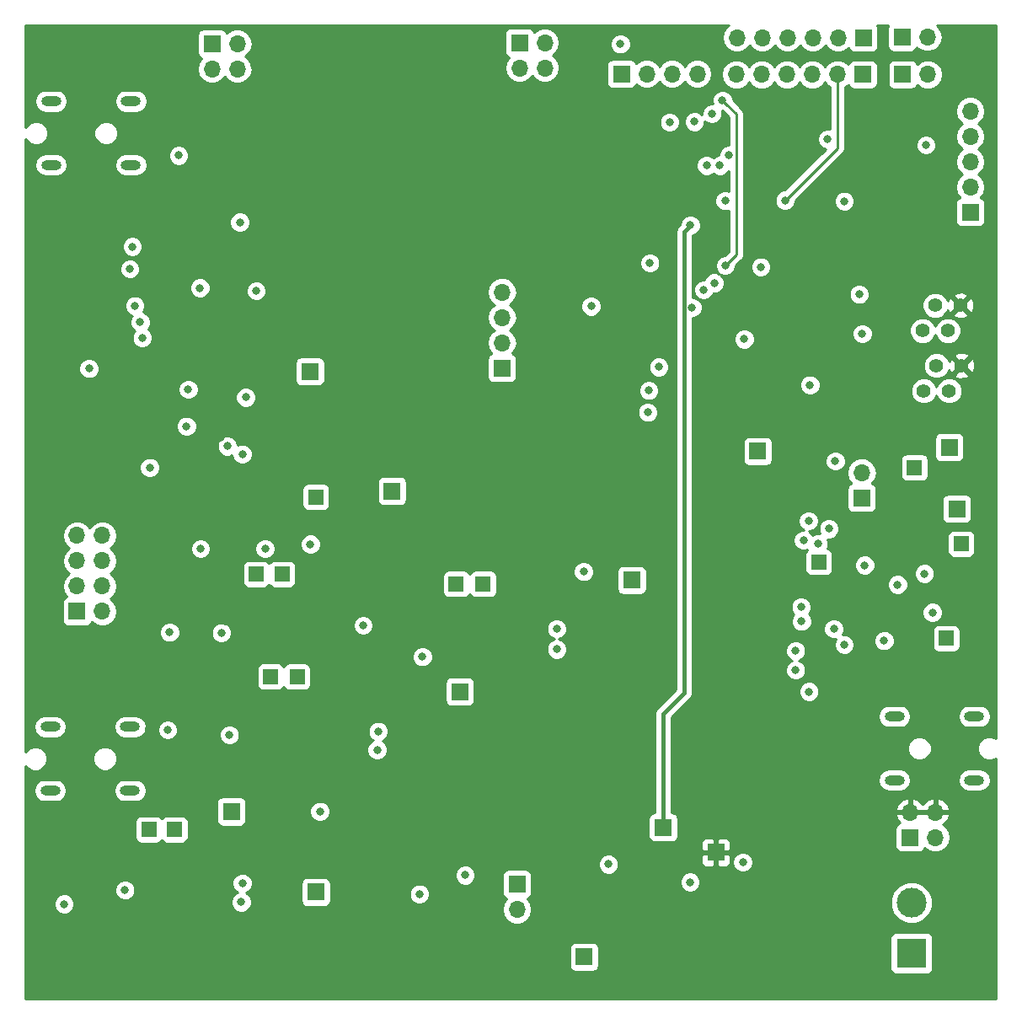
<source format=gbr>
G04 #@! TF.GenerationSoftware,KiCad,Pcbnew,(5.0.2)-1*
G04 #@! TF.CreationDate,2019-08-15T12:32:10+02:00*
G04 #@! TF.ProjectId,ADS1298_FINAL,41445331-3239-4385-9f46-494e414c2e6b,rev?*
G04 #@! TF.SameCoordinates,Original*
G04 #@! TF.FileFunction,Copper,L2,Inr*
G04 #@! TF.FilePolarity,Positive*
%FSLAX46Y46*%
G04 Gerber Fmt 4.6, Leading zero omitted, Abs format (unit mm)*
G04 Created by KiCad (PCBNEW (5.0.2)-1) date 15-8-2019 12:32:10*
%MOMM*%
%LPD*%
G01*
G04 APERTURE LIST*
G04 #@! TA.AperFunction,ViaPad*
%ADD10O,1.700000X1.700000*%
G04 #@! TD*
G04 #@! TA.AperFunction,ViaPad*
%ADD11R,1.700000X1.700000*%
G04 #@! TD*
G04 #@! TA.AperFunction,ViaPad*
%ADD12R,3.000000X3.000000*%
G04 #@! TD*
G04 #@! TA.AperFunction,ViaPad*
%ADD13C,3.000000*%
G04 #@! TD*
G04 #@! TA.AperFunction,ViaPad*
%ADD14R,1.500000X1.500000*%
G04 #@! TD*
G04 #@! TA.AperFunction,ViaPad*
%ADD15O,2.000000X1.000000*%
G04 #@! TD*
G04 #@! TA.AperFunction,ViaPad*
%ADD16C,1.400000*%
G04 #@! TD*
G04 #@! TA.AperFunction,ViaPad*
%ADD17C,0.800000*%
G04 #@! TD*
G04 #@! TA.AperFunction,Conductor*
%ADD18C,0.400000*%
G04 #@! TD*
G04 #@! TA.AperFunction,Conductor*
%ADD19C,0.250000*%
G04 #@! TD*
G04 #@! TA.AperFunction,Conductor*
%ADD20C,0.254000*%
G04 #@! TD*
G04 APERTURE END LIST*
D10*
G04 #@! TO.N,AD-DC1*
G04 #@! TO.C,J5*
X105150000Y-66060000D03*
D11*
G04 #@! TO.N,FR1*
X105150000Y-68600000D03*
G04 #@! TD*
G04 #@! TO.N,REF_OUT_AD8232*
G04 #@! TO.C,J6*
X114700000Y-69700000D03*
G04 #@! TD*
G04 #@! TO.N,/sheet794AF31F/EMG_OUT*
G04 #@! TO.C,J7*
X113950000Y-63500000D03*
G04 #@! TD*
G04 #@! TO.N,Net-(J8-Pad1)*
G04 #@! TO.C,J8*
X49700000Y-55900000D03*
G04 #@! TD*
G04 #@! TO.N,Net-(C31-Pad2)*
G04 #@! TO.C,J9*
X57950000Y-67900000D03*
G04 #@! TD*
G04 #@! TO.N,Net-(C20-Pad2)*
G04 #@! TO.C,J10*
X64750000Y-88050000D03*
G04 #@! TD*
G04 #@! TO.N,Net-(J11-Pad1)*
G04 #@! TO.C,J11*
X82050000Y-76850000D03*
G04 #@! TD*
D10*
G04 #@! TO.N,RLD_REF1*
G04 #@! TO.C,J12*
X69000000Y-47930000D03*
G04 #@! TO.N,RLDINV*
X69000000Y-50470000D03*
G04 #@! TO.N,RLDIN1*
X69000000Y-53010000D03*
D11*
G04 #@! TO.N,RLDOUT1*
X69000000Y-55550000D03*
G04 #@! TD*
G04 #@! TO.N,OFFSET_AD8232*
G04 #@! TO.C,J13*
X94700000Y-63900000D03*
G04 #@! TD*
D12*
G04 #@! TO.N,+5V*
G04 #@! TO.C,J14*
X110150000Y-114330000D03*
D13*
G04 #@! TO.N,DGND*
X110150000Y-109250000D03*
G04 #@! TD*
D11*
G04 #@! TO.N,GPIO_4*
G04 #@! TO.C,J15*
X81000000Y-26000000D03*
D10*
G04 #@! TO.N,GPIO_3*
X83540000Y-26000000D03*
G04 #@! TO.N,GPIO_2*
X86080000Y-26000000D03*
G04 #@! TO.N,GPIO_1*
X88620000Y-26000000D03*
G04 #@! TD*
D11*
G04 #@! TO.N,START*
G04 #@! TO.C,J16*
X109250000Y-26050000D03*
D10*
G04 #@! TO.N,CLK*
X111790000Y-26050000D03*
G04 #@! TD*
D11*
G04 #@! TO.N,DGND*
G04 #@! TO.C,J17*
X105250000Y-26050000D03*
D10*
G04 #@! TO.N,DIN*
X102710000Y-26050000D03*
G04 #@! TO.N,CS*
X100170000Y-26050000D03*
G04 #@! TO.N,SCLK*
X97630000Y-26050000D03*
G04 #@! TO.N,DOUT*
X95090000Y-26050000D03*
G04 #@! TO.N,DRDY*
X92550000Y-26050000D03*
G04 #@! TD*
D11*
G04 #@! TO.N,CLKSEL*
G04 #@! TO.C,J18*
X116050000Y-39900000D03*
D10*
G04 #@! TO.N,PWDN*
X116050000Y-37360000D03*
G04 #@! TO.N,RESET*
X116050000Y-34820000D03*
G04 #@! TO.N,DAISY_CON_1*
X116050000Y-32280000D03*
G04 #@! TO.N,DGND*
X116050000Y-29740000D03*
G04 #@! TD*
D11*
G04 #@! TO.N,DGND*
G04 #@! TO.C,J19*
X39860000Y-22960000D03*
D10*
X39860000Y-25500000D03*
G04 #@! TO.N,AVSS*
X42400000Y-22960000D03*
X42400000Y-25500000D03*
G04 #@! TD*
G04 #@! TO.N,AVDD*
G04 #@! TO.C,J20*
X112540000Y-100160000D03*
X110000000Y-100160000D03*
G04 #@! TO.N,DGND*
X112540000Y-102700000D03*
D11*
X110000000Y-102700000D03*
G04 #@! TD*
G04 #@! TO.N,DGND*
G04 #@! TO.C,J21*
X70760000Y-22860000D03*
D10*
X70760000Y-25400000D03*
G04 #@! TO.N,DVDD*
X73300000Y-22860000D03*
X73300000Y-25400000D03*
G04 #@! TD*
D11*
G04 #@! TO.N,IN-5*
G04 #@! TO.C,J22*
X26300000Y-80000000D03*
D10*
G04 #@! TO.N,IN+5*
X28840000Y-80000000D03*
G04 #@! TO.N,IN-4*
X26300000Y-77460000D03*
G04 #@! TO.N,IN+4*
X28840000Y-77460000D03*
G04 #@! TO.N,IN-3*
X26300000Y-74920000D03*
G04 #@! TO.N,IN+3*
X28840000Y-74920000D03*
G04 #@! TO.N,IN-2*
X26300000Y-72380000D03*
G04 #@! TO.N,IN+2*
X28840000Y-72380000D03*
G04 #@! TD*
D11*
G04 #@! TO.N,DVDD*
G04 #@! TO.C,J23*
X85200000Y-101700000D03*
G04 #@! TD*
G04 #@! TO.N,AVDD*
G04 #@! TO.C,J24*
X90500000Y-104200000D03*
G04 #@! TD*
G04 #@! TO.N,AVSS*
G04 #@! TO.C,J25*
X77250000Y-114700000D03*
G04 #@! TD*
D14*
G04 #@! TO.N,Net-(JP16-Pad1)*
G04 #@! TO.C,TP1*
X45750000Y-86550000D03*
G04 #@! TD*
G04 #@! TO.N,Net-(JP17-Pad1)*
G04 #@! TO.C,TP2*
X44300000Y-76250000D03*
G04 #@! TD*
G04 #@! TO.N,Net-(JP16-Pad2)*
G04 #@! TO.C,TP3*
X48400000Y-86550000D03*
G04 #@! TD*
G04 #@! TO.N,Net-(JP17-Pad2)*
G04 #@! TO.C,TP4*
X46900000Y-76250000D03*
G04 #@! TD*
G04 #@! TO.N,Net-(C28-Pad2)*
G04 #@! TO.C,TP5*
X50300000Y-68500000D03*
G04 #@! TD*
G04 #@! TO.N,Net-(C22-Pad2)*
G04 #@! TO.C,TP6*
X64400000Y-77250000D03*
G04 #@! TD*
G04 #@! TO.N,Net-(C32-Pad1)*
G04 #@! TO.C,TP7*
X67100000Y-77250000D03*
G04 #@! TD*
G04 #@! TO.N,Net-(C73-Pad1)*
G04 #@! TO.C,TP10*
X113650000Y-82700000D03*
G04 #@! TD*
G04 #@! TO.N,Net-(JP27-Pad1)*
G04 #@! TO.C,TP11*
X115150000Y-73200000D03*
G04 #@! TD*
G04 #@! TO.N,/sheet794AF31F/EMG_OUT*
G04 #@! TO.C,TP12*
X110450000Y-65550000D03*
G04 #@! TD*
G04 #@! TO.N,Net-(JP28-Pad1)*
G04 #@! TO.C,TP13*
X100850000Y-75050000D03*
G04 #@! TD*
D15*
G04 #@! TO.N,Net-(J1-Pad3)*
G04 #@! TO.C,J1*
X31700000Y-28750000D03*
G04 #@! TO.N,Net-(J1-Pad2)*
X23700000Y-28750000D03*
G04 #@! TO.N,Net-(J1-Pad1)*
X31700000Y-35150000D03*
G04 #@! TO.N,Net-(J1-Pad2)*
X23700000Y-35150000D03*
G04 #@! TD*
G04 #@! TO.N,IN+8*
G04 #@! TO.C,J2*
X116450000Y-90550000D03*
G04 #@! TO.N,Net-(J2-Pad1)*
X108450000Y-90550000D03*
G04 #@! TO.N,IN+8*
X116450000Y-96950000D03*
G04 #@! TO.N,IN-8*
X108450000Y-96950000D03*
G04 #@! TD*
D16*
G04 #@! TO.N,AVDD*
G04 #@! TO.C,J3*
X115070000Y-49260000D03*
G04 #@! TO.N,DGND*
X113800000Y-51800000D03*
G04 #@! TO.N,AVSS*
X112530000Y-49260000D03*
G04 #@! TO.N,IN7*
X111260000Y-51800000D03*
G04 #@! TD*
G04 #@! TO.N,IN6*
G04 #@! TO.C,J4*
X111390000Y-57840000D03*
G04 #@! TO.N,AVSS*
X112660000Y-55300000D03*
G04 #@! TO.N,DGND*
X113930000Y-57840000D03*
G04 #@! TO.N,AVDD*
X115200000Y-55300000D03*
G04 #@! TD*
D11*
G04 #@! TO.N,START*
G04 #@! TO.C,J26*
X109210000Y-22300000D03*
D10*
G04 #@! TO.N,CLK*
X111750000Y-22300000D03*
G04 #@! TD*
D11*
G04 #@! TO.N,DGND*
G04 #@! TO.C,J27*
X105300000Y-22350000D03*
D10*
G04 #@! TO.N,DIN*
X102760000Y-22350000D03*
G04 #@! TO.N,CS*
X100220000Y-22350000D03*
G04 #@! TO.N,SCLK*
X97680000Y-22350000D03*
G04 #@! TO.N,DOUT*
X95140000Y-22350000D03*
G04 #@! TO.N,DRDY*
X92600000Y-22350000D03*
G04 #@! TD*
D11*
G04 #@! TO.N,Net-(C62-Pad2)*
G04 #@! TO.C,J28*
X41800000Y-100100000D03*
G04 #@! TD*
D15*
G04 #@! TO.N,IN-9*
G04 #@! TO.C,J29*
X31600000Y-91600000D03*
G04 #@! TO.N,IN+9*
X23600000Y-91600000D03*
G04 #@! TO.N,DGND*
X31600000Y-98000000D03*
G04 #@! TO.N,IN+9*
X23600000Y-98000000D03*
G04 #@! TD*
D11*
G04 #@! TO.N,Net-(C79-Pad1)*
G04 #@! TO.C,J30*
X70500000Y-107400000D03*
D10*
G04 #@! TO.N,Net-(C79-Pad2)*
X70500000Y-109940000D03*
G04 #@! TD*
D14*
G04 #@! TO.N,Net-(JP25-Pad1)*
G04 #@! TO.C,TP15*
X33500000Y-101900000D03*
G04 #@! TD*
G04 #@! TO.N,Net-(JP25-Pad2)*
G04 #@! TO.C,TP16*
X36100000Y-101900000D03*
G04 #@! TD*
D11*
G04 #@! TO.N,Net-(J31-Pad1)*
G04 #@! TO.C,J31*
X50300000Y-108200000D03*
G04 #@! TD*
D17*
G04 #@! TO.N,IN1P*
X83650000Y-60000000D03*
X31850000Y-43350000D03*
G04 #@! TO.N,AVSS*
X35600000Y-82100000D03*
X38700000Y-73700000D03*
X37475000Y-57700000D03*
X35400000Y-91900000D03*
X55050000Y-81400000D03*
X56550000Y-92050000D03*
X32650000Y-50950000D03*
X38650000Y-47500000D03*
X31600000Y-45600000D03*
X27500000Y-55600000D03*
X88100000Y-49475000D03*
X77950000Y-49350000D03*
X84750000Y-55450000D03*
X89250000Y-47700004D03*
X105200000Y-52100000D03*
X104900000Y-48150000D03*
X74500000Y-81750000D03*
X42900000Y-107300000D03*
X25000000Y-109400000D03*
G04 #@! TO.N,IN1N*
X83750000Y-57800000D03*
X32100000Y-49300000D03*
G04 #@! TO.N,DGND*
X105450000Y-75350000D03*
X102500000Y-64900000D03*
X40800000Y-82150000D03*
X45200000Y-73700000D03*
X43250000Y-58500000D03*
X41600000Y-92400000D03*
X99850000Y-88050000D03*
X56450000Y-93900000D03*
X74500000Y-83800000D03*
X77200000Y-76000000D03*
X61000000Y-84550000D03*
X49750000Y-73250000D03*
X32850000Y-52500000D03*
X36500000Y-34200000D03*
X37300000Y-61400000D03*
X93350000Y-52650000D03*
X80900000Y-23000000D03*
X95000000Y-45400000D03*
X103400000Y-38800000D03*
X99950000Y-57250000D03*
X42650000Y-40900000D03*
X42800000Y-109200000D03*
X65300000Y-106500000D03*
X31100000Y-108000000D03*
X50700000Y-100100000D03*
X79700000Y-105400000D03*
X87900000Y-107200000D03*
X93200000Y-105200000D03*
G04 #@! TO.N,AVDD*
X47350000Y-68900000D03*
X40750000Y-62500000D03*
X43700000Y-87350000D03*
X42350000Y-76900000D03*
X56850000Y-76200000D03*
X80450000Y-79300000D03*
X58850000Y-86400000D03*
X42750000Y-46450000D03*
X37950000Y-49300000D03*
X30000000Y-36600000D03*
X28300000Y-47300000D03*
X46300000Y-53200000D03*
X105200000Y-54000000D03*
X50900000Y-102500000D03*
X31100000Y-102200000D03*
G04 #@! TO.N,Net-(C8-Pad1)*
X42900000Y-64200000D03*
X33600000Y-65550000D03*
G04 #@! TO.N,RLD1*
X41400000Y-63400000D03*
X44300000Y-47800000D03*
G04 #@! TO.N,/sheet794AF31F/3V_IN*
X98500000Y-85900000D03*
X99800000Y-70900000D03*
G04 #@! TO.N,DVDD*
X83850000Y-45000000D03*
X101700000Y-32550000D03*
X111600000Y-33150000D03*
X87925000Y-41200000D03*
G04 #@! TO.N,REF_OUT_AD8232*
X111450000Y-76200000D03*
X99300000Y-72850000D03*
X102350000Y-81750000D03*
G04 #@! TO.N,Net-(C72-Pad1)*
X100750000Y-73200000D03*
X101850000Y-71700000D03*
G04 #@! TO.N,Net-(C73-Pad1)*
X99100000Y-81000000D03*
X112250000Y-80100000D03*
G04 #@! TO.N,DIN*
X97450000Y-38700000D03*
G04 #@! TO.N,DAISY_CON_1*
X91425000Y-38750000D03*
G04 #@! TO.N,GPIO_1*
X91150000Y-28650000D03*
X91450000Y-45250000D03*
G04 #@! TO.N,GPIO_2*
X90100010Y-30020010D03*
X91800000Y-34200000D03*
G04 #@! TO.N,GPIO_3*
X88340000Y-30800000D03*
X90900000Y-35200000D03*
G04 #@! TO.N,GPIO_4*
X85850000Y-30850000D03*
X89550000Y-35200000D03*
G04 #@! TO.N,CLKSEL*
X90337429Y-46997803D03*
G04 #@! TO.N,Net-(JP26-Pad2)*
X98500000Y-83950000D03*
G04 #@! TO.N,Net-(JP29-Pad2)*
X108750000Y-77300000D03*
X108750000Y-77300000D03*
X99050000Y-79550000D03*
G04 #@! TO.N,IN+8*
X107400000Y-82950000D03*
G04 #@! TO.N,IN-8*
X103400000Y-83350000D03*
G04 #@! TO.N,Net-(C76-Pad1)*
X60700000Y-108400000D03*
G04 #@! TD*
D18*
G04 #@! TO.N,DVDD*
X87299999Y-88199999D02*
X87299999Y-41900001D01*
X87299999Y-41900001D02*
X87925000Y-41275000D01*
X87925000Y-41275000D02*
X87925000Y-41200000D01*
X85200000Y-90299998D02*
X85200000Y-101700000D01*
X87299999Y-88199999D02*
X85200000Y-90299998D01*
D19*
G04 #@! TO.N,DIN*
X102710000Y-33440000D02*
X97450000Y-38700000D01*
X102710000Y-26050000D02*
X102710000Y-33440000D01*
G04 #@! TO.N,GPIO_1*
X91549999Y-29049999D02*
X91150000Y-28650000D01*
X92525001Y-30025001D02*
X91549999Y-29049999D01*
X92525001Y-44174999D02*
X92525001Y-30025001D01*
X91450000Y-45250000D02*
X92525001Y-44174999D01*
G04 #@! TD*
D20*
G04 #@! TO.N,AVDD*
G36*
X91529375Y-21279375D02*
X91201161Y-21770582D01*
X91085908Y-22350000D01*
X91201161Y-22929418D01*
X91529375Y-23420625D01*
X92020582Y-23748839D01*
X92453744Y-23835000D01*
X92746256Y-23835000D01*
X93179418Y-23748839D01*
X93670625Y-23420625D01*
X93870000Y-23122239D01*
X94069375Y-23420625D01*
X94560582Y-23748839D01*
X94993744Y-23835000D01*
X95286256Y-23835000D01*
X95719418Y-23748839D01*
X96210625Y-23420625D01*
X96410000Y-23122239D01*
X96609375Y-23420625D01*
X97100582Y-23748839D01*
X97533744Y-23835000D01*
X97826256Y-23835000D01*
X98259418Y-23748839D01*
X98750625Y-23420625D01*
X98950000Y-23122239D01*
X99149375Y-23420625D01*
X99640582Y-23748839D01*
X100073744Y-23835000D01*
X100366256Y-23835000D01*
X100799418Y-23748839D01*
X101290625Y-23420625D01*
X101490000Y-23122239D01*
X101689375Y-23420625D01*
X102180582Y-23748839D01*
X102613744Y-23835000D01*
X102906256Y-23835000D01*
X103339418Y-23748839D01*
X103830625Y-23420625D01*
X103842816Y-23402381D01*
X103851843Y-23447765D01*
X103992191Y-23657809D01*
X104202235Y-23798157D01*
X104450000Y-23847440D01*
X106150000Y-23847440D01*
X106397765Y-23798157D01*
X106607809Y-23657809D01*
X106748157Y-23447765D01*
X106797440Y-23200000D01*
X106797440Y-21500000D01*
X106748157Y-21252235D01*
X106664477Y-21127000D01*
X107812114Y-21127000D01*
X107761843Y-21202235D01*
X107712560Y-21450000D01*
X107712560Y-23150000D01*
X107761843Y-23397765D01*
X107902191Y-23607809D01*
X108112235Y-23748157D01*
X108360000Y-23797440D01*
X110060000Y-23797440D01*
X110307765Y-23748157D01*
X110517809Y-23607809D01*
X110658157Y-23397765D01*
X110667184Y-23352381D01*
X110679375Y-23370625D01*
X111170582Y-23698839D01*
X111603744Y-23785000D01*
X111896256Y-23785000D01*
X112329418Y-23698839D01*
X112820625Y-23370625D01*
X113148839Y-22879418D01*
X113264092Y-22300000D01*
X113148839Y-21720582D01*
X112820625Y-21229375D01*
X112667410Y-21127000D01*
X118665000Y-21127000D01*
X118665001Y-92753803D01*
X118635410Y-92724212D01*
X118190684Y-92540000D01*
X117709316Y-92540000D01*
X117264590Y-92724212D01*
X116924212Y-93064590D01*
X116740000Y-93509316D01*
X116740000Y-93990684D01*
X116924212Y-94435410D01*
X117264590Y-94775788D01*
X117709316Y-94960000D01*
X118190684Y-94960000D01*
X118635410Y-94775788D01*
X118665001Y-94746197D01*
X118665001Y-118873000D01*
X21127000Y-118873000D01*
X21127000Y-113850000D01*
X75752560Y-113850000D01*
X75752560Y-115550000D01*
X75801843Y-115797765D01*
X75942191Y-116007809D01*
X76152235Y-116148157D01*
X76400000Y-116197440D01*
X78100000Y-116197440D01*
X78347765Y-116148157D01*
X78557809Y-116007809D01*
X78698157Y-115797765D01*
X78747440Y-115550000D01*
X78747440Y-113850000D01*
X78698157Y-113602235D01*
X78557809Y-113392191D01*
X78347765Y-113251843D01*
X78100000Y-113202560D01*
X76400000Y-113202560D01*
X76152235Y-113251843D01*
X75942191Y-113392191D01*
X75801843Y-113602235D01*
X75752560Y-113850000D01*
X21127000Y-113850000D01*
X21127000Y-112830000D01*
X108002560Y-112830000D01*
X108002560Y-115830000D01*
X108051843Y-116077765D01*
X108192191Y-116287809D01*
X108402235Y-116428157D01*
X108650000Y-116477440D01*
X111650000Y-116477440D01*
X111897765Y-116428157D01*
X112107809Y-116287809D01*
X112248157Y-116077765D01*
X112297440Y-115830000D01*
X112297440Y-112830000D01*
X112248157Y-112582235D01*
X112107809Y-112372191D01*
X111897765Y-112231843D01*
X111650000Y-112182560D01*
X108650000Y-112182560D01*
X108402235Y-112231843D01*
X108192191Y-112372191D01*
X108051843Y-112582235D01*
X108002560Y-112830000D01*
X21127000Y-112830000D01*
X21127000Y-109194126D01*
X23965000Y-109194126D01*
X23965000Y-109605874D01*
X24122569Y-109986280D01*
X24413720Y-110277431D01*
X24794126Y-110435000D01*
X25205874Y-110435000D01*
X25586280Y-110277431D01*
X25877431Y-109986280D01*
X26035000Y-109605874D01*
X26035000Y-109194126D01*
X25877431Y-108813720D01*
X25586280Y-108522569D01*
X25205874Y-108365000D01*
X24794126Y-108365000D01*
X24413720Y-108522569D01*
X24122569Y-108813720D01*
X23965000Y-109194126D01*
X21127000Y-109194126D01*
X21127000Y-107794126D01*
X30065000Y-107794126D01*
X30065000Y-108205874D01*
X30222569Y-108586280D01*
X30513720Y-108877431D01*
X30894126Y-109035000D01*
X31305874Y-109035000D01*
X31404552Y-108994126D01*
X41765000Y-108994126D01*
X41765000Y-109405874D01*
X41922569Y-109786280D01*
X42213720Y-110077431D01*
X42594126Y-110235000D01*
X43005874Y-110235000D01*
X43386280Y-110077431D01*
X43523711Y-109940000D01*
X68985908Y-109940000D01*
X69101161Y-110519418D01*
X69429375Y-111010625D01*
X69920582Y-111338839D01*
X70353744Y-111425000D01*
X70646256Y-111425000D01*
X71079418Y-111338839D01*
X71570625Y-111010625D01*
X71898839Y-110519418D01*
X72014092Y-109940000D01*
X71898839Y-109360582D01*
X71570625Y-108869375D01*
X71552381Y-108857184D01*
X71597765Y-108848157D01*
X71631939Y-108825322D01*
X108015000Y-108825322D01*
X108015000Y-109674678D01*
X108340034Y-110459380D01*
X108940620Y-111059966D01*
X109725322Y-111385000D01*
X110574678Y-111385000D01*
X111359380Y-111059966D01*
X111959966Y-110459380D01*
X112285000Y-109674678D01*
X112285000Y-108825322D01*
X111959966Y-108040620D01*
X111359380Y-107440034D01*
X110574678Y-107115000D01*
X109725322Y-107115000D01*
X108940620Y-107440034D01*
X108340034Y-108040620D01*
X108015000Y-108825322D01*
X71631939Y-108825322D01*
X71807809Y-108707809D01*
X71948157Y-108497765D01*
X71997440Y-108250000D01*
X71997440Y-106994126D01*
X86865000Y-106994126D01*
X86865000Y-107405874D01*
X87022569Y-107786280D01*
X87313720Y-108077431D01*
X87694126Y-108235000D01*
X88105874Y-108235000D01*
X88486280Y-108077431D01*
X88777431Y-107786280D01*
X88935000Y-107405874D01*
X88935000Y-106994126D01*
X88777431Y-106613720D01*
X88486280Y-106322569D01*
X88105874Y-106165000D01*
X87694126Y-106165000D01*
X87313720Y-106322569D01*
X87022569Y-106613720D01*
X86865000Y-106994126D01*
X71997440Y-106994126D01*
X71997440Y-106550000D01*
X71948157Y-106302235D01*
X71807809Y-106092191D01*
X71597765Y-105951843D01*
X71350000Y-105902560D01*
X69650000Y-105902560D01*
X69402235Y-105951843D01*
X69192191Y-106092191D01*
X69051843Y-106302235D01*
X69002560Y-106550000D01*
X69002560Y-108250000D01*
X69051843Y-108497765D01*
X69192191Y-108707809D01*
X69402235Y-108848157D01*
X69447619Y-108857184D01*
X69429375Y-108869375D01*
X69101161Y-109360582D01*
X68985908Y-109940000D01*
X43523711Y-109940000D01*
X43677431Y-109786280D01*
X43835000Y-109405874D01*
X43835000Y-108994126D01*
X43677431Y-108613720D01*
X43386280Y-108322569D01*
X43261083Y-108270711D01*
X43486280Y-108177431D01*
X43777431Y-107886280D01*
X43935000Y-107505874D01*
X43935000Y-107350000D01*
X48802560Y-107350000D01*
X48802560Y-109050000D01*
X48851843Y-109297765D01*
X48992191Y-109507809D01*
X49202235Y-109648157D01*
X49450000Y-109697440D01*
X51150000Y-109697440D01*
X51397765Y-109648157D01*
X51607809Y-109507809D01*
X51748157Y-109297765D01*
X51797440Y-109050000D01*
X51797440Y-108194126D01*
X59665000Y-108194126D01*
X59665000Y-108605874D01*
X59822569Y-108986280D01*
X60113720Y-109277431D01*
X60494126Y-109435000D01*
X60905874Y-109435000D01*
X61286280Y-109277431D01*
X61577431Y-108986280D01*
X61735000Y-108605874D01*
X61735000Y-108194126D01*
X61577431Y-107813720D01*
X61286280Y-107522569D01*
X60905874Y-107365000D01*
X60494126Y-107365000D01*
X60113720Y-107522569D01*
X59822569Y-107813720D01*
X59665000Y-108194126D01*
X51797440Y-108194126D01*
X51797440Y-107350000D01*
X51748157Y-107102235D01*
X51607809Y-106892191D01*
X51397765Y-106751843D01*
X51150000Y-106702560D01*
X49450000Y-106702560D01*
X49202235Y-106751843D01*
X48992191Y-106892191D01*
X48851843Y-107102235D01*
X48802560Y-107350000D01*
X43935000Y-107350000D01*
X43935000Y-107094126D01*
X43777431Y-106713720D01*
X43486280Y-106422569D01*
X43176191Y-106294126D01*
X64265000Y-106294126D01*
X64265000Y-106705874D01*
X64422569Y-107086280D01*
X64713720Y-107377431D01*
X65094126Y-107535000D01*
X65505874Y-107535000D01*
X65886280Y-107377431D01*
X66177431Y-107086280D01*
X66335000Y-106705874D01*
X66335000Y-106294126D01*
X66177431Y-105913720D01*
X65886280Y-105622569D01*
X65505874Y-105465000D01*
X65094126Y-105465000D01*
X64713720Y-105622569D01*
X64422569Y-105913720D01*
X64265000Y-106294126D01*
X43176191Y-106294126D01*
X43105874Y-106265000D01*
X42694126Y-106265000D01*
X42313720Y-106422569D01*
X42022569Y-106713720D01*
X41865000Y-107094126D01*
X41865000Y-107505874D01*
X42022569Y-107886280D01*
X42313720Y-108177431D01*
X42438917Y-108229289D01*
X42213720Y-108322569D01*
X41922569Y-108613720D01*
X41765000Y-108994126D01*
X31404552Y-108994126D01*
X31686280Y-108877431D01*
X31977431Y-108586280D01*
X32135000Y-108205874D01*
X32135000Y-107794126D01*
X31977431Y-107413720D01*
X31686280Y-107122569D01*
X31305874Y-106965000D01*
X30894126Y-106965000D01*
X30513720Y-107122569D01*
X30222569Y-107413720D01*
X30065000Y-107794126D01*
X21127000Y-107794126D01*
X21127000Y-105194126D01*
X78665000Y-105194126D01*
X78665000Y-105605874D01*
X78822569Y-105986280D01*
X79113720Y-106277431D01*
X79494126Y-106435000D01*
X79905874Y-106435000D01*
X80286280Y-106277431D01*
X80577431Y-105986280D01*
X80735000Y-105605874D01*
X80735000Y-105194126D01*
X80577431Y-104813720D01*
X80286280Y-104522569D01*
X80197391Y-104485750D01*
X89015000Y-104485750D01*
X89015000Y-105176309D01*
X89111673Y-105409698D01*
X89290301Y-105588327D01*
X89523690Y-105685000D01*
X90214250Y-105685000D01*
X90373000Y-105526250D01*
X90373000Y-104327000D01*
X90627000Y-104327000D01*
X90627000Y-105526250D01*
X90785750Y-105685000D01*
X91476310Y-105685000D01*
X91709699Y-105588327D01*
X91888327Y-105409698D01*
X91985000Y-105176309D01*
X91985000Y-104994126D01*
X92165000Y-104994126D01*
X92165000Y-105405874D01*
X92322569Y-105786280D01*
X92613720Y-106077431D01*
X92994126Y-106235000D01*
X93405874Y-106235000D01*
X93786280Y-106077431D01*
X94077431Y-105786280D01*
X94235000Y-105405874D01*
X94235000Y-104994126D01*
X94077431Y-104613720D01*
X93786280Y-104322569D01*
X93405874Y-104165000D01*
X92994126Y-104165000D01*
X92613720Y-104322569D01*
X92322569Y-104613720D01*
X92165000Y-104994126D01*
X91985000Y-104994126D01*
X91985000Y-104485750D01*
X91826250Y-104327000D01*
X90627000Y-104327000D01*
X90373000Y-104327000D01*
X89173750Y-104327000D01*
X89015000Y-104485750D01*
X80197391Y-104485750D01*
X79905874Y-104365000D01*
X79494126Y-104365000D01*
X79113720Y-104522569D01*
X78822569Y-104813720D01*
X78665000Y-105194126D01*
X21127000Y-105194126D01*
X21127000Y-101150000D01*
X32102560Y-101150000D01*
X32102560Y-102650000D01*
X32151843Y-102897765D01*
X32292191Y-103107809D01*
X32502235Y-103248157D01*
X32750000Y-103297440D01*
X34250000Y-103297440D01*
X34497765Y-103248157D01*
X34707809Y-103107809D01*
X34800000Y-102969836D01*
X34892191Y-103107809D01*
X35102235Y-103248157D01*
X35350000Y-103297440D01*
X36850000Y-103297440D01*
X37097765Y-103248157D01*
X37134380Y-103223691D01*
X89015000Y-103223691D01*
X89015000Y-103914250D01*
X89173750Y-104073000D01*
X90373000Y-104073000D01*
X90373000Y-102873750D01*
X90627000Y-102873750D01*
X90627000Y-104073000D01*
X91826250Y-104073000D01*
X91985000Y-103914250D01*
X91985000Y-103223691D01*
X91888327Y-102990302D01*
X91709699Y-102811673D01*
X91476310Y-102715000D01*
X90785750Y-102715000D01*
X90627000Y-102873750D01*
X90373000Y-102873750D01*
X90214250Y-102715000D01*
X89523690Y-102715000D01*
X89290301Y-102811673D01*
X89111673Y-102990302D01*
X89015000Y-103223691D01*
X37134380Y-103223691D01*
X37307809Y-103107809D01*
X37448157Y-102897765D01*
X37497440Y-102650000D01*
X37497440Y-101150000D01*
X37448157Y-100902235D01*
X37307809Y-100692191D01*
X37097765Y-100551843D01*
X36850000Y-100502560D01*
X35350000Y-100502560D01*
X35102235Y-100551843D01*
X34892191Y-100692191D01*
X34800000Y-100830164D01*
X34707809Y-100692191D01*
X34497765Y-100551843D01*
X34250000Y-100502560D01*
X32750000Y-100502560D01*
X32502235Y-100551843D01*
X32292191Y-100692191D01*
X32151843Y-100902235D01*
X32102560Y-101150000D01*
X21127000Y-101150000D01*
X21127000Y-99250000D01*
X40302560Y-99250000D01*
X40302560Y-100950000D01*
X40351843Y-101197765D01*
X40492191Y-101407809D01*
X40702235Y-101548157D01*
X40950000Y-101597440D01*
X42650000Y-101597440D01*
X42897765Y-101548157D01*
X43107809Y-101407809D01*
X43248157Y-101197765D01*
X43297440Y-100950000D01*
X43297440Y-99894126D01*
X49665000Y-99894126D01*
X49665000Y-100305874D01*
X49822569Y-100686280D01*
X50113720Y-100977431D01*
X50494126Y-101135000D01*
X50905874Y-101135000D01*
X51286280Y-100977431D01*
X51413711Y-100850000D01*
X83702560Y-100850000D01*
X83702560Y-102550000D01*
X83751843Y-102797765D01*
X83892191Y-103007809D01*
X84102235Y-103148157D01*
X84350000Y-103197440D01*
X86050000Y-103197440D01*
X86297765Y-103148157D01*
X86507809Y-103007809D01*
X86648157Y-102797765D01*
X86697440Y-102550000D01*
X86697440Y-101850000D01*
X108502560Y-101850000D01*
X108502560Y-103550000D01*
X108551843Y-103797765D01*
X108692191Y-104007809D01*
X108902235Y-104148157D01*
X109150000Y-104197440D01*
X110850000Y-104197440D01*
X111097765Y-104148157D01*
X111307809Y-104007809D01*
X111448157Y-103797765D01*
X111457184Y-103752381D01*
X111469375Y-103770625D01*
X111960582Y-104098839D01*
X112393744Y-104185000D01*
X112686256Y-104185000D01*
X113119418Y-104098839D01*
X113610625Y-103770625D01*
X113938839Y-103279418D01*
X114054092Y-102700000D01*
X113938839Y-102120582D01*
X113610625Y-101629375D01*
X113291522Y-101416157D01*
X113421358Y-101355183D01*
X113811645Y-100926924D01*
X113981476Y-100516890D01*
X113860155Y-100287000D01*
X112667000Y-100287000D01*
X112667000Y-100307000D01*
X112413000Y-100307000D01*
X112413000Y-100287000D01*
X110127000Y-100287000D01*
X110127000Y-100307000D01*
X109873000Y-100307000D01*
X109873000Y-100287000D01*
X108679845Y-100287000D01*
X108558524Y-100516890D01*
X108728355Y-100926924D01*
X109005708Y-101231261D01*
X108902235Y-101251843D01*
X108692191Y-101392191D01*
X108551843Y-101602235D01*
X108502560Y-101850000D01*
X86697440Y-101850000D01*
X86697440Y-100850000D01*
X86648157Y-100602235D01*
X86507809Y-100392191D01*
X86297765Y-100251843D01*
X86050000Y-100202560D01*
X86035000Y-100202560D01*
X86035000Y-99803110D01*
X108558524Y-99803110D01*
X108679845Y-100033000D01*
X109873000Y-100033000D01*
X109873000Y-98839181D01*
X110127000Y-98839181D01*
X110127000Y-100033000D01*
X112413000Y-100033000D01*
X112413000Y-98839181D01*
X112667000Y-98839181D01*
X112667000Y-100033000D01*
X113860155Y-100033000D01*
X113981476Y-99803110D01*
X113811645Y-99393076D01*
X113421358Y-98964817D01*
X112896892Y-98718514D01*
X112667000Y-98839181D01*
X112413000Y-98839181D01*
X112183108Y-98718514D01*
X111658642Y-98964817D01*
X111270000Y-99391271D01*
X110881358Y-98964817D01*
X110356892Y-98718514D01*
X110127000Y-98839181D01*
X109873000Y-98839181D01*
X109643108Y-98718514D01*
X109118642Y-98964817D01*
X108728355Y-99393076D01*
X108558524Y-99803110D01*
X86035000Y-99803110D01*
X86035000Y-96950000D01*
X106792765Y-96950000D01*
X106880854Y-97392855D01*
X107131711Y-97768289D01*
X107507145Y-98019146D01*
X107838217Y-98085000D01*
X109061783Y-98085000D01*
X109392855Y-98019146D01*
X109768289Y-97768289D01*
X110019146Y-97392855D01*
X110107235Y-96950000D01*
X114792765Y-96950000D01*
X114880854Y-97392855D01*
X115131711Y-97768289D01*
X115507145Y-98019146D01*
X115838217Y-98085000D01*
X117061783Y-98085000D01*
X117392855Y-98019146D01*
X117768289Y-97768289D01*
X118019146Y-97392855D01*
X118107235Y-96950000D01*
X118019146Y-96507145D01*
X117768289Y-96131711D01*
X117392855Y-95880854D01*
X117061783Y-95815000D01*
X115838217Y-95815000D01*
X115507145Y-95880854D01*
X115131711Y-96131711D01*
X114880854Y-96507145D01*
X114792765Y-96950000D01*
X110107235Y-96950000D01*
X110019146Y-96507145D01*
X109768289Y-96131711D01*
X109392855Y-95880854D01*
X109061783Y-95815000D01*
X107838217Y-95815000D01*
X107507145Y-95880854D01*
X107131711Y-96131711D01*
X106880854Y-96507145D01*
X106792765Y-96950000D01*
X86035000Y-96950000D01*
X86035000Y-93509316D01*
X109740000Y-93509316D01*
X109740000Y-93990684D01*
X109924212Y-94435410D01*
X110264590Y-94775788D01*
X110709316Y-94960000D01*
X111190684Y-94960000D01*
X111635410Y-94775788D01*
X111975788Y-94435410D01*
X112160000Y-93990684D01*
X112160000Y-93509316D01*
X111975788Y-93064590D01*
X111635410Y-92724212D01*
X111190684Y-92540000D01*
X110709316Y-92540000D01*
X110264590Y-92724212D01*
X109924212Y-93064590D01*
X109740000Y-93509316D01*
X86035000Y-93509316D01*
X86035000Y-90645865D01*
X86130865Y-90550000D01*
X106792765Y-90550000D01*
X106880854Y-90992855D01*
X107131711Y-91368289D01*
X107507145Y-91619146D01*
X107838217Y-91685000D01*
X109061783Y-91685000D01*
X109392855Y-91619146D01*
X109768289Y-91368289D01*
X110019146Y-90992855D01*
X110107235Y-90550000D01*
X114792765Y-90550000D01*
X114880854Y-90992855D01*
X115131711Y-91368289D01*
X115507145Y-91619146D01*
X115838217Y-91685000D01*
X117061783Y-91685000D01*
X117392855Y-91619146D01*
X117768289Y-91368289D01*
X118019146Y-90992855D01*
X118107235Y-90550000D01*
X118019146Y-90107145D01*
X117768289Y-89731711D01*
X117392855Y-89480854D01*
X117061783Y-89415000D01*
X115838217Y-89415000D01*
X115507145Y-89480854D01*
X115131711Y-89731711D01*
X114880854Y-90107145D01*
X114792765Y-90550000D01*
X110107235Y-90550000D01*
X110019146Y-90107145D01*
X109768289Y-89731711D01*
X109392855Y-89480854D01*
X109061783Y-89415000D01*
X107838217Y-89415000D01*
X107507145Y-89480854D01*
X107131711Y-89731711D01*
X106880854Y-90107145D01*
X106792765Y-90550000D01*
X86130865Y-90550000D01*
X87832282Y-88848584D01*
X87902000Y-88802000D01*
X88086551Y-88525800D01*
X88134999Y-88282236D01*
X88134999Y-88282233D01*
X88151356Y-88200000D01*
X88134999Y-88117767D01*
X88134999Y-87844126D01*
X98815000Y-87844126D01*
X98815000Y-88255874D01*
X98972569Y-88636280D01*
X99263720Y-88927431D01*
X99644126Y-89085000D01*
X100055874Y-89085000D01*
X100436280Y-88927431D01*
X100727431Y-88636280D01*
X100885000Y-88255874D01*
X100885000Y-87844126D01*
X100727431Y-87463720D01*
X100436280Y-87172569D01*
X100055874Y-87015000D01*
X99644126Y-87015000D01*
X99263720Y-87172569D01*
X98972569Y-87463720D01*
X98815000Y-87844126D01*
X88134999Y-87844126D01*
X88134999Y-83744126D01*
X97465000Y-83744126D01*
X97465000Y-84155874D01*
X97622569Y-84536280D01*
X97913720Y-84827431D01*
X98149273Y-84925000D01*
X97913720Y-85022569D01*
X97622569Y-85313720D01*
X97465000Y-85694126D01*
X97465000Y-86105874D01*
X97622569Y-86486280D01*
X97913720Y-86777431D01*
X98294126Y-86935000D01*
X98705874Y-86935000D01*
X99086280Y-86777431D01*
X99377431Y-86486280D01*
X99535000Y-86105874D01*
X99535000Y-85694126D01*
X99377431Y-85313720D01*
X99086280Y-85022569D01*
X98850727Y-84925000D01*
X99086280Y-84827431D01*
X99377431Y-84536280D01*
X99535000Y-84155874D01*
X99535000Y-83744126D01*
X99377431Y-83363720D01*
X99086280Y-83072569D01*
X98705874Y-82915000D01*
X98294126Y-82915000D01*
X97913720Y-83072569D01*
X97622569Y-83363720D01*
X97465000Y-83744126D01*
X88134999Y-83744126D01*
X88134999Y-79344126D01*
X98015000Y-79344126D01*
X98015000Y-79755874D01*
X98172569Y-80136280D01*
X98336289Y-80300000D01*
X98222569Y-80413720D01*
X98065000Y-80794126D01*
X98065000Y-81205874D01*
X98222569Y-81586280D01*
X98513720Y-81877431D01*
X98894126Y-82035000D01*
X99305874Y-82035000D01*
X99686280Y-81877431D01*
X99977431Y-81586280D01*
X99994891Y-81544126D01*
X101315000Y-81544126D01*
X101315000Y-81955874D01*
X101472569Y-82336280D01*
X101763720Y-82627431D01*
X102144126Y-82785000D01*
X102513755Y-82785000D01*
X102365000Y-83144126D01*
X102365000Y-83555874D01*
X102522569Y-83936280D01*
X102813720Y-84227431D01*
X103194126Y-84385000D01*
X103605874Y-84385000D01*
X103986280Y-84227431D01*
X104277431Y-83936280D01*
X104435000Y-83555874D01*
X104435000Y-83144126D01*
X104277431Y-82763720D01*
X104257837Y-82744126D01*
X106365000Y-82744126D01*
X106365000Y-83155874D01*
X106522569Y-83536280D01*
X106813720Y-83827431D01*
X107194126Y-83985000D01*
X107605874Y-83985000D01*
X107986280Y-83827431D01*
X108277431Y-83536280D01*
X108435000Y-83155874D01*
X108435000Y-82744126D01*
X108277431Y-82363720D01*
X107986280Y-82072569D01*
X107690372Y-81950000D01*
X112252560Y-81950000D01*
X112252560Y-83450000D01*
X112301843Y-83697765D01*
X112442191Y-83907809D01*
X112652235Y-84048157D01*
X112900000Y-84097440D01*
X114400000Y-84097440D01*
X114647765Y-84048157D01*
X114857809Y-83907809D01*
X114998157Y-83697765D01*
X115047440Y-83450000D01*
X115047440Y-81950000D01*
X114998157Y-81702235D01*
X114857809Y-81492191D01*
X114647765Y-81351843D01*
X114400000Y-81302560D01*
X112900000Y-81302560D01*
X112652235Y-81351843D01*
X112442191Y-81492191D01*
X112301843Y-81702235D01*
X112252560Y-81950000D01*
X107690372Y-81950000D01*
X107605874Y-81915000D01*
X107194126Y-81915000D01*
X106813720Y-82072569D01*
X106522569Y-82363720D01*
X106365000Y-82744126D01*
X104257837Y-82744126D01*
X103986280Y-82472569D01*
X103605874Y-82315000D01*
X103236245Y-82315000D01*
X103385000Y-81955874D01*
X103385000Y-81544126D01*
X103227431Y-81163720D01*
X102936280Y-80872569D01*
X102555874Y-80715000D01*
X102144126Y-80715000D01*
X101763720Y-80872569D01*
X101472569Y-81163720D01*
X101315000Y-81544126D01*
X99994891Y-81544126D01*
X100135000Y-81205874D01*
X100135000Y-80794126D01*
X99977431Y-80413720D01*
X99813711Y-80250000D01*
X99927431Y-80136280D01*
X100027734Y-79894126D01*
X111215000Y-79894126D01*
X111215000Y-80305874D01*
X111372569Y-80686280D01*
X111663720Y-80977431D01*
X112044126Y-81135000D01*
X112455874Y-81135000D01*
X112836280Y-80977431D01*
X113127431Y-80686280D01*
X113285000Y-80305874D01*
X113285000Y-79894126D01*
X113127431Y-79513720D01*
X112836280Y-79222569D01*
X112455874Y-79065000D01*
X112044126Y-79065000D01*
X111663720Y-79222569D01*
X111372569Y-79513720D01*
X111215000Y-79894126D01*
X100027734Y-79894126D01*
X100085000Y-79755874D01*
X100085000Y-79344126D01*
X99927431Y-78963720D01*
X99636280Y-78672569D01*
X99255874Y-78515000D01*
X98844126Y-78515000D01*
X98463720Y-78672569D01*
X98172569Y-78963720D01*
X98015000Y-79344126D01*
X88134999Y-79344126D01*
X88134999Y-77094126D01*
X107715000Y-77094126D01*
X107715000Y-77505874D01*
X107872569Y-77886280D01*
X108163720Y-78177431D01*
X108544126Y-78335000D01*
X108955874Y-78335000D01*
X109336280Y-78177431D01*
X109627431Y-77886280D01*
X109785000Y-77505874D01*
X109785000Y-77094126D01*
X109627431Y-76713720D01*
X109336280Y-76422569D01*
X108955874Y-76265000D01*
X108544126Y-76265000D01*
X108163720Y-76422569D01*
X107872569Y-76713720D01*
X107715000Y-77094126D01*
X88134999Y-77094126D01*
X88134999Y-72644126D01*
X98265000Y-72644126D01*
X98265000Y-73055874D01*
X98422569Y-73436280D01*
X98713720Y-73727431D01*
X99094126Y-73885000D01*
X99505874Y-73885000D01*
X99695958Y-73806265D01*
X99642191Y-73842191D01*
X99501843Y-74052235D01*
X99452560Y-74300000D01*
X99452560Y-75800000D01*
X99501843Y-76047765D01*
X99642191Y-76257809D01*
X99852235Y-76398157D01*
X100100000Y-76447440D01*
X101600000Y-76447440D01*
X101847765Y-76398157D01*
X102057809Y-76257809D01*
X102198157Y-76047765D01*
X102247440Y-75800000D01*
X102247440Y-75144126D01*
X104415000Y-75144126D01*
X104415000Y-75555874D01*
X104572569Y-75936280D01*
X104863720Y-76227431D01*
X105244126Y-76385000D01*
X105655874Y-76385000D01*
X106036280Y-76227431D01*
X106269585Y-75994126D01*
X110415000Y-75994126D01*
X110415000Y-76405874D01*
X110572569Y-76786280D01*
X110863720Y-77077431D01*
X111244126Y-77235000D01*
X111655874Y-77235000D01*
X112036280Y-77077431D01*
X112327431Y-76786280D01*
X112485000Y-76405874D01*
X112485000Y-75994126D01*
X112327431Y-75613720D01*
X112036280Y-75322569D01*
X111655874Y-75165000D01*
X111244126Y-75165000D01*
X110863720Y-75322569D01*
X110572569Y-75613720D01*
X110415000Y-75994126D01*
X106269585Y-75994126D01*
X106327431Y-75936280D01*
X106485000Y-75555874D01*
X106485000Y-75144126D01*
X106327431Y-74763720D01*
X106036280Y-74472569D01*
X105655874Y-74315000D01*
X105244126Y-74315000D01*
X104863720Y-74472569D01*
X104572569Y-74763720D01*
X104415000Y-75144126D01*
X102247440Y-75144126D01*
X102247440Y-74300000D01*
X102198157Y-74052235D01*
X102057809Y-73842191D01*
X101847765Y-73701843D01*
X101676515Y-73667780D01*
X101785000Y-73405874D01*
X101785000Y-72994126D01*
X101677667Y-72735000D01*
X102055874Y-72735000D01*
X102436280Y-72577431D01*
X102563711Y-72450000D01*
X113752560Y-72450000D01*
X113752560Y-73950000D01*
X113801843Y-74197765D01*
X113942191Y-74407809D01*
X114152235Y-74548157D01*
X114400000Y-74597440D01*
X115900000Y-74597440D01*
X116147765Y-74548157D01*
X116357809Y-74407809D01*
X116498157Y-74197765D01*
X116547440Y-73950000D01*
X116547440Y-72450000D01*
X116498157Y-72202235D01*
X116357809Y-71992191D01*
X116147765Y-71851843D01*
X115900000Y-71802560D01*
X114400000Y-71802560D01*
X114152235Y-71851843D01*
X113942191Y-71992191D01*
X113801843Y-72202235D01*
X113752560Y-72450000D01*
X102563711Y-72450000D01*
X102727431Y-72286280D01*
X102885000Y-71905874D01*
X102885000Y-71494126D01*
X102727431Y-71113720D01*
X102436280Y-70822569D01*
X102055874Y-70665000D01*
X101644126Y-70665000D01*
X101263720Y-70822569D01*
X100972569Y-71113720D01*
X100815000Y-71494126D01*
X100815000Y-71905874D01*
X100922333Y-72165000D01*
X100544126Y-72165000D01*
X100196229Y-72309103D01*
X100177431Y-72263720D01*
X99886280Y-71972569D01*
X99795580Y-71935000D01*
X100005874Y-71935000D01*
X100386280Y-71777431D01*
X100677431Y-71486280D01*
X100835000Y-71105874D01*
X100835000Y-70694126D01*
X100677431Y-70313720D01*
X100386280Y-70022569D01*
X100005874Y-69865000D01*
X99594126Y-69865000D01*
X99213720Y-70022569D01*
X98922569Y-70313720D01*
X98765000Y-70694126D01*
X98765000Y-71105874D01*
X98922569Y-71486280D01*
X99213720Y-71777431D01*
X99304420Y-71815000D01*
X99094126Y-71815000D01*
X98713720Y-71972569D01*
X98422569Y-72263720D01*
X98265000Y-72644126D01*
X88134999Y-72644126D01*
X88134999Y-66060000D01*
X103635908Y-66060000D01*
X103751161Y-66639418D01*
X104079375Y-67130625D01*
X104097619Y-67142816D01*
X104052235Y-67151843D01*
X103842191Y-67292191D01*
X103701843Y-67502235D01*
X103652560Y-67750000D01*
X103652560Y-69450000D01*
X103701843Y-69697765D01*
X103842191Y-69907809D01*
X104052235Y-70048157D01*
X104300000Y-70097440D01*
X106000000Y-70097440D01*
X106247765Y-70048157D01*
X106457809Y-69907809D01*
X106598157Y-69697765D01*
X106647440Y-69450000D01*
X106647440Y-68850000D01*
X113202560Y-68850000D01*
X113202560Y-70550000D01*
X113251843Y-70797765D01*
X113392191Y-71007809D01*
X113602235Y-71148157D01*
X113850000Y-71197440D01*
X115550000Y-71197440D01*
X115797765Y-71148157D01*
X116007809Y-71007809D01*
X116148157Y-70797765D01*
X116197440Y-70550000D01*
X116197440Y-68850000D01*
X116148157Y-68602235D01*
X116007809Y-68392191D01*
X115797765Y-68251843D01*
X115550000Y-68202560D01*
X113850000Y-68202560D01*
X113602235Y-68251843D01*
X113392191Y-68392191D01*
X113251843Y-68602235D01*
X113202560Y-68850000D01*
X106647440Y-68850000D01*
X106647440Y-67750000D01*
X106598157Y-67502235D01*
X106457809Y-67292191D01*
X106247765Y-67151843D01*
X106202381Y-67142816D01*
X106220625Y-67130625D01*
X106548839Y-66639418D01*
X106664092Y-66060000D01*
X106548839Y-65480582D01*
X106220625Y-64989375D01*
X105937206Y-64800000D01*
X109052560Y-64800000D01*
X109052560Y-66300000D01*
X109101843Y-66547765D01*
X109242191Y-66757809D01*
X109452235Y-66898157D01*
X109700000Y-66947440D01*
X111200000Y-66947440D01*
X111447765Y-66898157D01*
X111657809Y-66757809D01*
X111798157Y-66547765D01*
X111847440Y-66300000D01*
X111847440Y-64800000D01*
X111798157Y-64552235D01*
X111657809Y-64342191D01*
X111447765Y-64201843D01*
X111200000Y-64152560D01*
X109700000Y-64152560D01*
X109452235Y-64201843D01*
X109242191Y-64342191D01*
X109101843Y-64552235D01*
X109052560Y-64800000D01*
X105937206Y-64800000D01*
X105729418Y-64661161D01*
X105296256Y-64575000D01*
X105003744Y-64575000D01*
X104570582Y-64661161D01*
X104079375Y-64989375D01*
X103751161Y-65480582D01*
X103635908Y-66060000D01*
X88134999Y-66060000D01*
X88134999Y-63050000D01*
X93202560Y-63050000D01*
X93202560Y-64750000D01*
X93251843Y-64997765D01*
X93392191Y-65207809D01*
X93602235Y-65348157D01*
X93850000Y-65397440D01*
X95550000Y-65397440D01*
X95797765Y-65348157D01*
X96007809Y-65207809D01*
X96148157Y-64997765D01*
X96197440Y-64750000D01*
X96197440Y-64694126D01*
X101465000Y-64694126D01*
X101465000Y-65105874D01*
X101622569Y-65486280D01*
X101913720Y-65777431D01*
X102294126Y-65935000D01*
X102705874Y-65935000D01*
X103086280Y-65777431D01*
X103377431Y-65486280D01*
X103535000Y-65105874D01*
X103535000Y-64694126D01*
X103377431Y-64313720D01*
X103086280Y-64022569D01*
X102705874Y-63865000D01*
X102294126Y-63865000D01*
X101913720Y-64022569D01*
X101622569Y-64313720D01*
X101465000Y-64694126D01*
X96197440Y-64694126D01*
X96197440Y-63050000D01*
X96148157Y-62802235D01*
X96046437Y-62650000D01*
X112452560Y-62650000D01*
X112452560Y-64350000D01*
X112501843Y-64597765D01*
X112642191Y-64807809D01*
X112852235Y-64948157D01*
X113100000Y-64997440D01*
X114800000Y-64997440D01*
X115047765Y-64948157D01*
X115257809Y-64807809D01*
X115398157Y-64597765D01*
X115447440Y-64350000D01*
X115447440Y-62650000D01*
X115398157Y-62402235D01*
X115257809Y-62192191D01*
X115047765Y-62051843D01*
X114800000Y-62002560D01*
X113100000Y-62002560D01*
X112852235Y-62051843D01*
X112642191Y-62192191D01*
X112501843Y-62402235D01*
X112452560Y-62650000D01*
X96046437Y-62650000D01*
X96007809Y-62592191D01*
X95797765Y-62451843D01*
X95550000Y-62402560D01*
X93850000Y-62402560D01*
X93602235Y-62451843D01*
X93392191Y-62592191D01*
X93251843Y-62802235D01*
X93202560Y-63050000D01*
X88134999Y-63050000D01*
X88134999Y-57044126D01*
X98915000Y-57044126D01*
X98915000Y-57455874D01*
X99072569Y-57836280D01*
X99363720Y-58127431D01*
X99744126Y-58285000D01*
X100155874Y-58285000D01*
X100536280Y-58127431D01*
X100827431Y-57836280D01*
X100935883Y-57574452D01*
X110055000Y-57574452D01*
X110055000Y-58105548D01*
X110258242Y-58596217D01*
X110633783Y-58971758D01*
X111124452Y-59175000D01*
X111655548Y-59175000D01*
X112146217Y-58971758D01*
X112521758Y-58596217D01*
X112660000Y-58262472D01*
X112798242Y-58596217D01*
X113173783Y-58971758D01*
X113664452Y-59175000D01*
X114195548Y-59175000D01*
X114686217Y-58971758D01*
X115061758Y-58596217D01*
X115265000Y-58105548D01*
X115265000Y-57574452D01*
X115061758Y-57083783D01*
X114686217Y-56708242D01*
X114195548Y-56505000D01*
X113664452Y-56505000D01*
X113173783Y-56708242D01*
X112798242Y-57083783D01*
X112660000Y-57417528D01*
X112521758Y-57083783D01*
X112146217Y-56708242D01*
X111655548Y-56505000D01*
X111124452Y-56505000D01*
X110633783Y-56708242D01*
X110258242Y-57083783D01*
X110055000Y-57574452D01*
X100935883Y-57574452D01*
X100985000Y-57455874D01*
X100985000Y-57044126D01*
X100827431Y-56663720D01*
X100536280Y-56372569D01*
X100155874Y-56215000D01*
X99744126Y-56215000D01*
X99363720Y-56372569D01*
X99072569Y-56663720D01*
X98915000Y-57044126D01*
X88134999Y-57044126D01*
X88134999Y-55034452D01*
X111325000Y-55034452D01*
X111325000Y-55565548D01*
X111528242Y-56056217D01*
X111903783Y-56431758D01*
X112394452Y-56635000D01*
X112925548Y-56635000D01*
X113416217Y-56431758D01*
X113612700Y-56235275D01*
X114444331Y-56235275D01*
X114506169Y-56471042D01*
X115007122Y-56647419D01*
X115537440Y-56618664D01*
X115893831Y-56471042D01*
X115955669Y-56235275D01*
X115200000Y-55479605D01*
X114444331Y-56235275D01*
X113612700Y-56235275D01*
X113791758Y-56056217D01*
X113923279Y-55738698D01*
X114028958Y-55993831D01*
X114264725Y-56055669D01*
X115020395Y-55300000D01*
X115379605Y-55300000D01*
X116135275Y-56055669D01*
X116371042Y-55993831D01*
X116547419Y-55492878D01*
X116518664Y-54962560D01*
X116371042Y-54606169D01*
X116135275Y-54544331D01*
X115379605Y-55300000D01*
X115020395Y-55300000D01*
X114264725Y-54544331D01*
X114028958Y-54606169D01*
X113931847Y-54881987D01*
X113791758Y-54543783D01*
X113612700Y-54364725D01*
X114444331Y-54364725D01*
X115200000Y-55120395D01*
X115955669Y-54364725D01*
X115893831Y-54128958D01*
X115392878Y-53952581D01*
X114862560Y-53981336D01*
X114506169Y-54128958D01*
X114444331Y-54364725D01*
X113612700Y-54364725D01*
X113416217Y-54168242D01*
X112925548Y-53965000D01*
X112394452Y-53965000D01*
X111903783Y-54168242D01*
X111528242Y-54543783D01*
X111325000Y-55034452D01*
X88134999Y-55034452D01*
X88134999Y-52444126D01*
X92315000Y-52444126D01*
X92315000Y-52855874D01*
X92472569Y-53236280D01*
X92763720Y-53527431D01*
X93144126Y-53685000D01*
X93555874Y-53685000D01*
X93936280Y-53527431D01*
X94227431Y-53236280D01*
X94385000Y-52855874D01*
X94385000Y-52444126D01*
X94227431Y-52063720D01*
X94057837Y-51894126D01*
X104165000Y-51894126D01*
X104165000Y-52305874D01*
X104322569Y-52686280D01*
X104613720Y-52977431D01*
X104994126Y-53135000D01*
X105405874Y-53135000D01*
X105786280Y-52977431D01*
X106077431Y-52686280D01*
X106235000Y-52305874D01*
X106235000Y-51894126D01*
X106086019Y-51534452D01*
X109925000Y-51534452D01*
X109925000Y-52065548D01*
X110128242Y-52556217D01*
X110503783Y-52931758D01*
X110994452Y-53135000D01*
X111525548Y-53135000D01*
X112016217Y-52931758D01*
X112391758Y-52556217D01*
X112530000Y-52222472D01*
X112668242Y-52556217D01*
X113043783Y-52931758D01*
X113534452Y-53135000D01*
X114065548Y-53135000D01*
X114556217Y-52931758D01*
X114931758Y-52556217D01*
X115135000Y-52065548D01*
X115135000Y-51534452D01*
X114931758Y-51043783D01*
X114556217Y-50668242D01*
X114065548Y-50465000D01*
X113534452Y-50465000D01*
X113043783Y-50668242D01*
X112668242Y-51043783D01*
X112530000Y-51377528D01*
X112391758Y-51043783D01*
X112016217Y-50668242D01*
X111525548Y-50465000D01*
X110994452Y-50465000D01*
X110503783Y-50668242D01*
X110128242Y-51043783D01*
X109925000Y-51534452D01*
X106086019Y-51534452D01*
X106077431Y-51513720D01*
X105786280Y-51222569D01*
X105405874Y-51065000D01*
X104994126Y-51065000D01*
X104613720Y-51222569D01*
X104322569Y-51513720D01*
X104165000Y-51894126D01*
X94057837Y-51894126D01*
X93936280Y-51772569D01*
X93555874Y-51615000D01*
X93144126Y-51615000D01*
X92763720Y-51772569D01*
X92472569Y-52063720D01*
X92315000Y-52444126D01*
X88134999Y-52444126D01*
X88134999Y-50510000D01*
X88305874Y-50510000D01*
X88686280Y-50352431D01*
X88977431Y-50061280D01*
X89135000Y-49680874D01*
X89135000Y-49269126D01*
X88977431Y-48888720D01*
X88686280Y-48597569D01*
X88305874Y-48440000D01*
X88134999Y-48440000D01*
X88134999Y-42245868D01*
X88156469Y-42224398D01*
X88511280Y-42077431D01*
X88802431Y-41786280D01*
X88960000Y-41405874D01*
X88960000Y-40994126D01*
X88802431Y-40613720D01*
X88511280Y-40322569D01*
X88130874Y-40165000D01*
X87719126Y-40165000D01*
X87338720Y-40322569D01*
X87047569Y-40613720D01*
X86890000Y-40994126D01*
X86890000Y-41129133D01*
X86767717Y-41251416D01*
X86697999Y-41298000D01*
X86651415Y-41367718D01*
X86513447Y-41574201D01*
X86448642Y-41900001D01*
X86465000Y-41982239D01*
X86464999Y-87854131D01*
X84667720Y-89651411D01*
X84597999Y-89697997D01*
X84413448Y-89974198D01*
X84365000Y-90217762D01*
X84365000Y-90217765D01*
X84348643Y-90299998D01*
X84365000Y-90382231D01*
X84365001Y-100202560D01*
X84350000Y-100202560D01*
X84102235Y-100251843D01*
X83892191Y-100392191D01*
X83751843Y-100602235D01*
X83702560Y-100850000D01*
X51413711Y-100850000D01*
X51577431Y-100686280D01*
X51735000Y-100305874D01*
X51735000Y-99894126D01*
X51577431Y-99513720D01*
X51286280Y-99222569D01*
X50905874Y-99065000D01*
X50494126Y-99065000D01*
X50113720Y-99222569D01*
X49822569Y-99513720D01*
X49665000Y-99894126D01*
X43297440Y-99894126D01*
X43297440Y-99250000D01*
X43248157Y-99002235D01*
X43107809Y-98792191D01*
X42897765Y-98651843D01*
X42650000Y-98602560D01*
X40950000Y-98602560D01*
X40702235Y-98651843D01*
X40492191Y-98792191D01*
X40351843Y-99002235D01*
X40302560Y-99250000D01*
X21127000Y-99250000D01*
X21127000Y-98000000D01*
X21942765Y-98000000D01*
X22030854Y-98442855D01*
X22281711Y-98818289D01*
X22657145Y-99069146D01*
X22988217Y-99135000D01*
X24211783Y-99135000D01*
X24542855Y-99069146D01*
X24918289Y-98818289D01*
X25169146Y-98442855D01*
X25257235Y-98000000D01*
X29942765Y-98000000D01*
X30030854Y-98442855D01*
X30281711Y-98818289D01*
X30657145Y-99069146D01*
X30988217Y-99135000D01*
X32211783Y-99135000D01*
X32542855Y-99069146D01*
X32918289Y-98818289D01*
X33169146Y-98442855D01*
X33257235Y-98000000D01*
X33169146Y-97557145D01*
X32918289Y-97181711D01*
X32542855Y-96930854D01*
X32211783Y-96865000D01*
X30988217Y-96865000D01*
X30657145Y-96930854D01*
X30281711Y-97181711D01*
X30030854Y-97557145D01*
X29942765Y-98000000D01*
X25257235Y-98000000D01*
X25169146Y-97557145D01*
X24918289Y-97181711D01*
X24542855Y-96930854D01*
X24211783Y-96865000D01*
X22988217Y-96865000D01*
X22657145Y-96930854D01*
X22281711Y-97181711D01*
X22030854Y-97557145D01*
X21942765Y-98000000D01*
X21127000Y-98000000D01*
X21127000Y-95538198D01*
X21414590Y-95825788D01*
X21859316Y-96010000D01*
X22340684Y-96010000D01*
X22785410Y-95825788D01*
X23125788Y-95485410D01*
X23310000Y-95040684D01*
X23310000Y-94559316D01*
X27890000Y-94559316D01*
X27890000Y-95040684D01*
X28074212Y-95485410D01*
X28414590Y-95825788D01*
X28859316Y-96010000D01*
X29340684Y-96010000D01*
X29785410Y-95825788D01*
X30125788Y-95485410D01*
X30310000Y-95040684D01*
X30310000Y-94559316D01*
X30125788Y-94114590D01*
X29785410Y-93774212D01*
X29592066Y-93694126D01*
X55415000Y-93694126D01*
X55415000Y-94105874D01*
X55572569Y-94486280D01*
X55863720Y-94777431D01*
X56244126Y-94935000D01*
X56655874Y-94935000D01*
X57036280Y-94777431D01*
X57327431Y-94486280D01*
X57485000Y-94105874D01*
X57485000Y-93694126D01*
X57327431Y-93313720D01*
X57036280Y-93022569D01*
X56971438Y-92995711D01*
X57136280Y-92927431D01*
X57427431Y-92636280D01*
X57585000Y-92255874D01*
X57585000Y-91844126D01*
X57427431Y-91463720D01*
X57136280Y-91172569D01*
X56755874Y-91015000D01*
X56344126Y-91015000D01*
X55963720Y-91172569D01*
X55672569Y-91463720D01*
X55515000Y-91844126D01*
X55515000Y-92255874D01*
X55672569Y-92636280D01*
X55963720Y-92927431D01*
X56028562Y-92954289D01*
X55863720Y-93022569D01*
X55572569Y-93313720D01*
X55415000Y-93694126D01*
X29592066Y-93694126D01*
X29340684Y-93590000D01*
X28859316Y-93590000D01*
X28414590Y-93774212D01*
X28074212Y-94114590D01*
X27890000Y-94559316D01*
X23310000Y-94559316D01*
X23125788Y-94114590D01*
X22785410Y-93774212D01*
X22340684Y-93590000D01*
X21859316Y-93590000D01*
X21414590Y-93774212D01*
X21127000Y-94061802D01*
X21127000Y-91600000D01*
X21942765Y-91600000D01*
X22030854Y-92042855D01*
X22281711Y-92418289D01*
X22657145Y-92669146D01*
X22988217Y-92735000D01*
X24211783Y-92735000D01*
X24542855Y-92669146D01*
X24918289Y-92418289D01*
X25169146Y-92042855D01*
X25257235Y-91600000D01*
X29942765Y-91600000D01*
X30030854Y-92042855D01*
X30281711Y-92418289D01*
X30657145Y-92669146D01*
X30988217Y-92735000D01*
X32211783Y-92735000D01*
X32542855Y-92669146D01*
X32918289Y-92418289D01*
X33169146Y-92042855D01*
X33238512Y-91694126D01*
X34365000Y-91694126D01*
X34365000Y-92105874D01*
X34522569Y-92486280D01*
X34813720Y-92777431D01*
X35194126Y-92935000D01*
X35605874Y-92935000D01*
X35986280Y-92777431D01*
X36277431Y-92486280D01*
X36398444Y-92194126D01*
X40565000Y-92194126D01*
X40565000Y-92605874D01*
X40722569Y-92986280D01*
X41013720Y-93277431D01*
X41394126Y-93435000D01*
X41805874Y-93435000D01*
X42186280Y-93277431D01*
X42477431Y-92986280D01*
X42635000Y-92605874D01*
X42635000Y-92194126D01*
X42477431Y-91813720D01*
X42186280Y-91522569D01*
X41805874Y-91365000D01*
X41394126Y-91365000D01*
X41013720Y-91522569D01*
X40722569Y-91813720D01*
X40565000Y-92194126D01*
X36398444Y-92194126D01*
X36435000Y-92105874D01*
X36435000Y-91694126D01*
X36277431Y-91313720D01*
X35986280Y-91022569D01*
X35605874Y-90865000D01*
X35194126Y-90865000D01*
X34813720Y-91022569D01*
X34522569Y-91313720D01*
X34365000Y-91694126D01*
X33238512Y-91694126D01*
X33257235Y-91600000D01*
X33169146Y-91157145D01*
X32918289Y-90781711D01*
X32542855Y-90530854D01*
X32211783Y-90465000D01*
X30988217Y-90465000D01*
X30657145Y-90530854D01*
X30281711Y-90781711D01*
X30030854Y-91157145D01*
X29942765Y-91600000D01*
X25257235Y-91600000D01*
X25169146Y-91157145D01*
X24918289Y-90781711D01*
X24542855Y-90530854D01*
X24211783Y-90465000D01*
X22988217Y-90465000D01*
X22657145Y-90530854D01*
X22281711Y-90781711D01*
X22030854Y-91157145D01*
X21942765Y-91600000D01*
X21127000Y-91600000D01*
X21127000Y-85800000D01*
X44352560Y-85800000D01*
X44352560Y-87300000D01*
X44401843Y-87547765D01*
X44542191Y-87757809D01*
X44752235Y-87898157D01*
X45000000Y-87947440D01*
X46500000Y-87947440D01*
X46747765Y-87898157D01*
X46957809Y-87757809D01*
X47075000Y-87582422D01*
X47192191Y-87757809D01*
X47402235Y-87898157D01*
X47650000Y-87947440D01*
X49150000Y-87947440D01*
X49397765Y-87898157D01*
X49607809Y-87757809D01*
X49748157Y-87547765D01*
X49797440Y-87300000D01*
X49797440Y-87200000D01*
X63252560Y-87200000D01*
X63252560Y-88900000D01*
X63301843Y-89147765D01*
X63442191Y-89357809D01*
X63652235Y-89498157D01*
X63900000Y-89547440D01*
X65600000Y-89547440D01*
X65847765Y-89498157D01*
X66057809Y-89357809D01*
X66198157Y-89147765D01*
X66247440Y-88900000D01*
X66247440Y-87200000D01*
X66198157Y-86952235D01*
X66057809Y-86742191D01*
X65847765Y-86601843D01*
X65600000Y-86552560D01*
X63900000Y-86552560D01*
X63652235Y-86601843D01*
X63442191Y-86742191D01*
X63301843Y-86952235D01*
X63252560Y-87200000D01*
X49797440Y-87200000D01*
X49797440Y-85800000D01*
X49748157Y-85552235D01*
X49607809Y-85342191D01*
X49397765Y-85201843D01*
X49150000Y-85152560D01*
X47650000Y-85152560D01*
X47402235Y-85201843D01*
X47192191Y-85342191D01*
X47075000Y-85517578D01*
X46957809Y-85342191D01*
X46747765Y-85201843D01*
X46500000Y-85152560D01*
X45000000Y-85152560D01*
X44752235Y-85201843D01*
X44542191Y-85342191D01*
X44401843Y-85552235D01*
X44352560Y-85800000D01*
X21127000Y-85800000D01*
X21127000Y-84344126D01*
X59965000Y-84344126D01*
X59965000Y-84755874D01*
X60122569Y-85136280D01*
X60413720Y-85427431D01*
X60794126Y-85585000D01*
X61205874Y-85585000D01*
X61586280Y-85427431D01*
X61877431Y-85136280D01*
X62035000Y-84755874D01*
X62035000Y-84344126D01*
X61877431Y-83963720D01*
X61586280Y-83672569D01*
X61205874Y-83515000D01*
X60794126Y-83515000D01*
X60413720Y-83672569D01*
X60122569Y-83963720D01*
X59965000Y-84344126D01*
X21127000Y-84344126D01*
X21127000Y-81894126D01*
X34565000Y-81894126D01*
X34565000Y-82305874D01*
X34722569Y-82686280D01*
X35013720Y-82977431D01*
X35394126Y-83135000D01*
X35805874Y-83135000D01*
X36186280Y-82977431D01*
X36477431Y-82686280D01*
X36635000Y-82305874D01*
X36635000Y-81944126D01*
X39765000Y-81944126D01*
X39765000Y-82355874D01*
X39922569Y-82736280D01*
X40213720Y-83027431D01*
X40594126Y-83185000D01*
X41005874Y-83185000D01*
X41386280Y-83027431D01*
X41677431Y-82736280D01*
X41835000Y-82355874D01*
X41835000Y-81944126D01*
X41677431Y-81563720D01*
X41386280Y-81272569D01*
X41196902Y-81194126D01*
X54015000Y-81194126D01*
X54015000Y-81605874D01*
X54172569Y-81986280D01*
X54463720Y-82277431D01*
X54844126Y-82435000D01*
X55255874Y-82435000D01*
X55636280Y-82277431D01*
X55927431Y-81986280D01*
X56085000Y-81605874D01*
X56085000Y-81544126D01*
X73465000Y-81544126D01*
X73465000Y-81955874D01*
X73622569Y-82336280D01*
X73913720Y-82627431D01*
X74269984Y-82775000D01*
X73913720Y-82922569D01*
X73622569Y-83213720D01*
X73465000Y-83594126D01*
X73465000Y-84005874D01*
X73622569Y-84386280D01*
X73913720Y-84677431D01*
X74294126Y-84835000D01*
X74705874Y-84835000D01*
X75086280Y-84677431D01*
X75377431Y-84386280D01*
X75535000Y-84005874D01*
X75535000Y-83594126D01*
X75377431Y-83213720D01*
X75086280Y-82922569D01*
X74730016Y-82775000D01*
X75086280Y-82627431D01*
X75377431Y-82336280D01*
X75535000Y-81955874D01*
X75535000Y-81544126D01*
X75377431Y-81163720D01*
X75086280Y-80872569D01*
X74705874Y-80715000D01*
X74294126Y-80715000D01*
X73913720Y-80872569D01*
X73622569Y-81163720D01*
X73465000Y-81544126D01*
X56085000Y-81544126D01*
X56085000Y-81194126D01*
X55927431Y-80813720D01*
X55636280Y-80522569D01*
X55255874Y-80365000D01*
X54844126Y-80365000D01*
X54463720Y-80522569D01*
X54172569Y-80813720D01*
X54015000Y-81194126D01*
X41196902Y-81194126D01*
X41005874Y-81115000D01*
X40594126Y-81115000D01*
X40213720Y-81272569D01*
X39922569Y-81563720D01*
X39765000Y-81944126D01*
X36635000Y-81944126D01*
X36635000Y-81894126D01*
X36477431Y-81513720D01*
X36186280Y-81222569D01*
X35805874Y-81065000D01*
X35394126Y-81065000D01*
X35013720Y-81222569D01*
X34722569Y-81513720D01*
X34565000Y-81894126D01*
X21127000Y-81894126D01*
X21127000Y-72380000D01*
X24785908Y-72380000D01*
X24901161Y-72959418D01*
X25229375Y-73450625D01*
X25527761Y-73650000D01*
X25229375Y-73849375D01*
X24901161Y-74340582D01*
X24785908Y-74920000D01*
X24901161Y-75499418D01*
X25229375Y-75990625D01*
X25527761Y-76190000D01*
X25229375Y-76389375D01*
X24901161Y-76880582D01*
X24785908Y-77460000D01*
X24901161Y-78039418D01*
X25229375Y-78530625D01*
X25247619Y-78542816D01*
X25202235Y-78551843D01*
X24992191Y-78692191D01*
X24851843Y-78902235D01*
X24802560Y-79150000D01*
X24802560Y-80850000D01*
X24851843Y-81097765D01*
X24992191Y-81307809D01*
X25202235Y-81448157D01*
X25450000Y-81497440D01*
X27150000Y-81497440D01*
X27397765Y-81448157D01*
X27607809Y-81307809D01*
X27748157Y-81097765D01*
X27757184Y-81052381D01*
X27769375Y-81070625D01*
X28260582Y-81398839D01*
X28693744Y-81485000D01*
X28986256Y-81485000D01*
X29419418Y-81398839D01*
X29910625Y-81070625D01*
X30238839Y-80579418D01*
X30354092Y-80000000D01*
X30238839Y-79420582D01*
X29910625Y-78929375D01*
X29612239Y-78730000D01*
X29910625Y-78530625D01*
X30238839Y-78039418D01*
X30354092Y-77460000D01*
X30238839Y-76880582D01*
X29910625Y-76389375D01*
X29612239Y-76190000D01*
X29910625Y-75990625D01*
X30238450Y-75500000D01*
X42902560Y-75500000D01*
X42902560Y-77000000D01*
X42951843Y-77247765D01*
X43092191Y-77457809D01*
X43302235Y-77598157D01*
X43550000Y-77647440D01*
X45050000Y-77647440D01*
X45297765Y-77598157D01*
X45507809Y-77457809D01*
X45600000Y-77319836D01*
X45692191Y-77457809D01*
X45902235Y-77598157D01*
X46150000Y-77647440D01*
X47650000Y-77647440D01*
X47897765Y-77598157D01*
X48107809Y-77457809D01*
X48248157Y-77247765D01*
X48297440Y-77000000D01*
X48297440Y-76500000D01*
X63002560Y-76500000D01*
X63002560Y-78000000D01*
X63051843Y-78247765D01*
X63192191Y-78457809D01*
X63402235Y-78598157D01*
X63650000Y-78647440D01*
X65150000Y-78647440D01*
X65397765Y-78598157D01*
X65607809Y-78457809D01*
X65748157Y-78247765D01*
X65750000Y-78238500D01*
X65751843Y-78247765D01*
X65892191Y-78457809D01*
X66102235Y-78598157D01*
X66350000Y-78647440D01*
X67850000Y-78647440D01*
X68097765Y-78598157D01*
X68307809Y-78457809D01*
X68448157Y-78247765D01*
X68497440Y-78000000D01*
X68497440Y-76500000D01*
X68448157Y-76252235D01*
X68307809Y-76042191D01*
X68097765Y-75901843D01*
X67850000Y-75852560D01*
X66350000Y-75852560D01*
X66102235Y-75901843D01*
X65892191Y-76042191D01*
X65751843Y-76252235D01*
X65750000Y-76261500D01*
X65748157Y-76252235D01*
X65607809Y-76042191D01*
X65397765Y-75901843D01*
X65150000Y-75852560D01*
X63650000Y-75852560D01*
X63402235Y-75901843D01*
X63192191Y-76042191D01*
X63051843Y-76252235D01*
X63002560Y-76500000D01*
X48297440Y-76500000D01*
X48297440Y-75794126D01*
X76165000Y-75794126D01*
X76165000Y-76205874D01*
X76322569Y-76586280D01*
X76613720Y-76877431D01*
X76994126Y-77035000D01*
X77405874Y-77035000D01*
X77786280Y-76877431D01*
X78077431Y-76586280D01*
X78235000Y-76205874D01*
X78235000Y-76000000D01*
X80552560Y-76000000D01*
X80552560Y-77700000D01*
X80601843Y-77947765D01*
X80742191Y-78157809D01*
X80952235Y-78298157D01*
X81200000Y-78347440D01*
X82900000Y-78347440D01*
X83147765Y-78298157D01*
X83357809Y-78157809D01*
X83498157Y-77947765D01*
X83547440Y-77700000D01*
X83547440Y-76000000D01*
X83498157Y-75752235D01*
X83357809Y-75542191D01*
X83147765Y-75401843D01*
X82900000Y-75352560D01*
X81200000Y-75352560D01*
X80952235Y-75401843D01*
X80742191Y-75542191D01*
X80601843Y-75752235D01*
X80552560Y-76000000D01*
X78235000Y-76000000D01*
X78235000Y-75794126D01*
X78077431Y-75413720D01*
X77786280Y-75122569D01*
X77405874Y-74965000D01*
X76994126Y-74965000D01*
X76613720Y-75122569D01*
X76322569Y-75413720D01*
X76165000Y-75794126D01*
X48297440Y-75794126D01*
X48297440Y-75500000D01*
X48248157Y-75252235D01*
X48107809Y-75042191D01*
X47897765Y-74901843D01*
X47650000Y-74852560D01*
X46150000Y-74852560D01*
X45902235Y-74901843D01*
X45692191Y-75042191D01*
X45600000Y-75180164D01*
X45507809Y-75042191D01*
X45297765Y-74901843D01*
X45050000Y-74852560D01*
X43550000Y-74852560D01*
X43302235Y-74901843D01*
X43092191Y-75042191D01*
X42951843Y-75252235D01*
X42902560Y-75500000D01*
X30238450Y-75500000D01*
X30238839Y-75499418D01*
X30354092Y-74920000D01*
X30238839Y-74340582D01*
X29910625Y-73849375D01*
X29612239Y-73650000D01*
X29845521Y-73494126D01*
X37665000Y-73494126D01*
X37665000Y-73905874D01*
X37822569Y-74286280D01*
X38113720Y-74577431D01*
X38494126Y-74735000D01*
X38905874Y-74735000D01*
X39286280Y-74577431D01*
X39577431Y-74286280D01*
X39735000Y-73905874D01*
X39735000Y-73494126D01*
X44165000Y-73494126D01*
X44165000Y-73905874D01*
X44322569Y-74286280D01*
X44613720Y-74577431D01*
X44994126Y-74735000D01*
X45405874Y-74735000D01*
X45786280Y-74577431D01*
X46077431Y-74286280D01*
X46235000Y-73905874D01*
X46235000Y-73494126D01*
X46077431Y-73113720D01*
X46007837Y-73044126D01*
X48715000Y-73044126D01*
X48715000Y-73455874D01*
X48872569Y-73836280D01*
X49163720Y-74127431D01*
X49544126Y-74285000D01*
X49955874Y-74285000D01*
X50336280Y-74127431D01*
X50627431Y-73836280D01*
X50785000Y-73455874D01*
X50785000Y-73044126D01*
X50627431Y-72663720D01*
X50336280Y-72372569D01*
X49955874Y-72215000D01*
X49544126Y-72215000D01*
X49163720Y-72372569D01*
X48872569Y-72663720D01*
X48715000Y-73044126D01*
X46007837Y-73044126D01*
X45786280Y-72822569D01*
X45405874Y-72665000D01*
X44994126Y-72665000D01*
X44613720Y-72822569D01*
X44322569Y-73113720D01*
X44165000Y-73494126D01*
X39735000Y-73494126D01*
X39577431Y-73113720D01*
X39286280Y-72822569D01*
X38905874Y-72665000D01*
X38494126Y-72665000D01*
X38113720Y-72822569D01*
X37822569Y-73113720D01*
X37665000Y-73494126D01*
X29845521Y-73494126D01*
X29910625Y-73450625D01*
X30238839Y-72959418D01*
X30354092Y-72380000D01*
X30238839Y-71800582D01*
X29910625Y-71309375D01*
X29419418Y-70981161D01*
X28986256Y-70895000D01*
X28693744Y-70895000D01*
X28260582Y-70981161D01*
X27769375Y-71309375D01*
X27570000Y-71607761D01*
X27370625Y-71309375D01*
X26879418Y-70981161D01*
X26446256Y-70895000D01*
X26153744Y-70895000D01*
X25720582Y-70981161D01*
X25229375Y-71309375D01*
X24901161Y-71800582D01*
X24785908Y-72380000D01*
X21127000Y-72380000D01*
X21127000Y-67750000D01*
X48902560Y-67750000D01*
X48902560Y-69250000D01*
X48951843Y-69497765D01*
X49092191Y-69707809D01*
X49302235Y-69848157D01*
X49550000Y-69897440D01*
X51050000Y-69897440D01*
X51297765Y-69848157D01*
X51507809Y-69707809D01*
X51648157Y-69497765D01*
X51697440Y-69250000D01*
X51697440Y-67750000D01*
X51648157Y-67502235D01*
X51507809Y-67292191D01*
X51297765Y-67151843D01*
X51050000Y-67102560D01*
X49550000Y-67102560D01*
X49302235Y-67151843D01*
X49092191Y-67292191D01*
X48951843Y-67502235D01*
X48902560Y-67750000D01*
X21127000Y-67750000D01*
X21127000Y-67050000D01*
X56452560Y-67050000D01*
X56452560Y-68750000D01*
X56501843Y-68997765D01*
X56642191Y-69207809D01*
X56852235Y-69348157D01*
X57100000Y-69397440D01*
X58800000Y-69397440D01*
X59047765Y-69348157D01*
X59257809Y-69207809D01*
X59398157Y-68997765D01*
X59447440Y-68750000D01*
X59447440Y-67050000D01*
X59398157Y-66802235D01*
X59257809Y-66592191D01*
X59047765Y-66451843D01*
X58800000Y-66402560D01*
X57100000Y-66402560D01*
X56852235Y-66451843D01*
X56642191Y-66592191D01*
X56501843Y-66802235D01*
X56452560Y-67050000D01*
X21127000Y-67050000D01*
X21127000Y-65344126D01*
X32565000Y-65344126D01*
X32565000Y-65755874D01*
X32722569Y-66136280D01*
X33013720Y-66427431D01*
X33394126Y-66585000D01*
X33805874Y-66585000D01*
X34186280Y-66427431D01*
X34477431Y-66136280D01*
X34635000Y-65755874D01*
X34635000Y-65344126D01*
X34477431Y-64963720D01*
X34186280Y-64672569D01*
X33805874Y-64515000D01*
X33394126Y-64515000D01*
X33013720Y-64672569D01*
X32722569Y-64963720D01*
X32565000Y-65344126D01*
X21127000Y-65344126D01*
X21127000Y-63194126D01*
X40365000Y-63194126D01*
X40365000Y-63605874D01*
X40522569Y-63986280D01*
X40813720Y-64277431D01*
X41194126Y-64435000D01*
X41605874Y-64435000D01*
X41865000Y-64327667D01*
X41865000Y-64405874D01*
X42022569Y-64786280D01*
X42313720Y-65077431D01*
X42694126Y-65235000D01*
X43105874Y-65235000D01*
X43486280Y-65077431D01*
X43777431Y-64786280D01*
X43935000Y-64405874D01*
X43935000Y-63994126D01*
X43777431Y-63613720D01*
X43486280Y-63322569D01*
X43105874Y-63165000D01*
X42694126Y-63165000D01*
X42435000Y-63272333D01*
X42435000Y-63194126D01*
X42277431Y-62813720D01*
X41986280Y-62522569D01*
X41605874Y-62365000D01*
X41194126Y-62365000D01*
X40813720Y-62522569D01*
X40522569Y-62813720D01*
X40365000Y-63194126D01*
X21127000Y-63194126D01*
X21127000Y-61194126D01*
X36265000Y-61194126D01*
X36265000Y-61605874D01*
X36422569Y-61986280D01*
X36713720Y-62277431D01*
X37094126Y-62435000D01*
X37505874Y-62435000D01*
X37886280Y-62277431D01*
X38177431Y-61986280D01*
X38335000Y-61605874D01*
X38335000Y-61194126D01*
X38177431Y-60813720D01*
X37886280Y-60522569D01*
X37505874Y-60365000D01*
X37094126Y-60365000D01*
X36713720Y-60522569D01*
X36422569Y-60813720D01*
X36265000Y-61194126D01*
X21127000Y-61194126D01*
X21127000Y-59794126D01*
X82615000Y-59794126D01*
X82615000Y-60205874D01*
X82772569Y-60586280D01*
X83063720Y-60877431D01*
X83444126Y-61035000D01*
X83855874Y-61035000D01*
X84236280Y-60877431D01*
X84527431Y-60586280D01*
X84685000Y-60205874D01*
X84685000Y-59794126D01*
X84527431Y-59413720D01*
X84236280Y-59122569D01*
X83855874Y-58965000D01*
X83444126Y-58965000D01*
X83063720Y-59122569D01*
X82772569Y-59413720D01*
X82615000Y-59794126D01*
X21127000Y-59794126D01*
X21127000Y-57494126D01*
X36440000Y-57494126D01*
X36440000Y-57905874D01*
X36597569Y-58286280D01*
X36888720Y-58577431D01*
X37269126Y-58735000D01*
X37680874Y-58735000D01*
X38061280Y-58577431D01*
X38344585Y-58294126D01*
X42215000Y-58294126D01*
X42215000Y-58705874D01*
X42372569Y-59086280D01*
X42663720Y-59377431D01*
X43044126Y-59535000D01*
X43455874Y-59535000D01*
X43836280Y-59377431D01*
X44127431Y-59086280D01*
X44285000Y-58705874D01*
X44285000Y-58294126D01*
X44127431Y-57913720D01*
X43836280Y-57622569D01*
X43767613Y-57594126D01*
X82715000Y-57594126D01*
X82715000Y-58005874D01*
X82872569Y-58386280D01*
X83163720Y-58677431D01*
X83544126Y-58835000D01*
X83955874Y-58835000D01*
X84336280Y-58677431D01*
X84627431Y-58386280D01*
X84785000Y-58005874D01*
X84785000Y-57594126D01*
X84627431Y-57213720D01*
X84336280Y-56922569D01*
X83955874Y-56765000D01*
X83544126Y-56765000D01*
X83163720Y-56922569D01*
X82872569Y-57213720D01*
X82715000Y-57594126D01*
X43767613Y-57594126D01*
X43455874Y-57465000D01*
X43044126Y-57465000D01*
X42663720Y-57622569D01*
X42372569Y-57913720D01*
X42215000Y-58294126D01*
X38344585Y-58294126D01*
X38352431Y-58286280D01*
X38510000Y-57905874D01*
X38510000Y-57494126D01*
X38352431Y-57113720D01*
X38061280Y-56822569D01*
X37680874Y-56665000D01*
X37269126Y-56665000D01*
X36888720Y-56822569D01*
X36597569Y-57113720D01*
X36440000Y-57494126D01*
X21127000Y-57494126D01*
X21127000Y-55394126D01*
X26465000Y-55394126D01*
X26465000Y-55805874D01*
X26622569Y-56186280D01*
X26913720Y-56477431D01*
X27294126Y-56635000D01*
X27705874Y-56635000D01*
X28086280Y-56477431D01*
X28377431Y-56186280D01*
X28535000Y-55805874D01*
X28535000Y-55394126D01*
X28392459Y-55050000D01*
X48202560Y-55050000D01*
X48202560Y-56750000D01*
X48251843Y-56997765D01*
X48392191Y-57207809D01*
X48602235Y-57348157D01*
X48850000Y-57397440D01*
X50550000Y-57397440D01*
X50797765Y-57348157D01*
X51007809Y-57207809D01*
X51148157Y-56997765D01*
X51197440Y-56750000D01*
X51197440Y-55050000D01*
X51148157Y-54802235D01*
X51007809Y-54592191D01*
X50797765Y-54451843D01*
X50550000Y-54402560D01*
X48850000Y-54402560D01*
X48602235Y-54451843D01*
X48392191Y-54592191D01*
X48251843Y-54802235D01*
X48202560Y-55050000D01*
X28392459Y-55050000D01*
X28377431Y-55013720D01*
X28086280Y-54722569D01*
X27705874Y-54565000D01*
X27294126Y-54565000D01*
X26913720Y-54722569D01*
X26622569Y-55013720D01*
X26465000Y-55394126D01*
X21127000Y-55394126D01*
X21127000Y-49094126D01*
X31065000Y-49094126D01*
X31065000Y-49505874D01*
X31222569Y-49886280D01*
X31513720Y-50177431D01*
X31828480Y-50307809D01*
X31772569Y-50363720D01*
X31615000Y-50744126D01*
X31615000Y-51155874D01*
X31772569Y-51536280D01*
X32061289Y-51825000D01*
X31972569Y-51913720D01*
X31815000Y-52294126D01*
X31815000Y-52705874D01*
X31972569Y-53086280D01*
X32263720Y-53377431D01*
X32644126Y-53535000D01*
X33055874Y-53535000D01*
X33436280Y-53377431D01*
X33727431Y-53086280D01*
X33885000Y-52705874D01*
X33885000Y-52294126D01*
X33727431Y-51913720D01*
X33438711Y-51625000D01*
X33527431Y-51536280D01*
X33685000Y-51155874D01*
X33685000Y-50744126D01*
X33527431Y-50363720D01*
X33236280Y-50072569D01*
X32921520Y-49942191D01*
X32977431Y-49886280D01*
X33135000Y-49505874D01*
X33135000Y-49094126D01*
X32977431Y-48713720D01*
X32686280Y-48422569D01*
X32305874Y-48265000D01*
X31894126Y-48265000D01*
X31513720Y-48422569D01*
X31222569Y-48713720D01*
X31065000Y-49094126D01*
X21127000Y-49094126D01*
X21127000Y-47294126D01*
X37615000Y-47294126D01*
X37615000Y-47705874D01*
X37772569Y-48086280D01*
X38063720Y-48377431D01*
X38444126Y-48535000D01*
X38855874Y-48535000D01*
X39236280Y-48377431D01*
X39527431Y-48086280D01*
X39685000Y-47705874D01*
X39685000Y-47594126D01*
X43265000Y-47594126D01*
X43265000Y-48005874D01*
X43422569Y-48386280D01*
X43713720Y-48677431D01*
X44094126Y-48835000D01*
X44505874Y-48835000D01*
X44886280Y-48677431D01*
X45177431Y-48386280D01*
X45335000Y-48005874D01*
X45335000Y-47930000D01*
X67485908Y-47930000D01*
X67601161Y-48509418D01*
X67929375Y-49000625D01*
X68227761Y-49200000D01*
X67929375Y-49399375D01*
X67601161Y-49890582D01*
X67485908Y-50470000D01*
X67601161Y-51049418D01*
X67929375Y-51540625D01*
X68227761Y-51740000D01*
X67929375Y-51939375D01*
X67601161Y-52430582D01*
X67485908Y-53010000D01*
X67601161Y-53589418D01*
X67929375Y-54080625D01*
X67947619Y-54092816D01*
X67902235Y-54101843D01*
X67692191Y-54242191D01*
X67551843Y-54452235D01*
X67502560Y-54700000D01*
X67502560Y-56400000D01*
X67551843Y-56647765D01*
X67692191Y-56857809D01*
X67902235Y-56998157D01*
X68150000Y-57047440D01*
X69850000Y-57047440D01*
X70097765Y-56998157D01*
X70307809Y-56857809D01*
X70448157Y-56647765D01*
X70497440Y-56400000D01*
X70497440Y-55244126D01*
X83715000Y-55244126D01*
X83715000Y-55655874D01*
X83872569Y-56036280D01*
X84163720Y-56327431D01*
X84544126Y-56485000D01*
X84955874Y-56485000D01*
X85336280Y-56327431D01*
X85627431Y-56036280D01*
X85785000Y-55655874D01*
X85785000Y-55244126D01*
X85627431Y-54863720D01*
X85336280Y-54572569D01*
X84955874Y-54415000D01*
X84544126Y-54415000D01*
X84163720Y-54572569D01*
X83872569Y-54863720D01*
X83715000Y-55244126D01*
X70497440Y-55244126D01*
X70497440Y-54700000D01*
X70448157Y-54452235D01*
X70307809Y-54242191D01*
X70097765Y-54101843D01*
X70052381Y-54092816D01*
X70070625Y-54080625D01*
X70398839Y-53589418D01*
X70514092Y-53010000D01*
X70398839Y-52430582D01*
X70070625Y-51939375D01*
X69772239Y-51740000D01*
X70070625Y-51540625D01*
X70398839Y-51049418D01*
X70514092Y-50470000D01*
X70398839Y-49890582D01*
X70070625Y-49399375D01*
X69772239Y-49200000D01*
X69855860Y-49144126D01*
X76915000Y-49144126D01*
X76915000Y-49555874D01*
X77072569Y-49936280D01*
X77363720Y-50227431D01*
X77744126Y-50385000D01*
X78155874Y-50385000D01*
X78536280Y-50227431D01*
X78827431Y-49936280D01*
X78985000Y-49555874D01*
X78985000Y-49144126D01*
X78827431Y-48763720D01*
X78536280Y-48472569D01*
X78155874Y-48315000D01*
X77744126Y-48315000D01*
X77363720Y-48472569D01*
X77072569Y-48763720D01*
X76915000Y-49144126D01*
X69855860Y-49144126D01*
X70070625Y-49000625D01*
X70398839Y-48509418D01*
X70514092Y-47930000D01*
X70398839Y-47350582D01*
X70070625Y-46859375D01*
X69579418Y-46531161D01*
X69146256Y-46445000D01*
X68853744Y-46445000D01*
X68420582Y-46531161D01*
X67929375Y-46859375D01*
X67601161Y-47350582D01*
X67485908Y-47930000D01*
X45335000Y-47930000D01*
X45335000Y-47594126D01*
X45177431Y-47213720D01*
X44886280Y-46922569D01*
X44505874Y-46765000D01*
X44094126Y-46765000D01*
X43713720Y-46922569D01*
X43422569Y-47213720D01*
X43265000Y-47594126D01*
X39685000Y-47594126D01*
X39685000Y-47294126D01*
X39527431Y-46913720D01*
X39236280Y-46622569D01*
X38855874Y-46465000D01*
X38444126Y-46465000D01*
X38063720Y-46622569D01*
X37772569Y-46913720D01*
X37615000Y-47294126D01*
X21127000Y-47294126D01*
X21127000Y-45394126D01*
X30565000Y-45394126D01*
X30565000Y-45805874D01*
X30722569Y-46186280D01*
X31013720Y-46477431D01*
X31394126Y-46635000D01*
X31805874Y-46635000D01*
X32186280Y-46477431D01*
X32477431Y-46186280D01*
X32635000Y-45805874D01*
X32635000Y-45394126D01*
X32477431Y-45013720D01*
X32257837Y-44794126D01*
X82815000Y-44794126D01*
X82815000Y-45205874D01*
X82972569Y-45586280D01*
X83263720Y-45877431D01*
X83644126Y-46035000D01*
X84055874Y-46035000D01*
X84436280Y-45877431D01*
X84727431Y-45586280D01*
X84885000Y-45205874D01*
X84885000Y-44794126D01*
X84727431Y-44413720D01*
X84436280Y-44122569D01*
X84055874Y-43965000D01*
X83644126Y-43965000D01*
X83263720Y-44122569D01*
X82972569Y-44413720D01*
X82815000Y-44794126D01*
X32257837Y-44794126D01*
X32186280Y-44722569D01*
X31805874Y-44565000D01*
X31394126Y-44565000D01*
X31013720Y-44722569D01*
X30722569Y-45013720D01*
X30565000Y-45394126D01*
X21127000Y-45394126D01*
X21127000Y-43144126D01*
X30815000Y-43144126D01*
X30815000Y-43555874D01*
X30972569Y-43936280D01*
X31263720Y-44227431D01*
X31644126Y-44385000D01*
X32055874Y-44385000D01*
X32436280Y-44227431D01*
X32727431Y-43936280D01*
X32885000Y-43555874D01*
X32885000Y-43144126D01*
X32727431Y-42763720D01*
X32436280Y-42472569D01*
X32055874Y-42315000D01*
X31644126Y-42315000D01*
X31263720Y-42472569D01*
X30972569Y-42763720D01*
X30815000Y-43144126D01*
X21127000Y-43144126D01*
X21127000Y-40694126D01*
X41615000Y-40694126D01*
X41615000Y-41105874D01*
X41772569Y-41486280D01*
X42063720Y-41777431D01*
X42444126Y-41935000D01*
X42855874Y-41935000D01*
X43236280Y-41777431D01*
X43527431Y-41486280D01*
X43685000Y-41105874D01*
X43685000Y-40694126D01*
X43527431Y-40313720D01*
X43236280Y-40022569D01*
X42855874Y-39865000D01*
X42444126Y-39865000D01*
X42063720Y-40022569D01*
X41772569Y-40313720D01*
X41615000Y-40694126D01*
X21127000Y-40694126D01*
X21127000Y-35150000D01*
X22042765Y-35150000D01*
X22130854Y-35592855D01*
X22381711Y-35968289D01*
X22757145Y-36219146D01*
X23088217Y-36285000D01*
X24311783Y-36285000D01*
X24642855Y-36219146D01*
X25018289Y-35968289D01*
X25269146Y-35592855D01*
X25357235Y-35150000D01*
X30042765Y-35150000D01*
X30130854Y-35592855D01*
X30381711Y-35968289D01*
X30757145Y-36219146D01*
X31088217Y-36285000D01*
X32311783Y-36285000D01*
X32642855Y-36219146D01*
X33018289Y-35968289D01*
X33269146Y-35592855D01*
X33357235Y-35150000D01*
X33269146Y-34707145D01*
X33018289Y-34331711D01*
X32642855Y-34080854D01*
X32311783Y-34015000D01*
X31088217Y-34015000D01*
X30757145Y-34080854D01*
X30381711Y-34331711D01*
X30130854Y-34707145D01*
X30042765Y-35150000D01*
X25357235Y-35150000D01*
X25269146Y-34707145D01*
X25018289Y-34331711D01*
X24642855Y-34080854D01*
X24311783Y-34015000D01*
X23088217Y-34015000D01*
X22757145Y-34080854D01*
X22381711Y-34331711D01*
X22130854Y-34707145D01*
X22042765Y-35150000D01*
X21127000Y-35150000D01*
X21127000Y-33994126D01*
X35465000Y-33994126D01*
X35465000Y-34405874D01*
X35622569Y-34786280D01*
X35913720Y-35077431D01*
X36294126Y-35235000D01*
X36705874Y-35235000D01*
X37086280Y-35077431D01*
X37377431Y-34786280D01*
X37535000Y-34405874D01*
X37535000Y-33994126D01*
X37377431Y-33613720D01*
X37086280Y-33322569D01*
X36705874Y-33165000D01*
X36294126Y-33165000D01*
X35913720Y-33322569D01*
X35622569Y-33613720D01*
X35465000Y-33994126D01*
X21127000Y-33994126D01*
X21127000Y-32521430D01*
X21174212Y-32635410D01*
X21514590Y-32975788D01*
X21959316Y-33160000D01*
X22440684Y-33160000D01*
X22885410Y-32975788D01*
X23225788Y-32635410D01*
X23410000Y-32190684D01*
X23410000Y-31709316D01*
X27990000Y-31709316D01*
X27990000Y-32190684D01*
X28174212Y-32635410D01*
X28514590Y-32975788D01*
X28959316Y-33160000D01*
X29440684Y-33160000D01*
X29885410Y-32975788D01*
X30225788Y-32635410D01*
X30410000Y-32190684D01*
X30410000Y-31709316D01*
X30225788Y-31264590D01*
X29885410Y-30924212D01*
X29440684Y-30740000D01*
X28959316Y-30740000D01*
X28514590Y-30924212D01*
X28174212Y-31264590D01*
X27990000Y-31709316D01*
X23410000Y-31709316D01*
X23225788Y-31264590D01*
X22885410Y-30924212D01*
X22440684Y-30740000D01*
X21959316Y-30740000D01*
X21514590Y-30924212D01*
X21174212Y-31264590D01*
X21127000Y-31378570D01*
X21127000Y-30644126D01*
X84815000Y-30644126D01*
X84815000Y-31055874D01*
X84972569Y-31436280D01*
X85263720Y-31727431D01*
X85644126Y-31885000D01*
X86055874Y-31885000D01*
X86436280Y-31727431D01*
X86727431Y-31436280D01*
X86885000Y-31055874D01*
X86885000Y-30644126D01*
X86864290Y-30594126D01*
X87305000Y-30594126D01*
X87305000Y-31005874D01*
X87462569Y-31386280D01*
X87753720Y-31677431D01*
X88134126Y-31835000D01*
X88545874Y-31835000D01*
X88926280Y-31677431D01*
X89217431Y-31386280D01*
X89375000Y-31005874D01*
X89375000Y-30758711D01*
X89513730Y-30897441D01*
X89894136Y-31055010D01*
X90305884Y-31055010D01*
X90686290Y-30897441D01*
X90977441Y-30606290D01*
X91135010Y-30225884D01*
X91135010Y-29814136D01*
X91081520Y-29685000D01*
X91110199Y-29685000D01*
X91765002Y-30339804D01*
X91765002Y-33165000D01*
X91594126Y-33165000D01*
X91213720Y-33322569D01*
X90922569Y-33613720D01*
X90765000Y-33994126D01*
X90765000Y-34165000D01*
X90694126Y-34165000D01*
X90313720Y-34322569D01*
X90225000Y-34411289D01*
X90136280Y-34322569D01*
X89755874Y-34165000D01*
X89344126Y-34165000D01*
X88963720Y-34322569D01*
X88672569Y-34613720D01*
X88515000Y-34994126D01*
X88515000Y-35405874D01*
X88672569Y-35786280D01*
X88963720Y-36077431D01*
X89344126Y-36235000D01*
X89755874Y-36235000D01*
X90136280Y-36077431D01*
X90225000Y-35988711D01*
X90313720Y-36077431D01*
X90694126Y-36235000D01*
X91105874Y-36235000D01*
X91486280Y-36077431D01*
X91765002Y-35798709D01*
X91765001Y-37770557D01*
X91630874Y-37715000D01*
X91219126Y-37715000D01*
X90838720Y-37872569D01*
X90547569Y-38163720D01*
X90390000Y-38544126D01*
X90390000Y-38955874D01*
X90547569Y-39336280D01*
X90838720Y-39627431D01*
X91219126Y-39785000D01*
X91630874Y-39785000D01*
X91765001Y-39729443D01*
X91765001Y-43860197D01*
X91410199Y-44215000D01*
X91244126Y-44215000D01*
X90863720Y-44372569D01*
X90572569Y-44663720D01*
X90415000Y-45044126D01*
X90415000Y-45455874D01*
X90572569Y-45836280D01*
X90809251Y-46072962D01*
X90543303Y-45962803D01*
X90131555Y-45962803D01*
X89751149Y-46120372D01*
X89459998Y-46411523D01*
X89355003Y-46665004D01*
X89044126Y-46665004D01*
X88663720Y-46822573D01*
X88372569Y-47113724D01*
X88215000Y-47494130D01*
X88215000Y-47905878D01*
X88372569Y-48286284D01*
X88663720Y-48577435D01*
X89044126Y-48735004D01*
X89455874Y-48735004D01*
X89836280Y-48577435D01*
X90127431Y-48286284D01*
X90232426Y-48032803D01*
X90543303Y-48032803D01*
X90757388Y-47944126D01*
X103865000Y-47944126D01*
X103865000Y-48355874D01*
X104022569Y-48736280D01*
X104313720Y-49027431D01*
X104694126Y-49185000D01*
X105105874Y-49185000D01*
X105486280Y-49027431D01*
X105519259Y-48994452D01*
X111195000Y-48994452D01*
X111195000Y-49525548D01*
X111398242Y-50016217D01*
X111773783Y-50391758D01*
X112264452Y-50595000D01*
X112795548Y-50595000D01*
X113286217Y-50391758D01*
X113482700Y-50195275D01*
X114314331Y-50195275D01*
X114376169Y-50431042D01*
X114877122Y-50607419D01*
X115407440Y-50578664D01*
X115763831Y-50431042D01*
X115825669Y-50195275D01*
X115070000Y-49439605D01*
X114314331Y-50195275D01*
X113482700Y-50195275D01*
X113661758Y-50016217D01*
X113793279Y-49698698D01*
X113898958Y-49953831D01*
X114134725Y-50015669D01*
X114890395Y-49260000D01*
X115249605Y-49260000D01*
X116005275Y-50015669D01*
X116241042Y-49953831D01*
X116417419Y-49452878D01*
X116388664Y-48922560D01*
X116241042Y-48566169D01*
X116005275Y-48504331D01*
X115249605Y-49260000D01*
X114890395Y-49260000D01*
X114134725Y-48504331D01*
X113898958Y-48566169D01*
X113801847Y-48841987D01*
X113661758Y-48503783D01*
X113482700Y-48324725D01*
X114314331Y-48324725D01*
X115070000Y-49080395D01*
X115825669Y-48324725D01*
X115763831Y-48088958D01*
X115262878Y-47912581D01*
X114732560Y-47941336D01*
X114376169Y-48088958D01*
X114314331Y-48324725D01*
X113482700Y-48324725D01*
X113286217Y-48128242D01*
X112795548Y-47925000D01*
X112264452Y-47925000D01*
X111773783Y-48128242D01*
X111398242Y-48503783D01*
X111195000Y-48994452D01*
X105519259Y-48994452D01*
X105777431Y-48736280D01*
X105935000Y-48355874D01*
X105935000Y-47944126D01*
X105777431Y-47563720D01*
X105486280Y-47272569D01*
X105105874Y-47115000D01*
X104694126Y-47115000D01*
X104313720Y-47272569D01*
X104022569Y-47563720D01*
X103865000Y-47944126D01*
X90757388Y-47944126D01*
X90923709Y-47875234D01*
X91214860Y-47584083D01*
X91372429Y-47203677D01*
X91372429Y-46791929D01*
X91214860Y-46411523D01*
X90978178Y-46174841D01*
X91244126Y-46285000D01*
X91655874Y-46285000D01*
X92036280Y-46127431D01*
X92327431Y-45836280D01*
X92485000Y-45455874D01*
X92485000Y-45289801D01*
X92580675Y-45194126D01*
X93965000Y-45194126D01*
X93965000Y-45605874D01*
X94122569Y-45986280D01*
X94413720Y-46277431D01*
X94794126Y-46435000D01*
X95205874Y-46435000D01*
X95586280Y-46277431D01*
X95877431Y-45986280D01*
X96035000Y-45605874D01*
X96035000Y-45194126D01*
X95877431Y-44813720D01*
X95586280Y-44522569D01*
X95205874Y-44365000D01*
X94794126Y-44365000D01*
X94413720Y-44522569D01*
X94122569Y-44813720D01*
X93965000Y-45194126D01*
X92580675Y-45194126D01*
X93009474Y-44765328D01*
X93072930Y-44722928D01*
X93240905Y-44471536D01*
X93285001Y-44249851D01*
X93285001Y-44249846D01*
X93299889Y-44174999D01*
X93285001Y-44100152D01*
X93285001Y-30099847D01*
X93299889Y-30025000D01*
X93285001Y-29950153D01*
X93285001Y-29950149D01*
X93240905Y-29728464D01*
X93072930Y-29477072D01*
X93009474Y-29434672D01*
X92185000Y-28610199D01*
X92185000Y-28444126D01*
X92027431Y-28063720D01*
X91736280Y-27772569D01*
X91355874Y-27615000D01*
X90944126Y-27615000D01*
X90563720Y-27772569D01*
X90272569Y-28063720D01*
X90115000Y-28444126D01*
X90115000Y-28855874D01*
X90168490Y-28985010D01*
X89894136Y-28985010D01*
X89513730Y-29142579D01*
X89222579Y-29433730D01*
X89065010Y-29814136D01*
X89065010Y-30061299D01*
X88926280Y-29922569D01*
X88545874Y-29765000D01*
X88134126Y-29765000D01*
X87753720Y-29922569D01*
X87462569Y-30213720D01*
X87305000Y-30594126D01*
X86864290Y-30594126D01*
X86727431Y-30263720D01*
X86436280Y-29972569D01*
X86055874Y-29815000D01*
X85644126Y-29815000D01*
X85263720Y-29972569D01*
X84972569Y-30263720D01*
X84815000Y-30644126D01*
X21127000Y-30644126D01*
X21127000Y-28750000D01*
X22042765Y-28750000D01*
X22130854Y-29192855D01*
X22381711Y-29568289D01*
X22757145Y-29819146D01*
X23088217Y-29885000D01*
X24311783Y-29885000D01*
X24642855Y-29819146D01*
X25018289Y-29568289D01*
X25269146Y-29192855D01*
X25357235Y-28750000D01*
X30042765Y-28750000D01*
X30130854Y-29192855D01*
X30381711Y-29568289D01*
X30757145Y-29819146D01*
X31088217Y-29885000D01*
X32311783Y-29885000D01*
X32642855Y-29819146D01*
X33018289Y-29568289D01*
X33269146Y-29192855D01*
X33357235Y-28750000D01*
X33269146Y-28307145D01*
X33018289Y-27931711D01*
X32642855Y-27680854D01*
X32311783Y-27615000D01*
X31088217Y-27615000D01*
X30757145Y-27680854D01*
X30381711Y-27931711D01*
X30130854Y-28307145D01*
X30042765Y-28750000D01*
X25357235Y-28750000D01*
X25269146Y-28307145D01*
X25018289Y-27931711D01*
X24642855Y-27680854D01*
X24311783Y-27615000D01*
X23088217Y-27615000D01*
X22757145Y-27680854D01*
X22381711Y-27931711D01*
X22130854Y-28307145D01*
X22042765Y-28750000D01*
X21127000Y-28750000D01*
X21127000Y-25500000D01*
X38345908Y-25500000D01*
X38461161Y-26079418D01*
X38789375Y-26570625D01*
X39280582Y-26898839D01*
X39713744Y-26985000D01*
X40006256Y-26985000D01*
X40439418Y-26898839D01*
X40930625Y-26570625D01*
X41130000Y-26272239D01*
X41329375Y-26570625D01*
X41820582Y-26898839D01*
X42253744Y-26985000D01*
X42546256Y-26985000D01*
X42979418Y-26898839D01*
X43470625Y-26570625D01*
X43798839Y-26079418D01*
X43914092Y-25500000D01*
X43894201Y-25400000D01*
X69245908Y-25400000D01*
X69361161Y-25979418D01*
X69689375Y-26470625D01*
X70180582Y-26798839D01*
X70613744Y-26885000D01*
X70906256Y-26885000D01*
X71339418Y-26798839D01*
X71830625Y-26470625D01*
X72030000Y-26172239D01*
X72229375Y-26470625D01*
X72720582Y-26798839D01*
X73153744Y-26885000D01*
X73446256Y-26885000D01*
X73879418Y-26798839D01*
X74370625Y-26470625D01*
X74698839Y-25979418D01*
X74814092Y-25400000D01*
X74764365Y-25150000D01*
X79502560Y-25150000D01*
X79502560Y-26850000D01*
X79551843Y-27097765D01*
X79692191Y-27307809D01*
X79902235Y-27448157D01*
X80150000Y-27497440D01*
X81850000Y-27497440D01*
X82097765Y-27448157D01*
X82307809Y-27307809D01*
X82448157Y-27097765D01*
X82457184Y-27052381D01*
X82469375Y-27070625D01*
X82960582Y-27398839D01*
X83393744Y-27485000D01*
X83686256Y-27485000D01*
X84119418Y-27398839D01*
X84610625Y-27070625D01*
X84810000Y-26772239D01*
X85009375Y-27070625D01*
X85500582Y-27398839D01*
X85933744Y-27485000D01*
X86226256Y-27485000D01*
X86659418Y-27398839D01*
X87150625Y-27070625D01*
X87350000Y-26772239D01*
X87549375Y-27070625D01*
X88040582Y-27398839D01*
X88473744Y-27485000D01*
X88766256Y-27485000D01*
X89199418Y-27398839D01*
X89690625Y-27070625D01*
X90018839Y-26579418D01*
X90124146Y-26050000D01*
X91035908Y-26050000D01*
X91151161Y-26629418D01*
X91479375Y-27120625D01*
X91970582Y-27448839D01*
X92403744Y-27535000D01*
X92696256Y-27535000D01*
X93129418Y-27448839D01*
X93620625Y-27120625D01*
X93820000Y-26822239D01*
X94019375Y-27120625D01*
X94510582Y-27448839D01*
X94943744Y-27535000D01*
X95236256Y-27535000D01*
X95669418Y-27448839D01*
X96160625Y-27120625D01*
X96360000Y-26822239D01*
X96559375Y-27120625D01*
X97050582Y-27448839D01*
X97483744Y-27535000D01*
X97776256Y-27535000D01*
X98209418Y-27448839D01*
X98700625Y-27120625D01*
X98900000Y-26822239D01*
X99099375Y-27120625D01*
X99590582Y-27448839D01*
X100023744Y-27535000D01*
X100316256Y-27535000D01*
X100749418Y-27448839D01*
X101240625Y-27120625D01*
X101440000Y-26822239D01*
X101639375Y-27120625D01*
X101950000Y-27328178D01*
X101950001Y-31533278D01*
X101905874Y-31515000D01*
X101494126Y-31515000D01*
X101113720Y-31672569D01*
X100822569Y-31963720D01*
X100665000Y-32344126D01*
X100665000Y-32755874D01*
X100822569Y-33136280D01*
X101113720Y-33427431D01*
X101491348Y-33583849D01*
X97410199Y-37665000D01*
X97244126Y-37665000D01*
X96863720Y-37822569D01*
X96572569Y-38113720D01*
X96415000Y-38494126D01*
X96415000Y-38905874D01*
X96572569Y-39286280D01*
X96863720Y-39577431D01*
X97244126Y-39735000D01*
X97655874Y-39735000D01*
X98036280Y-39577431D01*
X98327431Y-39286280D01*
X98485000Y-38905874D01*
X98485000Y-38739801D01*
X98630675Y-38594126D01*
X102365000Y-38594126D01*
X102365000Y-39005874D01*
X102522569Y-39386280D01*
X102813720Y-39677431D01*
X103194126Y-39835000D01*
X103605874Y-39835000D01*
X103986280Y-39677431D01*
X104277431Y-39386280D01*
X104435000Y-39005874D01*
X104435000Y-38594126D01*
X104277431Y-38213720D01*
X103986280Y-37922569D01*
X103605874Y-37765000D01*
X103194126Y-37765000D01*
X102813720Y-37922569D01*
X102522569Y-38213720D01*
X102365000Y-38594126D01*
X98630675Y-38594126D01*
X103194476Y-34030327D01*
X103257929Y-33987929D01*
X103300327Y-33924476D01*
X103300329Y-33924474D01*
X103384102Y-33799098D01*
X103425904Y-33736537D01*
X103470000Y-33514852D01*
X103470000Y-33514848D01*
X103484888Y-33440001D01*
X103470000Y-33365154D01*
X103470000Y-32944126D01*
X110565000Y-32944126D01*
X110565000Y-33355874D01*
X110722569Y-33736280D01*
X111013720Y-34027431D01*
X111394126Y-34185000D01*
X111805874Y-34185000D01*
X112186280Y-34027431D01*
X112477431Y-33736280D01*
X112635000Y-33355874D01*
X112635000Y-32944126D01*
X112477431Y-32563720D01*
X112186280Y-32272569D01*
X111805874Y-32115000D01*
X111394126Y-32115000D01*
X111013720Y-32272569D01*
X110722569Y-32563720D01*
X110565000Y-32944126D01*
X103470000Y-32944126D01*
X103470000Y-29740000D01*
X114535908Y-29740000D01*
X114651161Y-30319418D01*
X114979375Y-30810625D01*
X115277761Y-31010000D01*
X114979375Y-31209375D01*
X114651161Y-31700582D01*
X114535908Y-32280000D01*
X114651161Y-32859418D01*
X114979375Y-33350625D01*
X115277761Y-33550000D01*
X114979375Y-33749375D01*
X114651161Y-34240582D01*
X114535908Y-34820000D01*
X114651161Y-35399418D01*
X114979375Y-35890625D01*
X115277761Y-36090000D01*
X114979375Y-36289375D01*
X114651161Y-36780582D01*
X114535908Y-37360000D01*
X114651161Y-37939418D01*
X114979375Y-38430625D01*
X114997619Y-38442816D01*
X114952235Y-38451843D01*
X114742191Y-38592191D01*
X114601843Y-38802235D01*
X114552560Y-39050000D01*
X114552560Y-40750000D01*
X114601843Y-40997765D01*
X114742191Y-41207809D01*
X114952235Y-41348157D01*
X115200000Y-41397440D01*
X116900000Y-41397440D01*
X117147765Y-41348157D01*
X117357809Y-41207809D01*
X117498157Y-40997765D01*
X117547440Y-40750000D01*
X117547440Y-39050000D01*
X117498157Y-38802235D01*
X117357809Y-38592191D01*
X117147765Y-38451843D01*
X117102381Y-38442816D01*
X117120625Y-38430625D01*
X117448839Y-37939418D01*
X117564092Y-37360000D01*
X117448839Y-36780582D01*
X117120625Y-36289375D01*
X116822239Y-36090000D01*
X117120625Y-35890625D01*
X117448839Y-35399418D01*
X117564092Y-34820000D01*
X117448839Y-34240582D01*
X117120625Y-33749375D01*
X116822239Y-33550000D01*
X117120625Y-33350625D01*
X117448839Y-32859418D01*
X117564092Y-32280000D01*
X117448839Y-31700582D01*
X117120625Y-31209375D01*
X116822239Y-31010000D01*
X117120625Y-30810625D01*
X117448839Y-30319418D01*
X117564092Y-29740000D01*
X117448839Y-29160582D01*
X117120625Y-28669375D01*
X116629418Y-28341161D01*
X116196256Y-28255000D01*
X115903744Y-28255000D01*
X115470582Y-28341161D01*
X114979375Y-28669375D01*
X114651161Y-29160582D01*
X114535908Y-29740000D01*
X103470000Y-29740000D01*
X103470000Y-27328178D01*
X103780625Y-27120625D01*
X103792816Y-27102381D01*
X103801843Y-27147765D01*
X103942191Y-27357809D01*
X104152235Y-27498157D01*
X104400000Y-27547440D01*
X106100000Y-27547440D01*
X106347765Y-27498157D01*
X106557809Y-27357809D01*
X106698157Y-27147765D01*
X106747440Y-26900000D01*
X106747440Y-25200000D01*
X107752560Y-25200000D01*
X107752560Y-26900000D01*
X107801843Y-27147765D01*
X107942191Y-27357809D01*
X108152235Y-27498157D01*
X108400000Y-27547440D01*
X110100000Y-27547440D01*
X110347765Y-27498157D01*
X110557809Y-27357809D01*
X110698157Y-27147765D01*
X110707184Y-27102381D01*
X110719375Y-27120625D01*
X111210582Y-27448839D01*
X111643744Y-27535000D01*
X111936256Y-27535000D01*
X112369418Y-27448839D01*
X112860625Y-27120625D01*
X113188839Y-26629418D01*
X113304092Y-26050000D01*
X113188839Y-25470582D01*
X112860625Y-24979375D01*
X112369418Y-24651161D01*
X111936256Y-24565000D01*
X111643744Y-24565000D01*
X111210582Y-24651161D01*
X110719375Y-24979375D01*
X110707184Y-24997619D01*
X110698157Y-24952235D01*
X110557809Y-24742191D01*
X110347765Y-24601843D01*
X110100000Y-24552560D01*
X108400000Y-24552560D01*
X108152235Y-24601843D01*
X107942191Y-24742191D01*
X107801843Y-24952235D01*
X107752560Y-25200000D01*
X106747440Y-25200000D01*
X106698157Y-24952235D01*
X106557809Y-24742191D01*
X106347765Y-24601843D01*
X106100000Y-24552560D01*
X104400000Y-24552560D01*
X104152235Y-24601843D01*
X103942191Y-24742191D01*
X103801843Y-24952235D01*
X103792816Y-24997619D01*
X103780625Y-24979375D01*
X103289418Y-24651161D01*
X102856256Y-24565000D01*
X102563744Y-24565000D01*
X102130582Y-24651161D01*
X101639375Y-24979375D01*
X101440000Y-25277761D01*
X101240625Y-24979375D01*
X100749418Y-24651161D01*
X100316256Y-24565000D01*
X100023744Y-24565000D01*
X99590582Y-24651161D01*
X99099375Y-24979375D01*
X98900000Y-25277761D01*
X98700625Y-24979375D01*
X98209418Y-24651161D01*
X97776256Y-24565000D01*
X97483744Y-24565000D01*
X97050582Y-24651161D01*
X96559375Y-24979375D01*
X96360000Y-25277761D01*
X96160625Y-24979375D01*
X95669418Y-24651161D01*
X95236256Y-24565000D01*
X94943744Y-24565000D01*
X94510582Y-24651161D01*
X94019375Y-24979375D01*
X93820000Y-25277761D01*
X93620625Y-24979375D01*
X93129418Y-24651161D01*
X92696256Y-24565000D01*
X92403744Y-24565000D01*
X91970582Y-24651161D01*
X91479375Y-24979375D01*
X91151161Y-25470582D01*
X91035908Y-26050000D01*
X90124146Y-26050000D01*
X90134092Y-26000000D01*
X90018839Y-25420582D01*
X89690625Y-24929375D01*
X89199418Y-24601161D01*
X88766256Y-24515000D01*
X88473744Y-24515000D01*
X88040582Y-24601161D01*
X87549375Y-24929375D01*
X87350000Y-25227761D01*
X87150625Y-24929375D01*
X86659418Y-24601161D01*
X86226256Y-24515000D01*
X85933744Y-24515000D01*
X85500582Y-24601161D01*
X85009375Y-24929375D01*
X84810000Y-25227761D01*
X84610625Y-24929375D01*
X84119418Y-24601161D01*
X83686256Y-24515000D01*
X83393744Y-24515000D01*
X82960582Y-24601161D01*
X82469375Y-24929375D01*
X82457184Y-24947619D01*
X82448157Y-24902235D01*
X82307809Y-24692191D01*
X82097765Y-24551843D01*
X81850000Y-24502560D01*
X80150000Y-24502560D01*
X79902235Y-24551843D01*
X79692191Y-24692191D01*
X79551843Y-24902235D01*
X79502560Y-25150000D01*
X74764365Y-25150000D01*
X74698839Y-24820582D01*
X74370625Y-24329375D01*
X74072239Y-24130000D01*
X74370625Y-23930625D01*
X74698839Y-23439418D01*
X74814092Y-22860000D01*
X74800989Y-22794126D01*
X79865000Y-22794126D01*
X79865000Y-23205874D01*
X80022569Y-23586280D01*
X80313720Y-23877431D01*
X80694126Y-24035000D01*
X81105874Y-24035000D01*
X81486280Y-23877431D01*
X81777431Y-23586280D01*
X81935000Y-23205874D01*
X81935000Y-22794126D01*
X81777431Y-22413720D01*
X81486280Y-22122569D01*
X81105874Y-21965000D01*
X80694126Y-21965000D01*
X80313720Y-22122569D01*
X80022569Y-22413720D01*
X79865000Y-22794126D01*
X74800989Y-22794126D01*
X74698839Y-22280582D01*
X74370625Y-21789375D01*
X73879418Y-21461161D01*
X73446256Y-21375000D01*
X73153744Y-21375000D01*
X72720582Y-21461161D01*
X72229375Y-21789375D01*
X72217184Y-21807619D01*
X72208157Y-21762235D01*
X72067809Y-21552191D01*
X71857765Y-21411843D01*
X71610000Y-21362560D01*
X69910000Y-21362560D01*
X69662235Y-21411843D01*
X69452191Y-21552191D01*
X69311843Y-21762235D01*
X69262560Y-22010000D01*
X69262560Y-23710000D01*
X69311843Y-23957765D01*
X69452191Y-24167809D01*
X69662235Y-24308157D01*
X69707619Y-24317184D01*
X69689375Y-24329375D01*
X69361161Y-24820582D01*
X69245908Y-25400000D01*
X43894201Y-25400000D01*
X43798839Y-24920582D01*
X43470625Y-24429375D01*
X43172239Y-24230000D01*
X43470625Y-24030625D01*
X43798839Y-23539418D01*
X43914092Y-22960000D01*
X43798839Y-22380582D01*
X43470625Y-21889375D01*
X42979418Y-21561161D01*
X42546256Y-21475000D01*
X42253744Y-21475000D01*
X41820582Y-21561161D01*
X41329375Y-21889375D01*
X41317184Y-21907619D01*
X41308157Y-21862235D01*
X41167809Y-21652191D01*
X40957765Y-21511843D01*
X40710000Y-21462560D01*
X39010000Y-21462560D01*
X38762235Y-21511843D01*
X38552191Y-21652191D01*
X38411843Y-21862235D01*
X38362560Y-22110000D01*
X38362560Y-23810000D01*
X38411843Y-24057765D01*
X38552191Y-24267809D01*
X38762235Y-24408157D01*
X38807619Y-24417184D01*
X38789375Y-24429375D01*
X38461161Y-24920582D01*
X38345908Y-25500000D01*
X21127000Y-25500000D01*
X21127000Y-21127000D01*
X91757420Y-21127000D01*
X91529375Y-21279375D01*
X91529375Y-21279375D01*
G37*
X91529375Y-21279375D02*
X91201161Y-21770582D01*
X91085908Y-22350000D01*
X91201161Y-22929418D01*
X91529375Y-23420625D01*
X92020582Y-23748839D01*
X92453744Y-23835000D01*
X92746256Y-23835000D01*
X93179418Y-23748839D01*
X93670625Y-23420625D01*
X93870000Y-23122239D01*
X94069375Y-23420625D01*
X94560582Y-23748839D01*
X94993744Y-23835000D01*
X95286256Y-23835000D01*
X95719418Y-23748839D01*
X96210625Y-23420625D01*
X96410000Y-23122239D01*
X96609375Y-23420625D01*
X97100582Y-23748839D01*
X97533744Y-23835000D01*
X97826256Y-23835000D01*
X98259418Y-23748839D01*
X98750625Y-23420625D01*
X98950000Y-23122239D01*
X99149375Y-23420625D01*
X99640582Y-23748839D01*
X100073744Y-23835000D01*
X100366256Y-23835000D01*
X100799418Y-23748839D01*
X101290625Y-23420625D01*
X101490000Y-23122239D01*
X101689375Y-23420625D01*
X102180582Y-23748839D01*
X102613744Y-23835000D01*
X102906256Y-23835000D01*
X103339418Y-23748839D01*
X103830625Y-23420625D01*
X103842816Y-23402381D01*
X103851843Y-23447765D01*
X103992191Y-23657809D01*
X104202235Y-23798157D01*
X104450000Y-23847440D01*
X106150000Y-23847440D01*
X106397765Y-23798157D01*
X106607809Y-23657809D01*
X106748157Y-23447765D01*
X106797440Y-23200000D01*
X106797440Y-21500000D01*
X106748157Y-21252235D01*
X106664477Y-21127000D01*
X107812114Y-21127000D01*
X107761843Y-21202235D01*
X107712560Y-21450000D01*
X107712560Y-23150000D01*
X107761843Y-23397765D01*
X107902191Y-23607809D01*
X108112235Y-23748157D01*
X108360000Y-23797440D01*
X110060000Y-23797440D01*
X110307765Y-23748157D01*
X110517809Y-23607809D01*
X110658157Y-23397765D01*
X110667184Y-23352381D01*
X110679375Y-23370625D01*
X111170582Y-23698839D01*
X111603744Y-23785000D01*
X111896256Y-23785000D01*
X112329418Y-23698839D01*
X112820625Y-23370625D01*
X113148839Y-22879418D01*
X113264092Y-22300000D01*
X113148839Y-21720582D01*
X112820625Y-21229375D01*
X112667410Y-21127000D01*
X118665000Y-21127000D01*
X118665001Y-92753803D01*
X118635410Y-92724212D01*
X118190684Y-92540000D01*
X117709316Y-92540000D01*
X117264590Y-92724212D01*
X116924212Y-93064590D01*
X116740000Y-93509316D01*
X116740000Y-93990684D01*
X116924212Y-94435410D01*
X117264590Y-94775788D01*
X117709316Y-94960000D01*
X118190684Y-94960000D01*
X118635410Y-94775788D01*
X118665001Y-94746197D01*
X118665001Y-118873000D01*
X21127000Y-118873000D01*
X21127000Y-113850000D01*
X75752560Y-113850000D01*
X75752560Y-115550000D01*
X75801843Y-115797765D01*
X75942191Y-116007809D01*
X76152235Y-116148157D01*
X76400000Y-116197440D01*
X78100000Y-116197440D01*
X78347765Y-116148157D01*
X78557809Y-116007809D01*
X78698157Y-115797765D01*
X78747440Y-115550000D01*
X78747440Y-113850000D01*
X78698157Y-113602235D01*
X78557809Y-113392191D01*
X78347765Y-113251843D01*
X78100000Y-113202560D01*
X76400000Y-113202560D01*
X76152235Y-113251843D01*
X75942191Y-113392191D01*
X75801843Y-113602235D01*
X75752560Y-113850000D01*
X21127000Y-113850000D01*
X21127000Y-112830000D01*
X108002560Y-112830000D01*
X108002560Y-115830000D01*
X108051843Y-116077765D01*
X108192191Y-116287809D01*
X108402235Y-116428157D01*
X108650000Y-116477440D01*
X111650000Y-116477440D01*
X111897765Y-116428157D01*
X112107809Y-116287809D01*
X112248157Y-116077765D01*
X112297440Y-115830000D01*
X112297440Y-112830000D01*
X112248157Y-112582235D01*
X112107809Y-112372191D01*
X111897765Y-112231843D01*
X111650000Y-112182560D01*
X108650000Y-112182560D01*
X108402235Y-112231843D01*
X108192191Y-112372191D01*
X108051843Y-112582235D01*
X108002560Y-112830000D01*
X21127000Y-112830000D01*
X21127000Y-109194126D01*
X23965000Y-109194126D01*
X23965000Y-109605874D01*
X24122569Y-109986280D01*
X24413720Y-110277431D01*
X24794126Y-110435000D01*
X25205874Y-110435000D01*
X25586280Y-110277431D01*
X25877431Y-109986280D01*
X26035000Y-109605874D01*
X26035000Y-109194126D01*
X25877431Y-108813720D01*
X25586280Y-108522569D01*
X25205874Y-108365000D01*
X24794126Y-108365000D01*
X24413720Y-108522569D01*
X24122569Y-108813720D01*
X23965000Y-109194126D01*
X21127000Y-109194126D01*
X21127000Y-107794126D01*
X30065000Y-107794126D01*
X30065000Y-108205874D01*
X30222569Y-108586280D01*
X30513720Y-108877431D01*
X30894126Y-109035000D01*
X31305874Y-109035000D01*
X31404552Y-108994126D01*
X41765000Y-108994126D01*
X41765000Y-109405874D01*
X41922569Y-109786280D01*
X42213720Y-110077431D01*
X42594126Y-110235000D01*
X43005874Y-110235000D01*
X43386280Y-110077431D01*
X43523711Y-109940000D01*
X68985908Y-109940000D01*
X69101161Y-110519418D01*
X69429375Y-111010625D01*
X69920582Y-111338839D01*
X70353744Y-111425000D01*
X70646256Y-111425000D01*
X71079418Y-111338839D01*
X71570625Y-111010625D01*
X71898839Y-110519418D01*
X72014092Y-109940000D01*
X71898839Y-109360582D01*
X71570625Y-108869375D01*
X71552381Y-108857184D01*
X71597765Y-108848157D01*
X71631939Y-108825322D01*
X108015000Y-108825322D01*
X108015000Y-109674678D01*
X108340034Y-110459380D01*
X108940620Y-111059966D01*
X109725322Y-111385000D01*
X110574678Y-111385000D01*
X111359380Y-111059966D01*
X111959966Y-110459380D01*
X112285000Y-109674678D01*
X112285000Y-108825322D01*
X111959966Y-108040620D01*
X111359380Y-107440034D01*
X110574678Y-107115000D01*
X109725322Y-107115000D01*
X108940620Y-107440034D01*
X108340034Y-108040620D01*
X108015000Y-108825322D01*
X71631939Y-108825322D01*
X71807809Y-108707809D01*
X71948157Y-108497765D01*
X71997440Y-108250000D01*
X71997440Y-106994126D01*
X86865000Y-106994126D01*
X86865000Y-107405874D01*
X87022569Y-107786280D01*
X87313720Y-108077431D01*
X87694126Y-108235000D01*
X88105874Y-108235000D01*
X88486280Y-108077431D01*
X88777431Y-107786280D01*
X88935000Y-107405874D01*
X88935000Y-106994126D01*
X88777431Y-106613720D01*
X88486280Y-106322569D01*
X88105874Y-106165000D01*
X87694126Y-106165000D01*
X87313720Y-106322569D01*
X87022569Y-106613720D01*
X86865000Y-106994126D01*
X71997440Y-106994126D01*
X71997440Y-106550000D01*
X71948157Y-106302235D01*
X71807809Y-106092191D01*
X71597765Y-105951843D01*
X71350000Y-105902560D01*
X69650000Y-105902560D01*
X69402235Y-105951843D01*
X69192191Y-106092191D01*
X69051843Y-106302235D01*
X69002560Y-106550000D01*
X69002560Y-108250000D01*
X69051843Y-108497765D01*
X69192191Y-108707809D01*
X69402235Y-108848157D01*
X69447619Y-108857184D01*
X69429375Y-108869375D01*
X69101161Y-109360582D01*
X68985908Y-109940000D01*
X43523711Y-109940000D01*
X43677431Y-109786280D01*
X43835000Y-109405874D01*
X43835000Y-108994126D01*
X43677431Y-108613720D01*
X43386280Y-108322569D01*
X43261083Y-108270711D01*
X43486280Y-108177431D01*
X43777431Y-107886280D01*
X43935000Y-107505874D01*
X43935000Y-107350000D01*
X48802560Y-107350000D01*
X48802560Y-109050000D01*
X48851843Y-109297765D01*
X48992191Y-109507809D01*
X49202235Y-109648157D01*
X49450000Y-109697440D01*
X51150000Y-109697440D01*
X51397765Y-109648157D01*
X51607809Y-109507809D01*
X51748157Y-109297765D01*
X51797440Y-109050000D01*
X51797440Y-108194126D01*
X59665000Y-108194126D01*
X59665000Y-108605874D01*
X59822569Y-108986280D01*
X60113720Y-109277431D01*
X60494126Y-109435000D01*
X60905874Y-109435000D01*
X61286280Y-109277431D01*
X61577431Y-108986280D01*
X61735000Y-108605874D01*
X61735000Y-108194126D01*
X61577431Y-107813720D01*
X61286280Y-107522569D01*
X60905874Y-107365000D01*
X60494126Y-107365000D01*
X60113720Y-107522569D01*
X59822569Y-107813720D01*
X59665000Y-108194126D01*
X51797440Y-108194126D01*
X51797440Y-107350000D01*
X51748157Y-107102235D01*
X51607809Y-106892191D01*
X51397765Y-106751843D01*
X51150000Y-106702560D01*
X49450000Y-106702560D01*
X49202235Y-106751843D01*
X48992191Y-106892191D01*
X48851843Y-107102235D01*
X48802560Y-107350000D01*
X43935000Y-107350000D01*
X43935000Y-107094126D01*
X43777431Y-106713720D01*
X43486280Y-106422569D01*
X43176191Y-106294126D01*
X64265000Y-106294126D01*
X64265000Y-106705874D01*
X64422569Y-107086280D01*
X64713720Y-107377431D01*
X65094126Y-107535000D01*
X65505874Y-107535000D01*
X65886280Y-107377431D01*
X66177431Y-107086280D01*
X66335000Y-106705874D01*
X66335000Y-106294126D01*
X66177431Y-105913720D01*
X65886280Y-105622569D01*
X65505874Y-105465000D01*
X65094126Y-105465000D01*
X64713720Y-105622569D01*
X64422569Y-105913720D01*
X64265000Y-106294126D01*
X43176191Y-106294126D01*
X43105874Y-106265000D01*
X42694126Y-106265000D01*
X42313720Y-106422569D01*
X42022569Y-106713720D01*
X41865000Y-107094126D01*
X41865000Y-107505874D01*
X42022569Y-107886280D01*
X42313720Y-108177431D01*
X42438917Y-108229289D01*
X42213720Y-108322569D01*
X41922569Y-108613720D01*
X41765000Y-108994126D01*
X31404552Y-108994126D01*
X31686280Y-108877431D01*
X31977431Y-108586280D01*
X32135000Y-108205874D01*
X32135000Y-107794126D01*
X31977431Y-107413720D01*
X31686280Y-107122569D01*
X31305874Y-106965000D01*
X30894126Y-106965000D01*
X30513720Y-107122569D01*
X30222569Y-107413720D01*
X30065000Y-107794126D01*
X21127000Y-107794126D01*
X21127000Y-105194126D01*
X78665000Y-105194126D01*
X78665000Y-105605874D01*
X78822569Y-105986280D01*
X79113720Y-106277431D01*
X79494126Y-106435000D01*
X79905874Y-106435000D01*
X80286280Y-106277431D01*
X80577431Y-105986280D01*
X80735000Y-105605874D01*
X80735000Y-105194126D01*
X80577431Y-104813720D01*
X80286280Y-104522569D01*
X80197391Y-104485750D01*
X89015000Y-104485750D01*
X89015000Y-105176309D01*
X89111673Y-105409698D01*
X89290301Y-105588327D01*
X89523690Y-105685000D01*
X90214250Y-105685000D01*
X90373000Y-105526250D01*
X90373000Y-104327000D01*
X90627000Y-104327000D01*
X90627000Y-105526250D01*
X90785750Y-105685000D01*
X91476310Y-105685000D01*
X91709699Y-105588327D01*
X91888327Y-105409698D01*
X91985000Y-105176309D01*
X91985000Y-104994126D01*
X92165000Y-104994126D01*
X92165000Y-105405874D01*
X92322569Y-105786280D01*
X92613720Y-106077431D01*
X92994126Y-106235000D01*
X93405874Y-106235000D01*
X93786280Y-106077431D01*
X94077431Y-105786280D01*
X94235000Y-105405874D01*
X94235000Y-104994126D01*
X94077431Y-104613720D01*
X93786280Y-104322569D01*
X93405874Y-104165000D01*
X92994126Y-104165000D01*
X92613720Y-104322569D01*
X92322569Y-104613720D01*
X92165000Y-104994126D01*
X91985000Y-104994126D01*
X91985000Y-104485750D01*
X91826250Y-104327000D01*
X90627000Y-104327000D01*
X90373000Y-104327000D01*
X89173750Y-104327000D01*
X89015000Y-104485750D01*
X80197391Y-104485750D01*
X79905874Y-104365000D01*
X79494126Y-104365000D01*
X79113720Y-104522569D01*
X78822569Y-104813720D01*
X78665000Y-105194126D01*
X21127000Y-105194126D01*
X21127000Y-101150000D01*
X32102560Y-101150000D01*
X32102560Y-102650000D01*
X32151843Y-102897765D01*
X32292191Y-103107809D01*
X32502235Y-103248157D01*
X32750000Y-103297440D01*
X34250000Y-103297440D01*
X34497765Y-103248157D01*
X34707809Y-103107809D01*
X34800000Y-102969836D01*
X34892191Y-103107809D01*
X35102235Y-103248157D01*
X35350000Y-103297440D01*
X36850000Y-103297440D01*
X37097765Y-103248157D01*
X37134380Y-103223691D01*
X89015000Y-103223691D01*
X89015000Y-103914250D01*
X89173750Y-104073000D01*
X90373000Y-104073000D01*
X90373000Y-102873750D01*
X90627000Y-102873750D01*
X90627000Y-104073000D01*
X91826250Y-104073000D01*
X91985000Y-103914250D01*
X91985000Y-103223691D01*
X91888327Y-102990302D01*
X91709699Y-102811673D01*
X91476310Y-102715000D01*
X90785750Y-102715000D01*
X90627000Y-102873750D01*
X90373000Y-102873750D01*
X90214250Y-102715000D01*
X89523690Y-102715000D01*
X89290301Y-102811673D01*
X89111673Y-102990302D01*
X89015000Y-103223691D01*
X37134380Y-103223691D01*
X37307809Y-103107809D01*
X37448157Y-102897765D01*
X37497440Y-102650000D01*
X37497440Y-101150000D01*
X37448157Y-100902235D01*
X37307809Y-100692191D01*
X37097765Y-100551843D01*
X36850000Y-100502560D01*
X35350000Y-100502560D01*
X35102235Y-100551843D01*
X34892191Y-100692191D01*
X34800000Y-100830164D01*
X34707809Y-100692191D01*
X34497765Y-100551843D01*
X34250000Y-100502560D01*
X32750000Y-100502560D01*
X32502235Y-100551843D01*
X32292191Y-100692191D01*
X32151843Y-100902235D01*
X32102560Y-101150000D01*
X21127000Y-101150000D01*
X21127000Y-99250000D01*
X40302560Y-99250000D01*
X40302560Y-100950000D01*
X40351843Y-101197765D01*
X40492191Y-101407809D01*
X40702235Y-101548157D01*
X40950000Y-101597440D01*
X42650000Y-101597440D01*
X42897765Y-101548157D01*
X43107809Y-101407809D01*
X43248157Y-101197765D01*
X43297440Y-100950000D01*
X43297440Y-99894126D01*
X49665000Y-99894126D01*
X49665000Y-100305874D01*
X49822569Y-100686280D01*
X50113720Y-100977431D01*
X50494126Y-101135000D01*
X50905874Y-101135000D01*
X51286280Y-100977431D01*
X51413711Y-100850000D01*
X83702560Y-100850000D01*
X83702560Y-102550000D01*
X83751843Y-102797765D01*
X83892191Y-103007809D01*
X84102235Y-103148157D01*
X84350000Y-103197440D01*
X86050000Y-103197440D01*
X86297765Y-103148157D01*
X86507809Y-103007809D01*
X86648157Y-102797765D01*
X86697440Y-102550000D01*
X86697440Y-101850000D01*
X108502560Y-101850000D01*
X108502560Y-103550000D01*
X108551843Y-103797765D01*
X108692191Y-104007809D01*
X108902235Y-104148157D01*
X109150000Y-104197440D01*
X110850000Y-104197440D01*
X111097765Y-104148157D01*
X111307809Y-104007809D01*
X111448157Y-103797765D01*
X111457184Y-103752381D01*
X111469375Y-103770625D01*
X111960582Y-104098839D01*
X112393744Y-104185000D01*
X112686256Y-104185000D01*
X113119418Y-104098839D01*
X113610625Y-103770625D01*
X113938839Y-103279418D01*
X114054092Y-102700000D01*
X113938839Y-102120582D01*
X113610625Y-101629375D01*
X113291522Y-101416157D01*
X113421358Y-101355183D01*
X113811645Y-100926924D01*
X113981476Y-100516890D01*
X113860155Y-100287000D01*
X112667000Y-100287000D01*
X112667000Y-100307000D01*
X112413000Y-100307000D01*
X112413000Y-100287000D01*
X110127000Y-100287000D01*
X110127000Y-100307000D01*
X109873000Y-100307000D01*
X109873000Y-100287000D01*
X108679845Y-100287000D01*
X108558524Y-100516890D01*
X108728355Y-100926924D01*
X109005708Y-101231261D01*
X108902235Y-101251843D01*
X108692191Y-101392191D01*
X108551843Y-101602235D01*
X108502560Y-101850000D01*
X86697440Y-101850000D01*
X86697440Y-100850000D01*
X86648157Y-100602235D01*
X86507809Y-100392191D01*
X86297765Y-100251843D01*
X86050000Y-100202560D01*
X86035000Y-100202560D01*
X86035000Y-99803110D01*
X108558524Y-99803110D01*
X108679845Y-100033000D01*
X109873000Y-100033000D01*
X109873000Y-98839181D01*
X110127000Y-98839181D01*
X110127000Y-100033000D01*
X112413000Y-100033000D01*
X112413000Y-98839181D01*
X112667000Y-98839181D01*
X112667000Y-100033000D01*
X113860155Y-100033000D01*
X113981476Y-99803110D01*
X113811645Y-99393076D01*
X113421358Y-98964817D01*
X112896892Y-98718514D01*
X112667000Y-98839181D01*
X112413000Y-98839181D01*
X112183108Y-98718514D01*
X111658642Y-98964817D01*
X111270000Y-99391271D01*
X110881358Y-98964817D01*
X110356892Y-98718514D01*
X110127000Y-98839181D01*
X109873000Y-98839181D01*
X109643108Y-98718514D01*
X109118642Y-98964817D01*
X108728355Y-99393076D01*
X108558524Y-99803110D01*
X86035000Y-99803110D01*
X86035000Y-96950000D01*
X106792765Y-96950000D01*
X106880854Y-97392855D01*
X107131711Y-97768289D01*
X107507145Y-98019146D01*
X107838217Y-98085000D01*
X109061783Y-98085000D01*
X109392855Y-98019146D01*
X109768289Y-97768289D01*
X110019146Y-97392855D01*
X110107235Y-96950000D01*
X114792765Y-96950000D01*
X114880854Y-97392855D01*
X115131711Y-97768289D01*
X115507145Y-98019146D01*
X115838217Y-98085000D01*
X117061783Y-98085000D01*
X117392855Y-98019146D01*
X117768289Y-97768289D01*
X118019146Y-97392855D01*
X118107235Y-96950000D01*
X118019146Y-96507145D01*
X117768289Y-96131711D01*
X117392855Y-95880854D01*
X117061783Y-95815000D01*
X115838217Y-95815000D01*
X115507145Y-95880854D01*
X115131711Y-96131711D01*
X114880854Y-96507145D01*
X114792765Y-96950000D01*
X110107235Y-96950000D01*
X110019146Y-96507145D01*
X109768289Y-96131711D01*
X109392855Y-95880854D01*
X109061783Y-95815000D01*
X107838217Y-95815000D01*
X107507145Y-95880854D01*
X107131711Y-96131711D01*
X106880854Y-96507145D01*
X106792765Y-96950000D01*
X86035000Y-96950000D01*
X86035000Y-93509316D01*
X109740000Y-93509316D01*
X109740000Y-93990684D01*
X109924212Y-94435410D01*
X110264590Y-94775788D01*
X110709316Y-94960000D01*
X111190684Y-94960000D01*
X111635410Y-94775788D01*
X111975788Y-94435410D01*
X112160000Y-93990684D01*
X112160000Y-93509316D01*
X111975788Y-93064590D01*
X111635410Y-92724212D01*
X111190684Y-92540000D01*
X110709316Y-92540000D01*
X110264590Y-92724212D01*
X109924212Y-93064590D01*
X109740000Y-93509316D01*
X86035000Y-93509316D01*
X86035000Y-90645865D01*
X86130865Y-90550000D01*
X106792765Y-90550000D01*
X106880854Y-90992855D01*
X107131711Y-91368289D01*
X107507145Y-91619146D01*
X107838217Y-91685000D01*
X109061783Y-91685000D01*
X109392855Y-91619146D01*
X109768289Y-91368289D01*
X110019146Y-90992855D01*
X110107235Y-90550000D01*
X114792765Y-90550000D01*
X114880854Y-90992855D01*
X115131711Y-91368289D01*
X115507145Y-91619146D01*
X115838217Y-91685000D01*
X117061783Y-91685000D01*
X117392855Y-91619146D01*
X117768289Y-91368289D01*
X118019146Y-90992855D01*
X118107235Y-90550000D01*
X118019146Y-90107145D01*
X117768289Y-89731711D01*
X117392855Y-89480854D01*
X117061783Y-89415000D01*
X115838217Y-89415000D01*
X115507145Y-89480854D01*
X115131711Y-89731711D01*
X114880854Y-90107145D01*
X114792765Y-90550000D01*
X110107235Y-90550000D01*
X110019146Y-90107145D01*
X109768289Y-89731711D01*
X109392855Y-89480854D01*
X109061783Y-89415000D01*
X107838217Y-89415000D01*
X107507145Y-89480854D01*
X107131711Y-89731711D01*
X106880854Y-90107145D01*
X106792765Y-90550000D01*
X86130865Y-90550000D01*
X87832282Y-88848584D01*
X87902000Y-88802000D01*
X88086551Y-88525800D01*
X88134999Y-88282236D01*
X88134999Y-88282233D01*
X88151356Y-88200000D01*
X88134999Y-88117767D01*
X88134999Y-87844126D01*
X98815000Y-87844126D01*
X98815000Y-88255874D01*
X98972569Y-88636280D01*
X99263720Y-88927431D01*
X99644126Y-89085000D01*
X100055874Y-89085000D01*
X100436280Y-88927431D01*
X100727431Y-88636280D01*
X100885000Y-88255874D01*
X100885000Y-87844126D01*
X100727431Y-87463720D01*
X100436280Y-87172569D01*
X100055874Y-87015000D01*
X99644126Y-87015000D01*
X99263720Y-87172569D01*
X98972569Y-87463720D01*
X98815000Y-87844126D01*
X88134999Y-87844126D01*
X88134999Y-83744126D01*
X97465000Y-83744126D01*
X97465000Y-84155874D01*
X97622569Y-84536280D01*
X97913720Y-84827431D01*
X98149273Y-84925000D01*
X97913720Y-85022569D01*
X97622569Y-85313720D01*
X97465000Y-85694126D01*
X97465000Y-86105874D01*
X97622569Y-86486280D01*
X97913720Y-86777431D01*
X98294126Y-86935000D01*
X98705874Y-86935000D01*
X99086280Y-86777431D01*
X99377431Y-86486280D01*
X99535000Y-86105874D01*
X99535000Y-85694126D01*
X99377431Y-85313720D01*
X99086280Y-85022569D01*
X98850727Y-84925000D01*
X99086280Y-84827431D01*
X99377431Y-84536280D01*
X99535000Y-84155874D01*
X99535000Y-83744126D01*
X99377431Y-83363720D01*
X99086280Y-83072569D01*
X98705874Y-82915000D01*
X98294126Y-82915000D01*
X97913720Y-83072569D01*
X97622569Y-83363720D01*
X97465000Y-83744126D01*
X88134999Y-83744126D01*
X88134999Y-79344126D01*
X98015000Y-79344126D01*
X98015000Y-79755874D01*
X98172569Y-80136280D01*
X98336289Y-80300000D01*
X98222569Y-80413720D01*
X98065000Y-80794126D01*
X98065000Y-81205874D01*
X98222569Y-81586280D01*
X98513720Y-81877431D01*
X98894126Y-82035000D01*
X99305874Y-82035000D01*
X99686280Y-81877431D01*
X99977431Y-81586280D01*
X99994891Y-81544126D01*
X101315000Y-81544126D01*
X101315000Y-81955874D01*
X101472569Y-82336280D01*
X101763720Y-82627431D01*
X102144126Y-82785000D01*
X102513755Y-82785000D01*
X102365000Y-83144126D01*
X102365000Y-83555874D01*
X102522569Y-83936280D01*
X102813720Y-84227431D01*
X103194126Y-84385000D01*
X103605874Y-84385000D01*
X103986280Y-84227431D01*
X104277431Y-83936280D01*
X104435000Y-83555874D01*
X104435000Y-83144126D01*
X104277431Y-82763720D01*
X104257837Y-82744126D01*
X106365000Y-82744126D01*
X106365000Y-83155874D01*
X106522569Y-83536280D01*
X106813720Y-83827431D01*
X107194126Y-83985000D01*
X107605874Y-83985000D01*
X107986280Y-83827431D01*
X108277431Y-83536280D01*
X108435000Y-83155874D01*
X108435000Y-82744126D01*
X108277431Y-82363720D01*
X107986280Y-82072569D01*
X107690372Y-81950000D01*
X112252560Y-81950000D01*
X112252560Y-83450000D01*
X112301843Y-83697765D01*
X112442191Y-83907809D01*
X112652235Y-84048157D01*
X112900000Y-84097440D01*
X114400000Y-84097440D01*
X114647765Y-84048157D01*
X114857809Y-83907809D01*
X114998157Y-83697765D01*
X115047440Y-83450000D01*
X115047440Y-81950000D01*
X114998157Y-81702235D01*
X114857809Y-81492191D01*
X114647765Y-81351843D01*
X114400000Y-81302560D01*
X112900000Y-81302560D01*
X112652235Y-81351843D01*
X112442191Y-81492191D01*
X112301843Y-81702235D01*
X112252560Y-81950000D01*
X107690372Y-81950000D01*
X107605874Y-81915000D01*
X107194126Y-81915000D01*
X106813720Y-82072569D01*
X106522569Y-82363720D01*
X106365000Y-82744126D01*
X104257837Y-82744126D01*
X103986280Y-82472569D01*
X103605874Y-82315000D01*
X103236245Y-82315000D01*
X103385000Y-81955874D01*
X103385000Y-81544126D01*
X103227431Y-81163720D01*
X102936280Y-80872569D01*
X102555874Y-80715000D01*
X102144126Y-80715000D01*
X101763720Y-80872569D01*
X101472569Y-81163720D01*
X101315000Y-81544126D01*
X99994891Y-81544126D01*
X100135000Y-81205874D01*
X100135000Y-80794126D01*
X99977431Y-80413720D01*
X99813711Y-80250000D01*
X99927431Y-80136280D01*
X100027734Y-79894126D01*
X111215000Y-79894126D01*
X111215000Y-80305874D01*
X111372569Y-80686280D01*
X111663720Y-80977431D01*
X112044126Y-81135000D01*
X112455874Y-81135000D01*
X112836280Y-80977431D01*
X113127431Y-80686280D01*
X113285000Y-80305874D01*
X113285000Y-79894126D01*
X113127431Y-79513720D01*
X112836280Y-79222569D01*
X112455874Y-79065000D01*
X112044126Y-79065000D01*
X111663720Y-79222569D01*
X111372569Y-79513720D01*
X111215000Y-79894126D01*
X100027734Y-79894126D01*
X100085000Y-79755874D01*
X100085000Y-79344126D01*
X99927431Y-78963720D01*
X99636280Y-78672569D01*
X99255874Y-78515000D01*
X98844126Y-78515000D01*
X98463720Y-78672569D01*
X98172569Y-78963720D01*
X98015000Y-79344126D01*
X88134999Y-79344126D01*
X88134999Y-77094126D01*
X107715000Y-77094126D01*
X107715000Y-77505874D01*
X107872569Y-77886280D01*
X108163720Y-78177431D01*
X108544126Y-78335000D01*
X108955874Y-78335000D01*
X109336280Y-78177431D01*
X109627431Y-77886280D01*
X109785000Y-77505874D01*
X109785000Y-77094126D01*
X109627431Y-76713720D01*
X109336280Y-76422569D01*
X108955874Y-76265000D01*
X108544126Y-76265000D01*
X108163720Y-76422569D01*
X107872569Y-76713720D01*
X107715000Y-77094126D01*
X88134999Y-77094126D01*
X88134999Y-72644126D01*
X98265000Y-72644126D01*
X98265000Y-73055874D01*
X98422569Y-73436280D01*
X98713720Y-73727431D01*
X99094126Y-73885000D01*
X99505874Y-73885000D01*
X99695958Y-73806265D01*
X99642191Y-73842191D01*
X99501843Y-74052235D01*
X99452560Y-74300000D01*
X99452560Y-75800000D01*
X99501843Y-76047765D01*
X99642191Y-76257809D01*
X99852235Y-76398157D01*
X100100000Y-76447440D01*
X101600000Y-76447440D01*
X101847765Y-76398157D01*
X102057809Y-76257809D01*
X102198157Y-76047765D01*
X102247440Y-75800000D01*
X102247440Y-75144126D01*
X104415000Y-75144126D01*
X104415000Y-75555874D01*
X104572569Y-75936280D01*
X104863720Y-76227431D01*
X105244126Y-76385000D01*
X105655874Y-76385000D01*
X106036280Y-76227431D01*
X106269585Y-75994126D01*
X110415000Y-75994126D01*
X110415000Y-76405874D01*
X110572569Y-76786280D01*
X110863720Y-77077431D01*
X111244126Y-77235000D01*
X111655874Y-77235000D01*
X112036280Y-77077431D01*
X112327431Y-76786280D01*
X112485000Y-76405874D01*
X112485000Y-75994126D01*
X112327431Y-75613720D01*
X112036280Y-75322569D01*
X111655874Y-75165000D01*
X111244126Y-75165000D01*
X110863720Y-75322569D01*
X110572569Y-75613720D01*
X110415000Y-75994126D01*
X106269585Y-75994126D01*
X106327431Y-75936280D01*
X106485000Y-75555874D01*
X106485000Y-75144126D01*
X106327431Y-74763720D01*
X106036280Y-74472569D01*
X105655874Y-74315000D01*
X105244126Y-74315000D01*
X104863720Y-74472569D01*
X104572569Y-74763720D01*
X104415000Y-75144126D01*
X102247440Y-75144126D01*
X102247440Y-74300000D01*
X102198157Y-74052235D01*
X102057809Y-73842191D01*
X101847765Y-73701843D01*
X101676515Y-73667780D01*
X101785000Y-73405874D01*
X101785000Y-72994126D01*
X101677667Y-72735000D01*
X102055874Y-72735000D01*
X102436280Y-72577431D01*
X102563711Y-72450000D01*
X113752560Y-72450000D01*
X113752560Y-73950000D01*
X113801843Y-74197765D01*
X113942191Y-74407809D01*
X114152235Y-74548157D01*
X114400000Y-74597440D01*
X115900000Y-74597440D01*
X116147765Y-74548157D01*
X116357809Y-74407809D01*
X116498157Y-74197765D01*
X116547440Y-73950000D01*
X116547440Y-72450000D01*
X116498157Y-72202235D01*
X116357809Y-71992191D01*
X116147765Y-71851843D01*
X115900000Y-71802560D01*
X114400000Y-71802560D01*
X114152235Y-71851843D01*
X113942191Y-71992191D01*
X113801843Y-72202235D01*
X113752560Y-72450000D01*
X102563711Y-72450000D01*
X102727431Y-72286280D01*
X102885000Y-71905874D01*
X102885000Y-71494126D01*
X102727431Y-71113720D01*
X102436280Y-70822569D01*
X102055874Y-70665000D01*
X101644126Y-70665000D01*
X101263720Y-70822569D01*
X100972569Y-71113720D01*
X100815000Y-71494126D01*
X100815000Y-71905874D01*
X100922333Y-72165000D01*
X100544126Y-72165000D01*
X100196229Y-72309103D01*
X100177431Y-72263720D01*
X99886280Y-71972569D01*
X99795580Y-71935000D01*
X100005874Y-71935000D01*
X100386280Y-71777431D01*
X100677431Y-71486280D01*
X100835000Y-71105874D01*
X100835000Y-70694126D01*
X100677431Y-70313720D01*
X100386280Y-70022569D01*
X100005874Y-69865000D01*
X99594126Y-69865000D01*
X99213720Y-70022569D01*
X98922569Y-70313720D01*
X98765000Y-70694126D01*
X98765000Y-71105874D01*
X98922569Y-71486280D01*
X99213720Y-71777431D01*
X99304420Y-71815000D01*
X99094126Y-71815000D01*
X98713720Y-71972569D01*
X98422569Y-72263720D01*
X98265000Y-72644126D01*
X88134999Y-72644126D01*
X88134999Y-66060000D01*
X103635908Y-66060000D01*
X103751161Y-66639418D01*
X104079375Y-67130625D01*
X104097619Y-67142816D01*
X104052235Y-67151843D01*
X103842191Y-67292191D01*
X103701843Y-67502235D01*
X103652560Y-67750000D01*
X103652560Y-69450000D01*
X103701843Y-69697765D01*
X103842191Y-69907809D01*
X104052235Y-70048157D01*
X104300000Y-70097440D01*
X106000000Y-70097440D01*
X106247765Y-70048157D01*
X106457809Y-69907809D01*
X106598157Y-69697765D01*
X106647440Y-69450000D01*
X106647440Y-68850000D01*
X113202560Y-68850000D01*
X113202560Y-70550000D01*
X113251843Y-70797765D01*
X113392191Y-71007809D01*
X113602235Y-71148157D01*
X113850000Y-71197440D01*
X115550000Y-71197440D01*
X115797765Y-71148157D01*
X116007809Y-71007809D01*
X116148157Y-70797765D01*
X116197440Y-70550000D01*
X116197440Y-68850000D01*
X116148157Y-68602235D01*
X116007809Y-68392191D01*
X115797765Y-68251843D01*
X115550000Y-68202560D01*
X113850000Y-68202560D01*
X113602235Y-68251843D01*
X113392191Y-68392191D01*
X113251843Y-68602235D01*
X113202560Y-68850000D01*
X106647440Y-68850000D01*
X106647440Y-67750000D01*
X106598157Y-67502235D01*
X106457809Y-67292191D01*
X106247765Y-67151843D01*
X106202381Y-67142816D01*
X106220625Y-67130625D01*
X106548839Y-66639418D01*
X106664092Y-66060000D01*
X106548839Y-65480582D01*
X106220625Y-64989375D01*
X105937206Y-64800000D01*
X109052560Y-64800000D01*
X109052560Y-66300000D01*
X109101843Y-66547765D01*
X109242191Y-66757809D01*
X109452235Y-66898157D01*
X109700000Y-66947440D01*
X111200000Y-66947440D01*
X111447765Y-66898157D01*
X111657809Y-66757809D01*
X111798157Y-66547765D01*
X111847440Y-66300000D01*
X111847440Y-64800000D01*
X111798157Y-64552235D01*
X111657809Y-64342191D01*
X111447765Y-64201843D01*
X111200000Y-64152560D01*
X109700000Y-64152560D01*
X109452235Y-64201843D01*
X109242191Y-64342191D01*
X109101843Y-64552235D01*
X109052560Y-64800000D01*
X105937206Y-64800000D01*
X105729418Y-64661161D01*
X105296256Y-64575000D01*
X105003744Y-64575000D01*
X104570582Y-64661161D01*
X104079375Y-64989375D01*
X103751161Y-65480582D01*
X103635908Y-66060000D01*
X88134999Y-66060000D01*
X88134999Y-63050000D01*
X93202560Y-63050000D01*
X93202560Y-64750000D01*
X93251843Y-64997765D01*
X93392191Y-65207809D01*
X93602235Y-65348157D01*
X93850000Y-65397440D01*
X95550000Y-65397440D01*
X95797765Y-65348157D01*
X96007809Y-65207809D01*
X96148157Y-64997765D01*
X96197440Y-64750000D01*
X96197440Y-64694126D01*
X101465000Y-64694126D01*
X101465000Y-65105874D01*
X101622569Y-65486280D01*
X101913720Y-65777431D01*
X102294126Y-65935000D01*
X102705874Y-65935000D01*
X103086280Y-65777431D01*
X103377431Y-65486280D01*
X103535000Y-65105874D01*
X103535000Y-64694126D01*
X103377431Y-64313720D01*
X103086280Y-64022569D01*
X102705874Y-63865000D01*
X102294126Y-63865000D01*
X101913720Y-64022569D01*
X101622569Y-64313720D01*
X101465000Y-64694126D01*
X96197440Y-64694126D01*
X96197440Y-63050000D01*
X96148157Y-62802235D01*
X96046437Y-62650000D01*
X112452560Y-62650000D01*
X112452560Y-64350000D01*
X112501843Y-64597765D01*
X112642191Y-64807809D01*
X112852235Y-64948157D01*
X113100000Y-64997440D01*
X114800000Y-64997440D01*
X115047765Y-64948157D01*
X115257809Y-64807809D01*
X115398157Y-64597765D01*
X115447440Y-64350000D01*
X115447440Y-62650000D01*
X115398157Y-62402235D01*
X115257809Y-62192191D01*
X115047765Y-62051843D01*
X114800000Y-62002560D01*
X113100000Y-62002560D01*
X112852235Y-62051843D01*
X112642191Y-62192191D01*
X112501843Y-62402235D01*
X112452560Y-62650000D01*
X96046437Y-62650000D01*
X96007809Y-62592191D01*
X95797765Y-62451843D01*
X95550000Y-62402560D01*
X93850000Y-62402560D01*
X93602235Y-62451843D01*
X93392191Y-62592191D01*
X93251843Y-62802235D01*
X93202560Y-63050000D01*
X88134999Y-63050000D01*
X88134999Y-57044126D01*
X98915000Y-57044126D01*
X98915000Y-57455874D01*
X99072569Y-57836280D01*
X99363720Y-58127431D01*
X99744126Y-58285000D01*
X100155874Y-58285000D01*
X100536280Y-58127431D01*
X100827431Y-57836280D01*
X100935883Y-57574452D01*
X110055000Y-57574452D01*
X110055000Y-58105548D01*
X110258242Y-58596217D01*
X110633783Y-58971758D01*
X111124452Y-59175000D01*
X111655548Y-59175000D01*
X112146217Y-58971758D01*
X112521758Y-58596217D01*
X112660000Y-58262472D01*
X112798242Y-58596217D01*
X113173783Y-58971758D01*
X113664452Y-59175000D01*
X114195548Y-59175000D01*
X114686217Y-58971758D01*
X115061758Y-58596217D01*
X115265000Y-58105548D01*
X115265000Y-57574452D01*
X115061758Y-57083783D01*
X114686217Y-56708242D01*
X114195548Y-56505000D01*
X113664452Y-56505000D01*
X113173783Y-56708242D01*
X112798242Y-57083783D01*
X112660000Y-57417528D01*
X112521758Y-57083783D01*
X112146217Y-56708242D01*
X111655548Y-56505000D01*
X111124452Y-56505000D01*
X110633783Y-56708242D01*
X110258242Y-57083783D01*
X110055000Y-57574452D01*
X100935883Y-57574452D01*
X100985000Y-57455874D01*
X100985000Y-57044126D01*
X100827431Y-56663720D01*
X100536280Y-56372569D01*
X100155874Y-56215000D01*
X99744126Y-56215000D01*
X99363720Y-56372569D01*
X99072569Y-56663720D01*
X98915000Y-57044126D01*
X88134999Y-57044126D01*
X88134999Y-55034452D01*
X111325000Y-55034452D01*
X111325000Y-55565548D01*
X111528242Y-56056217D01*
X111903783Y-56431758D01*
X112394452Y-56635000D01*
X112925548Y-56635000D01*
X113416217Y-56431758D01*
X113612700Y-56235275D01*
X114444331Y-56235275D01*
X114506169Y-56471042D01*
X115007122Y-56647419D01*
X115537440Y-56618664D01*
X115893831Y-56471042D01*
X115955669Y-56235275D01*
X115200000Y-55479605D01*
X114444331Y-56235275D01*
X113612700Y-56235275D01*
X113791758Y-56056217D01*
X113923279Y-55738698D01*
X114028958Y-55993831D01*
X114264725Y-56055669D01*
X115020395Y-55300000D01*
X115379605Y-55300000D01*
X116135275Y-56055669D01*
X116371042Y-55993831D01*
X116547419Y-55492878D01*
X116518664Y-54962560D01*
X116371042Y-54606169D01*
X116135275Y-54544331D01*
X115379605Y-55300000D01*
X115020395Y-55300000D01*
X114264725Y-54544331D01*
X114028958Y-54606169D01*
X113931847Y-54881987D01*
X113791758Y-54543783D01*
X113612700Y-54364725D01*
X114444331Y-54364725D01*
X115200000Y-55120395D01*
X115955669Y-54364725D01*
X115893831Y-54128958D01*
X115392878Y-53952581D01*
X114862560Y-53981336D01*
X114506169Y-54128958D01*
X114444331Y-54364725D01*
X113612700Y-54364725D01*
X113416217Y-54168242D01*
X112925548Y-53965000D01*
X112394452Y-53965000D01*
X111903783Y-54168242D01*
X111528242Y-54543783D01*
X111325000Y-55034452D01*
X88134999Y-55034452D01*
X88134999Y-52444126D01*
X92315000Y-52444126D01*
X92315000Y-52855874D01*
X92472569Y-53236280D01*
X92763720Y-53527431D01*
X93144126Y-53685000D01*
X93555874Y-53685000D01*
X93936280Y-53527431D01*
X94227431Y-53236280D01*
X94385000Y-52855874D01*
X94385000Y-52444126D01*
X94227431Y-52063720D01*
X94057837Y-51894126D01*
X104165000Y-51894126D01*
X104165000Y-52305874D01*
X104322569Y-52686280D01*
X104613720Y-52977431D01*
X104994126Y-53135000D01*
X105405874Y-53135000D01*
X105786280Y-52977431D01*
X106077431Y-52686280D01*
X106235000Y-52305874D01*
X106235000Y-51894126D01*
X106086019Y-51534452D01*
X109925000Y-51534452D01*
X109925000Y-52065548D01*
X110128242Y-52556217D01*
X110503783Y-52931758D01*
X110994452Y-53135000D01*
X111525548Y-53135000D01*
X112016217Y-52931758D01*
X112391758Y-52556217D01*
X112530000Y-52222472D01*
X112668242Y-52556217D01*
X113043783Y-52931758D01*
X113534452Y-53135000D01*
X114065548Y-53135000D01*
X114556217Y-52931758D01*
X114931758Y-52556217D01*
X115135000Y-52065548D01*
X115135000Y-51534452D01*
X114931758Y-51043783D01*
X114556217Y-50668242D01*
X114065548Y-50465000D01*
X113534452Y-50465000D01*
X113043783Y-50668242D01*
X112668242Y-51043783D01*
X112530000Y-51377528D01*
X112391758Y-51043783D01*
X112016217Y-50668242D01*
X111525548Y-50465000D01*
X110994452Y-50465000D01*
X110503783Y-50668242D01*
X110128242Y-51043783D01*
X109925000Y-51534452D01*
X106086019Y-51534452D01*
X106077431Y-51513720D01*
X105786280Y-51222569D01*
X105405874Y-51065000D01*
X104994126Y-51065000D01*
X104613720Y-51222569D01*
X104322569Y-51513720D01*
X104165000Y-51894126D01*
X94057837Y-51894126D01*
X93936280Y-51772569D01*
X93555874Y-51615000D01*
X93144126Y-51615000D01*
X92763720Y-51772569D01*
X92472569Y-52063720D01*
X92315000Y-52444126D01*
X88134999Y-52444126D01*
X88134999Y-50510000D01*
X88305874Y-50510000D01*
X88686280Y-50352431D01*
X88977431Y-50061280D01*
X89135000Y-49680874D01*
X89135000Y-49269126D01*
X88977431Y-48888720D01*
X88686280Y-48597569D01*
X88305874Y-48440000D01*
X88134999Y-48440000D01*
X88134999Y-42245868D01*
X88156469Y-42224398D01*
X88511280Y-42077431D01*
X88802431Y-41786280D01*
X88960000Y-41405874D01*
X88960000Y-40994126D01*
X88802431Y-40613720D01*
X88511280Y-40322569D01*
X88130874Y-40165000D01*
X87719126Y-40165000D01*
X87338720Y-40322569D01*
X87047569Y-40613720D01*
X86890000Y-40994126D01*
X86890000Y-41129133D01*
X86767717Y-41251416D01*
X86697999Y-41298000D01*
X86651415Y-41367718D01*
X86513447Y-41574201D01*
X86448642Y-41900001D01*
X86465000Y-41982239D01*
X86464999Y-87854131D01*
X84667720Y-89651411D01*
X84597999Y-89697997D01*
X84413448Y-89974198D01*
X84365000Y-90217762D01*
X84365000Y-90217765D01*
X84348643Y-90299998D01*
X84365000Y-90382231D01*
X84365001Y-100202560D01*
X84350000Y-100202560D01*
X84102235Y-100251843D01*
X83892191Y-100392191D01*
X83751843Y-100602235D01*
X83702560Y-100850000D01*
X51413711Y-100850000D01*
X51577431Y-100686280D01*
X51735000Y-100305874D01*
X51735000Y-99894126D01*
X51577431Y-99513720D01*
X51286280Y-99222569D01*
X50905874Y-99065000D01*
X50494126Y-99065000D01*
X50113720Y-99222569D01*
X49822569Y-99513720D01*
X49665000Y-99894126D01*
X43297440Y-99894126D01*
X43297440Y-99250000D01*
X43248157Y-99002235D01*
X43107809Y-98792191D01*
X42897765Y-98651843D01*
X42650000Y-98602560D01*
X40950000Y-98602560D01*
X40702235Y-98651843D01*
X40492191Y-98792191D01*
X40351843Y-99002235D01*
X40302560Y-99250000D01*
X21127000Y-99250000D01*
X21127000Y-98000000D01*
X21942765Y-98000000D01*
X22030854Y-98442855D01*
X22281711Y-98818289D01*
X22657145Y-99069146D01*
X22988217Y-99135000D01*
X24211783Y-99135000D01*
X24542855Y-99069146D01*
X24918289Y-98818289D01*
X25169146Y-98442855D01*
X25257235Y-98000000D01*
X29942765Y-98000000D01*
X30030854Y-98442855D01*
X30281711Y-98818289D01*
X30657145Y-99069146D01*
X30988217Y-99135000D01*
X32211783Y-99135000D01*
X32542855Y-99069146D01*
X32918289Y-98818289D01*
X33169146Y-98442855D01*
X33257235Y-98000000D01*
X33169146Y-97557145D01*
X32918289Y-97181711D01*
X32542855Y-96930854D01*
X32211783Y-96865000D01*
X30988217Y-96865000D01*
X30657145Y-96930854D01*
X30281711Y-97181711D01*
X30030854Y-97557145D01*
X29942765Y-98000000D01*
X25257235Y-98000000D01*
X25169146Y-97557145D01*
X24918289Y-97181711D01*
X24542855Y-96930854D01*
X24211783Y-96865000D01*
X22988217Y-96865000D01*
X22657145Y-96930854D01*
X22281711Y-97181711D01*
X22030854Y-97557145D01*
X21942765Y-98000000D01*
X21127000Y-98000000D01*
X21127000Y-95538198D01*
X21414590Y-95825788D01*
X21859316Y-96010000D01*
X22340684Y-96010000D01*
X22785410Y-95825788D01*
X23125788Y-95485410D01*
X23310000Y-95040684D01*
X23310000Y-94559316D01*
X27890000Y-94559316D01*
X27890000Y-95040684D01*
X28074212Y-95485410D01*
X28414590Y-95825788D01*
X28859316Y-96010000D01*
X29340684Y-96010000D01*
X29785410Y-95825788D01*
X30125788Y-95485410D01*
X30310000Y-95040684D01*
X30310000Y-94559316D01*
X30125788Y-94114590D01*
X29785410Y-93774212D01*
X29592066Y-93694126D01*
X55415000Y-93694126D01*
X55415000Y-94105874D01*
X55572569Y-94486280D01*
X55863720Y-94777431D01*
X56244126Y-94935000D01*
X56655874Y-94935000D01*
X57036280Y-94777431D01*
X57327431Y-94486280D01*
X57485000Y-94105874D01*
X57485000Y-93694126D01*
X57327431Y-93313720D01*
X57036280Y-93022569D01*
X56971438Y-92995711D01*
X57136280Y-92927431D01*
X57427431Y-92636280D01*
X57585000Y-92255874D01*
X57585000Y-91844126D01*
X57427431Y-91463720D01*
X57136280Y-91172569D01*
X56755874Y-91015000D01*
X56344126Y-91015000D01*
X55963720Y-91172569D01*
X55672569Y-91463720D01*
X55515000Y-91844126D01*
X55515000Y-92255874D01*
X55672569Y-92636280D01*
X55963720Y-92927431D01*
X56028562Y-92954289D01*
X55863720Y-93022569D01*
X55572569Y-93313720D01*
X55415000Y-93694126D01*
X29592066Y-93694126D01*
X29340684Y-93590000D01*
X28859316Y-93590000D01*
X28414590Y-93774212D01*
X28074212Y-94114590D01*
X27890000Y-94559316D01*
X23310000Y-94559316D01*
X23125788Y-94114590D01*
X22785410Y-93774212D01*
X22340684Y-93590000D01*
X21859316Y-93590000D01*
X21414590Y-93774212D01*
X21127000Y-94061802D01*
X21127000Y-91600000D01*
X21942765Y-91600000D01*
X22030854Y-92042855D01*
X22281711Y-92418289D01*
X22657145Y-92669146D01*
X22988217Y-92735000D01*
X24211783Y-92735000D01*
X24542855Y-92669146D01*
X24918289Y-92418289D01*
X25169146Y-92042855D01*
X25257235Y-91600000D01*
X29942765Y-91600000D01*
X30030854Y-92042855D01*
X30281711Y-92418289D01*
X30657145Y-92669146D01*
X30988217Y-92735000D01*
X32211783Y-92735000D01*
X32542855Y-92669146D01*
X32918289Y-92418289D01*
X33169146Y-92042855D01*
X33238512Y-91694126D01*
X34365000Y-91694126D01*
X34365000Y-92105874D01*
X34522569Y-92486280D01*
X34813720Y-92777431D01*
X35194126Y-92935000D01*
X35605874Y-92935000D01*
X35986280Y-92777431D01*
X36277431Y-92486280D01*
X36398444Y-92194126D01*
X40565000Y-92194126D01*
X40565000Y-92605874D01*
X40722569Y-92986280D01*
X41013720Y-93277431D01*
X41394126Y-93435000D01*
X41805874Y-93435000D01*
X42186280Y-93277431D01*
X42477431Y-92986280D01*
X42635000Y-92605874D01*
X42635000Y-92194126D01*
X42477431Y-91813720D01*
X42186280Y-91522569D01*
X41805874Y-91365000D01*
X41394126Y-91365000D01*
X41013720Y-91522569D01*
X40722569Y-91813720D01*
X40565000Y-92194126D01*
X36398444Y-92194126D01*
X36435000Y-92105874D01*
X36435000Y-91694126D01*
X36277431Y-91313720D01*
X35986280Y-91022569D01*
X35605874Y-90865000D01*
X35194126Y-90865000D01*
X34813720Y-91022569D01*
X34522569Y-91313720D01*
X34365000Y-91694126D01*
X33238512Y-91694126D01*
X33257235Y-91600000D01*
X33169146Y-91157145D01*
X32918289Y-90781711D01*
X32542855Y-90530854D01*
X32211783Y-90465000D01*
X30988217Y-90465000D01*
X30657145Y-90530854D01*
X30281711Y-90781711D01*
X30030854Y-91157145D01*
X29942765Y-91600000D01*
X25257235Y-91600000D01*
X25169146Y-91157145D01*
X24918289Y-90781711D01*
X24542855Y-90530854D01*
X24211783Y-90465000D01*
X22988217Y-90465000D01*
X22657145Y-90530854D01*
X22281711Y-90781711D01*
X22030854Y-91157145D01*
X21942765Y-91600000D01*
X21127000Y-91600000D01*
X21127000Y-85800000D01*
X44352560Y-85800000D01*
X44352560Y-87300000D01*
X44401843Y-87547765D01*
X44542191Y-87757809D01*
X44752235Y-87898157D01*
X45000000Y-87947440D01*
X46500000Y-87947440D01*
X46747765Y-87898157D01*
X46957809Y-87757809D01*
X47075000Y-87582422D01*
X47192191Y-87757809D01*
X47402235Y-87898157D01*
X47650000Y-87947440D01*
X49150000Y-87947440D01*
X49397765Y-87898157D01*
X49607809Y-87757809D01*
X49748157Y-87547765D01*
X49797440Y-87300000D01*
X49797440Y-87200000D01*
X63252560Y-87200000D01*
X63252560Y-88900000D01*
X63301843Y-89147765D01*
X63442191Y-89357809D01*
X63652235Y-89498157D01*
X63900000Y-89547440D01*
X65600000Y-89547440D01*
X65847765Y-89498157D01*
X66057809Y-89357809D01*
X66198157Y-89147765D01*
X66247440Y-88900000D01*
X66247440Y-87200000D01*
X66198157Y-86952235D01*
X66057809Y-86742191D01*
X65847765Y-86601843D01*
X65600000Y-86552560D01*
X63900000Y-86552560D01*
X63652235Y-86601843D01*
X63442191Y-86742191D01*
X63301843Y-86952235D01*
X63252560Y-87200000D01*
X49797440Y-87200000D01*
X49797440Y-85800000D01*
X49748157Y-85552235D01*
X49607809Y-85342191D01*
X49397765Y-85201843D01*
X49150000Y-85152560D01*
X47650000Y-85152560D01*
X47402235Y-85201843D01*
X47192191Y-85342191D01*
X47075000Y-85517578D01*
X46957809Y-85342191D01*
X46747765Y-85201843D01*
X46500000Y-85152560D01*
X45000000Y-85152560D01*
X44752235Y-85201843D01*
X44542191Y-85342191D01*
X44401843Y-85552235D01*
X44352560Y-85800000D01*
X21127000Y-85800000D01*
X21127000Y-84344126D01*
X59965000Y-84344126D01*
X59965000Y-84755874D01*
X60122569Y-85136280D01*
X60413720Y-85427431D01*
X60794126Y-85585000D01*
X61205874Y-85585000D01*
X61586280Y-85427431D01*
X61877431Y-85136280D01*
X62035000Y-84755874D01*
X62035000Y-84344126D01*
X61877431Y-83963720D01*
X61586280Y-83672569D01*
X61205874Y-83515000D01*
X60794126Y-83515000D01*
X60413720Y-83672569D01*
X60122569Y-83963720D01*
X59965000Y-84344126D01*
X21127000Y-84344126D01*
X21127000Y-81894126D01*
X34565000Y-81894126D01*
X34565000Y-82305874D01*
X34722569Y-82686280D01*
X35013720Y-82977431D01*
X35394126Y-83135000D01*
X35805874Y-83135000D01*
X36186280Y-82977431D01*
X36477431Y-82686280D01*
X36635000Y-82305874D01*
X36635000Y-81944126D01*
X39765000Y-81944126D01*
X39765000Y-82355874D01*
X39922569Y-82736280D01*
X40213720Y-83027431D01*
X40594126Y-83185000D01*
X41005874Y-83185000D01*
X41386280Y-83027431D01*
X41677431Y-82736280D01*
X41835000Y-82355874D01*
X41835000Y-81944126D01*
X41677431Y-81563720D01*
X41386280Y-81272569D01*
X41196902Y-81194126D01*
X54015000Y-81194126D01*
X54015000Y-81605874D01*
X54172569Y-81986280D01*
X54463720Y-82277431D01*
X54844126Y-82435000D01*
X55255874Y-82435000D01*
X55636280Y-82277431D01*
X55927431Y-81986280D01*
X56085000Y-81605874D01*
X56085000Y-81544126D01*
X73465000Y-81544126D01*
X73465000Y-81955874D01*
X73622569Y-82336280D01*
X73913720Y-82627431D01*
X74269984Y-82775000D01*
X73913720Y-82922569D01*
X73622569Y-83213720D01*
X73465000Y-83594126D01*
X73465000Y-84005874D01*
X73622569Y-84386280D01*
X73913720Y-84677431D01*
X74294126Y-84835000D01*
X74705874Y-84835000D01*
X75086280Y-84677431D01*
X75377431Y-84386280D01*
X75535000Y-84005874D01*
X75535000Y-83594126D01*
X75377431Y-83213720D01*
X75086280Y-82922569D01*
X74730016Y-82775000D01*
X75086280Y-82627431D01*
X75377431Y-82336280D01*
X75535000Y-81955874D01*
X75535000Y-81544126D01*
X75377431Y-81163720D01*
X75086280Y-80872569D01*
X74705874Y-80715000D01*
X74294126Y-80715000D01*
X73913720Y-80872569D01*
X73622569Y-81163720D01*
X73465000Y-81544126D01*
X56085000Y-81544126D01*
X56085000Y-81194126D01*
X55927431Y-80813720D01*
X55636280Y-80522569D01*
X55255874Y-80365000D01*
X54844126Y-80365000D01*
X54463720Y-80522569D01*
X54172569Y-80813720D01*
X54015000Y-81194126D01*
X41196902Y-81194126D01*
X41005874Y-81115000D01*
X40594126Y-81115000D01*
X40213720Y-81272569D01*
X39922569Y-81563720D01*
X39765000Y-81944126D01*
X36635000Y-81944126D01*
X36635000Y-81894126D01*
X36477431Y-81513720D01*
X36186280Y-81222569D01*
X35805874Y-81065000D01*
X35394126Y-81065000D01*
X35013720Y-81222569D01*
X34722569Y-81513720D01*
X34565000Y-81894126D01*
X21127000Y-81894126D01*
X21127000Y-72380000D01*
X24785908Y-72380000D01*
X24901161Y-72959418D01*
X25229375Y-73450625D01*
X25527761Y-73650000D01*
X25229375Y-73849375D01*
X24901161Y-74340582D01*
X24785908Y-74920000D01*
X24901161Y-75499418D01*
X25229375Y-75990625D01*
X25527761Y-76190000D01*
X25229375Y-76389375D01*
X24901161Y-76880582D01*
X24785908Y-77460000D01*
X24901161Y-78039418D01*
X25229375Y-78530625D01*
X25247619Y-78542816D01*
X25202235Y-78551843D01*
X24992191Y-78692191D01*
X24851843Y-78902235D01*
X24802560Y-79150000D01*
X24802560Y-80850000D01*
X24851843Y-81097765D01*
X24992191Y-81307809D01*
X25202235Y-81448157D01*
X25450000Y-81497440D01*
X27150000Y-81497440D01*
X27397765Y-81448157D01*
X27607809Y-81307809D01*
X27748157Y-81097765D01*
X27757184Y-81052381D01*
X27769375Y-81070625D01*
X28260582Y-81398839D01*
X28693744Y-81485000D01*
X28986256Y-81485000D01*
X29419418Y-81398839D01*
X29910625Y-81070625D01*
X30238839Y-80579418D01*
X30354092Y-80000000D01*
X30238839Y-79420582D01*
X29910625Y-78929375D01*
X29612239Y-78730000D01*
X29910625Y-78530625D01*
X30238839Y-78039418D01*
X30354092Y-77460000D01*
X30238839Y-76880582D01*
X29910625Y-76389375D01*
X29612239Y-76190000D01*
X29910625Y-75990625D01*
X30238450Y-75500000D01*
X42902560Y-75500000D01*
X42902560Y-77000000D01*
X42951843Y-77247765D01*
X43092191Y-77457809D01*
X43302235Y-77598157D01*
X43550000Y-77647440D01*
X45050000Y-77647440D01*
X45297765Y-77598157D01*
X45507809Y-77457809D01*
X45600000Y-77319836D01*
X45692191Y-77457809D01*
X45902235Y-77598157D01*
X46150000Y-77647440D01*
X47650000Y-77647440D01*
X47897765Y-77598157D01*
X48107809Y-77457809D01*
X48248157Y-77247765D01*
X48297440Y-77000000D01*
X48297440Y-76500000D01*
X63002560Y-76500000D01*
X63002560Y-78000000D01*
X63051843Y-78247765D01*
X63192191Y-78457809D01*
X63402235Y-78598157D01*
X63650000Y-78647440D01*
X65150000Y-78647440D01*
X65397765Y-78598157D01*
X65607809Y-78457809D01*
X65748157Y-78247765D01*
X65750000Y-78238500D01*
X65751843Y-78247765D01*
X65892191Y-78457809D01*
X66102235Y-78598157D01*
X66350000Y-78647440D01*
X67850000Y-78647440D01*
X68097765Y-78598157D01*
X68307809Y-78457809D01*
X68448157Y-78247765D01*
X68497440Y-78000000D01*
X68497440Y-76500000D01*
X68448157Y-76252235D01*
X68307809Y-76042191D01*
X68097765Y-75901843D01*
X67850000Y-75852560D01*
X66350000Y-75852560D01*
X66102235Y-75901843D01*
X65892191Y-76042191D01*
X65751843Y-76252235D01*
X65750000Y-76261500D01*
X65748157Y-76252235D01*
X65607809Y-76042191D01*
X65397765Y-75901843D01*
X65150000Y-75852560D01*
X63650000Y-75852560D01*
X63402235Y-75901843D01*
X63192191Y-76042191D01*
X63051843Y-76252235D01*
X63002560Y-76500000D01*
X48297440Y-76500000D01*
X48297440Y-75794126D01*
X76165000Y-75794126D01*
X76165000Y-76205874D01*
X76322569Y-76586280D01*
X76613720Y-76877431D01*
X76994126Y-77035000D01*
X77405874Y-77035000D01*
X77786280Y-76877431D01*
X78077431Y-76586280D01*
X78235000Y-76205874D01*
X78235000Y-76000000D01*
X80552560Y-76000000D01*
X80552560Y-77700000D01*
X80601843Y-77947765D01*
X80742191Y-78157809D01*
X80952235Y-78298157D01*
X81200000Y-78347440D01*
X82900000Y-78347440D01*
X83147765Y-78298157D01*
X83357809Y-78157809D01*
X83498157Y-77947765D01*
X83547440Y-77700000D01*
X83547440Y-76000000D01*
X83498157Y-75752235D01*
X83357809Y-75542191D01*
X83147765Y-75401843D01*
X82900000Y-75352560D01*
X81200000Y-75352560D01*
X80952235Y-75401843D01*
X80742191Y-75542191D01*
X80601843Y-75752235D01*
X80552560Y-76000000D01*
X78235000Y-76000000D01*
X78235000Y-75794126D01*
X78077431Y-75413720D01*
X77786280Y-75122569D01*
X77405874Y-74965000D01*
X76994126Y-74965000D01*
X76613720Y-75122569D01*
X76322569Y-75413720D01*
X76165000Y-75794126D01*
X48297440Y-75794126D01*
X48297440Y-75500000D01*
X48248157Y-75252235D01*
X48107809Y-75042191D01*
X47897765Y-74901843D01*
X47650000Y-74852560D01*
X46150000Y-74852560D01*
X45902235Y-74901843D01*
X45692191Y-75042191D01*
X45600000Y-75180164D01*
X45507809Y-75042191D01*
X45297765Y-74901843D01*
X45050000Y-74852560D01*
X43550000Y-74852560D01*
X43302235Y-74901843D01*
X43092191Y-75042191D01*
X42951843Y-75252235D01*
X42902560Y-75500000D01*
X30238450Y-75500000D01*
X30238839Y-75499418D01*
X30354092Y-74920000D01*
X30238839Y-74340582D01*
X29910625Y-73849375D01*
X29612239Y-73650000D01*
X29845521Y-73494126D01*
X37665000Y-73494126D01*
X37665000Y-73905874D01*
X37822569Y-74286280D01*
X38113720Y-74577431D01*
X38494126Y-74735000D01*
X38905874Y-74735000D01*
X39286280Y-74577431D01*
X39577431Y-74286280D01*
X39735000Y-73905874D01*
X39735000Y-73494126D01*
X44165000Y-73494126D01*
X44165000Y-73905874D01*
X44322569Y-74286280D01*
X44613720Y-74577431D01*
X44994126Y-74735000D01*
X45405874Y-74735000D01*
X45786280Y-74577431D01*
X46077431Y-74286280D01*
X46235000Y-73905874D01*
X46235000Y-73494126D01*
X46077431Y-73113720D01*
X46007837Y-73044126D01*
X48715000Y-73044126D01*
X48715000Y-73455874D01*
X48872569Y-73836280D01*
X49163720Y-74127431D01*
X49544126Y-74285000D01*
X49955874Y-74285000D01*
X50336280Y-74127431D01*
X50627431Y-73836280D01*
X50785000Y-73455874D01*
X50785000Y-73044126D01*
X50627431Y-72663720D01*
X50336280Y-72372569D01*
X49955874Y-72215000D01*
X49544126Y-72215000D01*
X49163720Y-72372569D01*
X48872569Y-72663720D01*
X48715000Y-73044126D01*
X46007837Y-73044126D01*
X45786280Y-72822569D01*
X45405874Y-72665000D01*
X44994126Y-72665000D01*
X44613720Y-72822569D01*
X44322569Y-73113720D01*
X44165000Y-73494126D01*
X39735000Y-73494126D01*
X39577431Y-73113720D01*
X39286280Y-72822569D01*
X38905874Y-72665000D01*
X38494126Y-72665000D01*
X38113720Y-72822569D01*
X37822569Y-73113720D01*
X37665000Y-73494126D01*
X29845521Y-73494126D01*
X29910625Y-73450625D01*
X30238839Y-72959418D01*
X30354092Y-72380000D01*
X30238839Y-71800582D01*
X29910625Y-71309375D01*
X29419418Y-70981161D01*
X28986256Y-70895000D01*
X28693744Y-70895000D01*
X28260582Y-70981161D01*
X27769375Y-71309375D01*
X27570000Y-71607761D01*
X27370625Y-71309375D01*
X26879418Y-70981161D01*
X26446256Y-70895000D01*
X26153744Y-70895000D01*
X25720582Y-70981161D01*
X25229375Y-71309375D01*
X24901161Y-71800582D01*
X24785908Y-72380000D01*
X21127000Y-72380000D01*
X21127000Y-67750000D01*
X48902560Y-67750000D01*
X48902560Y-69250000D01*
X48951843Y-69497765D01*
X49092191Y-69707809D01*
X49302235Y-69848157D01*
X49550000Y-69897440D01*
X51050000Y-69897440D01*
X51297765Y-69848157D01*
X51507809Y-69707809D01*
X51648157Y-69497765D01*
X51697440Y-69250000D01*
X51697440Y-67750000D01*
X51648157Y-67502235D01*
X51507809Y-67292191D01*
X51297765Y-67151843D01*
X51050000Y-67102560D01*
X49550000Y-67102560D01*
X49302235Y-67151843D01*
X49092191Y-67292191D01*
X48951843Y-67502235D01*
X48902560Y-67750000D01*
X21127000Y-67750000D01*
X21127000Y-67050000D01*
X56452560Y-67050000D01*
X56452560Y-68750000D01*
X56501843Y-68997765D01*
X56642191Y-69207809D01*
X56852235Y-69348157D01*
X57100000Y-69397440D01*
X58800000Y-69397440D01*
X59047765Y-69348157D01*
X59257809Y-69207809D01*
X59398157Y-68997765D01*
X59447440Y-68750000D01*
X59447440Y-67050000D01*
X59398157Y-66802235D01*
X59257809Y-66592191D01*
X59047765Y-66451843D01*
X58800000Y-66402560D01*
X57100000Y-66402560D01*
X56852235Y-66451843D01*
X56642191Y-66592191D01*
X56501843Y-66802235D01*
X56452560Y-67050000D01*
X21127000Y-67050000D01*
X21127000Y-65344126D01*
X32565000Y-65344126D01*
X32565000Y-65755874D01*
X32722569Y-66136280D01*
X33013720Y-66427431D01*
X33394126Y-66585000D01*
X33805874Y-66585000D01*
X34186280Y-66427431D01*
X34477431Y-66136280D01*
X34635000Y-65755874D01*
X34635000Y-65344126D01*
X34477431Y-64963720D01*
X34186280Y-64672569D01*
X33805874Y-64515000D01*
X33394126Y-64515000D01*
X33013720Y-64672569D01*
X32722569Y-64963720D01*
X32565000Y-65344126D01*
X21127000Y-65344126D01*
X21127000Y-63194126D01*
X40365000Y-63194126D01*
X40365000Y-63605874D01*
X40522569Y-63986280D01*
X40813720Y-64277431D01*
X41194126Y-64435000D01*
X41605874Y-64435000D01*
X41865000Y-64327667D01*
X41865000Y-64405874D01*
X42022569Y-64786280D01*
X42313720Y-65077431D01*
X42694126Y-65235000D01*
X43105874Y-65235000D01*
X43486280Y-65077431D01*
X43777431Y-64786280D01*
X43935000Y-64405874D01*
X43935000Y-63994126D01*
X43777431Y-63613720D01*
X43486280Y-63322569D01*
X43105874Y-63165000D01*
X42694126Y-63165000D01*
X42435000Y-63272333D01*
X42435000Y-63194126D01*
X42277431Y-62813720D01*
X41986280Y-62522569D01*
X41605874Y-62365000D01*
X41194126Y-62365000D01*
X40813720Y-62522569D01*
X40522569Y-62813720D01*
X40365000Y-63194126D01*
X21127000Y-63194126D01*
X21127000Y-61194126D01*
X36265000Y-61194126D01*
X36265000Y-61605874D01*
X36422569Y-61986280D01*
X36713720Y-62277431D01*
X37094126Y-62435000D01*
X37505874Y-62435000D01*
X37886280Y-62277431D01*
X38177431Y-61986280D01*
X38335000Y-61605874D01*
X38335000Y-61194126D01*
X38177431Y-60813720D01*
X37886280Y-60522569D01*
X37505874Y-60365000D01*
X37094126Y-60365000D01*
X36713720Y-60522569D01*
X36422569Y-60813720D01*
X36265000Y-61194126D01*
X21127000Y-61194126D01*
X21127000Y-59794126D01*
X82615000Y-59794126D01*
X82615000Y-60205874D01*
X82772569Y-60586280D01*
X83063720Y-60877431D01*
X83444126Y-61035000D01*
X83855874Y-61035000D01*
X84236280Y-60877431D01*
X84527431Y-60586280D01*
X84685000Y-60205874D01*
X84685000Y-59794126D01*
X84527431Y-59413720D01*
X84236280Y-59122569D01*
X83855874Y-58965000D01*
X83444126Y-58965000D01*
X83063720Y-59122569D01*
X82772569Y-59413720D01*
X82615000Y-59794126D01*
X21127000Y-59794126D01*
X21127000Y-57494126D01*
X36440000Y-57494126D01*
X36440000Y-57905874D01*
X36597569Y-58286280D01*
X36888720Y-58577431D01*
X37269126Y-58735000D01*
X37680874Y-58735000D01*
X38061280Y-58577431D01*
X38344585Y-58294126D01*
X42215000Y-58294126D01*
X42215000Y-58705874D01*
X42372569Y-59086280D01*
X42663720Y-59377431D01*
X43044126Y-59535000D01*
X43455874Y-59535000D01*
X43836280Y-59377431D01*
X44127431Y-59086280D01*
X44285000Y-58705874D01*
X44285000Y-58294126D01*
X44127431Y-57913720D01*
X43836280Y-57622569D01*
X43767613Y-57594126D01*
X82715000Y-57594126D01*
X82715000Y-58005874D01*
X82872569Y-58386280D01*
X83163720Y-58677431D01*
X83544126Y-58835000D01*
X83955874Y-58835000D01*
X84336280Y-58677431D01*
X84627431Y-58386280D01*
X84785000Y-58005874D01*
X84785000Y-57594126D01*
X84627431Y-57213720D01*
X84336280Y-56922569D01*
X83955874Y-56765000D01*
X83544126Y-56765000D01*
X83163720Y-56922569D01*
X82872569Y-57213720D01*
X82715000Y-57594126D01*
X43767613Y-57594126D01*
X43455874Y-57465000D01*
X43044126Y-57465000D01*
X42663720Y-57622569D01*
X42372569Y-57913720D01*
X42215000Y-58294126D01*
X38344585Y-58294126D01*
X38352431Y-58286280D01*
X38510000Y-57905874D01*
X38510000Y-57494126D01*
X38352431Y-57113720D01*
X38061280Y-56822569D01*
X37680874Y-56665000D01*
X37269126Y-56665000D01*
X36888720Y-56822569D01*
X36597569Y-57113720D01*
X36440000Y-57494126D01*
X21127000Y-57494126D01*
X21127000Y-55394126D01*
X26465000Y-55394126D01*
X26465000Y-55805874D01*
X26622569Y-56186280D01*
X26913720Y-56477431D01*
X27294126Y-56635000D01*
X27705874Y-56635000D01*
X28086280Y-56477431D01*
X28377431Y-56186280D01*
X28535000Y-55805874D01*
X28535000Y-55394126D01*
X28392459Y-55050000D01*
X48202560Y-55050000D01*
X48202560Y-56750000D01*
X48251843Y-56997765D01*
X48392191Y-57207809D01*
X48602235Y-57348157D01*
X48850000Y-57397440D01*
X50550000Y-57397440D01*
X50797765Y-57348157D01*
X51007809Y-57207809D01*
X51148157Y-56997765D01*
X51197440Y-56750000D01*
X51197440Y-55050000D01*
X51148157Y-54802235D01*
X51007809Y-54592191D01*
X50797765Y-54451843D01*
X50550000Y-54402560D01*
X48850000Y-54402560D01*
X48602235Y-54451843D01*
X48392191Y-54592191D01*
X48251843Y-54802235D01*
X48202560Y-55050000D01*
X28392459Y-55050000D01*
X28377431Y-55013720D01*
X28086280Y-54722569D01*
X27705874Y-54565000D01*
X27294126Y-54565000D01*
X26913720Y-54722569D01*
X26622569Y-55013720D01*
X26465000Y-55394126D01*
X21127000Y-55394126D01*
X21127000Y-49094126D01*
X31065000Y-49094126D01*
X31065000Y-49505874D01*
X31222569Y-49886280D01*
X31513720Y-50177431D01*
X31828480Y-50307809D01*
X31772569Y-50363720D01*
X31615000Y-50744126D01*
X31615000Y-51155874D01*
X31772569Y-51536280D01*
X32061289Y-51825000D01*
X31972569Y-51913720D01*
X31815000Y-52294126D01*
X31815000Y-52705874D01*
X31972569Y-53086280D01*
X32263720Y-53377431D01*
X32644126Y-53535000D01*
X33055874Y-53535000D01*
X33436280Y-53377431D01*
X33727431Y-53086280D01*
X33885000Y-52705874D01*
X33885000Y-52294126D01*
X33727431Y-51913720D01*
X33438711Y-51625000D01*
X33527431Y-51536280D01*
X33685000Y-51155874D01*
X33685000Y-50744126D01*
X33527431Y-50363720D01*
X33236280Y-50072569D01*
X32921520Y-49942191D01*
X32977431Y-49886280D01*
X33135000Y-49505874D01*
X33135000Y-49094126D01*
X32977431Y-48713720D01*
X32686280Y-48422569D01*
X32305874Y-48265000D01*
X31894126Y-48265000D01*
X31513720Y-48422569D01*
X31222569Y-48713720D01*
X31065000Y-49094126D01*
X21127000Y-49094126D01*
X21127000Y-47294126D01*
X37615000Y-47294126D01*
X37615000Y-47705874D01*
X37772569Y-48086280D01*
X38063720Y-48377431D01*
X38444126Y-48535000D01*
X38855874Y-48535000D01*
X39236280Y-48377431D01*
X39527431Y-48086280D01*
X39685000Y-47705874D01*
X39685000Y-47594126D01*
X43265000Y-47594126D01*
X43265000Y-48005874D01*
X43422569Y-48386280D01*
X43713720Y-48677431D01*
X44094126Y-48835000D01*
X44505874Y-48835000D01*
X44886280Y-48677431D01*
X45177431Y-48386280D01*
X45335000Y-48005874D01*
X45335000Y-47930000D01*
X67485908Y-47930000D01*
X67601161Y-48509418D01*
X67929375Y-49000625D01*
X68227761Y-49200000D01*
X67929375Y-49399375D01*
X67601161Y-49890582D01*
X67485908Y-50470000D01*
X67601161Y-51049418D01*
X67929375Y-51540625D01*
X68227761Y-51740000D01*
X67929375Y-51939375D01*
X67601161Y-52430582D01*
X67485908Y-53010000D01*
X67601161Y-53589418D01*
X67929375Y-54080625D01*
X67947619Y-54092816D01*
X67902235Y-54101843D01*
X67692191Y-54242191D01*
X67551843Y-54452235D01*
X67502560Y-54700000D01*
X67502560Y-56400000D01*
X67551843Y-56647765D01*
X67692191Y-56857809D01*
X67902235Y-56998157D01*
X68150000Y-57047440D01*
X69850000Y-57047440D01*
X70097765Y-56998157D01*
X70307809Y-56857809D01*
X70448157Y-56647765D01*
X70497440Y-56400000D01*
X70497440Y-55244126D01*
X83715000Y-55244126D01*
X83715000Y-55655874D01*
X83872569Y-56036280D01*
X84163720Y-56327431D01*
X84544126Y-56485000D01*
X84955874Y-56485000D01*
X85336280Y-56327431D01*
X85627431Y-56036280D01*
X85785000Y-55655874D01*
X85785000Y-55244126D01*
X85627431Y-54863720D01*
X85336280Y-54572569D01*
X84955874Y-54415000D01*
X84544126Y-54415000D01*
X84163720Y-54572569D01*
X83872569Y-54863720D01*
X83715000Y-55244126D01*
X70497440Y-55244126D01*
X70497440Y-54700000D01*
X70448157Y-54452235D01*
X70307809Y-54242191D01*
X70097765Y-54101843D01*
X70052381Y-54092816D01*
X70070625Y-54080625D01*
X70398839Y-53589418D01*
X70514092Y-53010000D01*
X70398839Y-52430582D01*
X70070625Y-51939375D01*
X69772239Y-51740000D01*
X70070625Y-51540625D01*
X70398839Y-51049418D01*
X70514092Y-50470000D01*
X70398839Y-49890582D01*
X70070625Y-49399375D01*
X69772239Y-49200000D01*
X69855860Y-49144126D01*
X76915000Y-49144126D01*
X76915000Y-49555874D01*
X77072569Y-49936280D01*
X77363720Y-50227431D01*
X77744126Y-50385000D01*
X78155874Y-50385000D01*
X78536280Y-50227431D01*
X78827431Y-49936280D01*
X78985000Y-49555874D01*
X78985000Y-49144126D01*
X78827431Y-48763720D01*
X78536280Y-48472569D01*
X78155874Y-48315000D01*
X77744126Y-48315000D01*
X77363720Y-48472569D01*
X77072569Y-48763720D01*
X76915000Y-49144126D01*
X69855860Y-49144126D01*
X70070625Y-49000625D01*
X70398839Y-48509418D01*
X70514092Y-47930000D01*
X70398839Y-47350582D01*
X70070625Y-46859375D01*
X69579418Y-46531161D01*
X69146256Y-46445000D01*
X68853744Y-46445000D01*
X68420582Y-46531161D01*
X67929375Y-46859375D01*
X67601161Y-47350582D01*
X67485908Y-47930000D01*
X45335000Y-47930000D01*
X45335000Y-47594126D01*
X45177431Y-47213720D01*
X44886280Y-46922569D01*
X44505874Y-46765000D01*
X44094126Y-46765000D01*
X43713720Y-46922569D01*
X43422569Y-47213720D01*
X43265000Y-47594126D01*
X39685000Y-47594126D01*
X39685000Y-47294126D01*
X39527431Y-46913720D01*
X39236280Y-46622569D01*
X38855874Y-46465000D01*
X38444126Y-46465000D01*
X38063720Y-46622569D01*
X37772569Y-46913720D01*
X37615000Y-47294126D01*
X21127000Y-47294126D01*
X21127000Y-45394126D01*
X30565000Y-45394126D01*
X30565000Y-45805874D01*
X30722569Y-46186280D01*
X31013720Y-46477431D01*
X31394126Y-46635000D01*
X31805874Y-46635000D01*
X32186280Y-46477431D01*
X32477431Y-46186280D01*
X32635000Y-45805874D01*
X32635000Y-45394126D01*
X32477431Y-45013720D01*
X32257837Y-44794126D01*
X82815000Y-44794126D01*
X82815000Y-45205874D01*
X82972569Y-45586280D01*
X83263720Y-45877431D01*
X83644126Y-46035000D01*
X84055874Y-46035000D01*
X84436280Y-45877431D01*
X84727431Y-45586280D01*
X84885000Y-45205874D01*
X84885000Y-44794126D01*
X84727431Y-44413720D01*
X84436280Y-44122569D01*
X84055874Y-43965000D01*
X83644126Y-43965000D01*
X83263720Y-44122569D01*
X82972569Y-44413720D01*
X82815000Y-44794126D01*
X32257837Y-44794126D01*
X32186280Y-44722569D01*
X31805874Y-44565000D01*
X31394126Y-44565000D01*
X31013720Y-44722569D01*
X30722569Y-45013720D01*
X30565000Y-45394126D01*
X21127000Y-45394126D01*
X21127000Y-43144126D01*
X30815000Y-43144126D01*
X30815000Y-43555874D01*
X30972569Y-43936280D01*
X31263720Y-44227431D01*
X31644126Y-44385000D01*
X32055874Y-44385000D01*
X32436280Y-44227431D01*
X32727431Y-43936280D01*
X32885000Y-43555874D01*
X32885000Y-43144126D01*
X32727431Y-42763720D01*
X32436280Y-42472569D01*
X32055874Y-42315000D01*
X31644126Y-42315000D01*
X31263720Y-42472569D01*
X30972569Y-42763720D01*
X30815000Y-43144126D01*
X21127000Y-43144126D01*
X21127000Y-40694126D01*
X41615000Y-40694126D01*
X41615000Y-41105874D01*
X41772569Y-41486280D01*
X42063720Y-41777431D01*
X42444126Y-41935000D01*
X42855874Y-41935000D01*
X43236280Y-41777431D01*
X43527431Y-41486280D01*
X43685000Y-41105874D01*
X43685000Y-40694126D01*
X43527431Y-40313720D01*
X43236280Y-40022569D01*
X42855874Y-39865000D01*
X42444126Y-39865000D01*
X42063720Y-40022569D01*
X41772569Y-40313720D01*
X41615000Y-40694126D01*
X21127000Y-40694126D01*
X21127000Y-35150000D01*
X22042765Y-35150000D01*
X22130854Y-35592855D01*
X22381711Y-35968289D01*
X22757145Y-36219146D01*
X23088217Y-36285000D01*
X24311783Y-36285000D01*
X24642855Y-36219146D01*
X25018289Y-35968289D01*
X25269146Y-35592855D01*
X25357235Y-35150000D01*
X30042765Y-35150000D01*
X30130854Y-35592855D01*
X30381711Y-35968289D01*
X30757145Y-36219146D01*
X31088217Y-36285000D01*
X32311783Y-36285000D01*
X32642855Y-36219146D01*
X33018289Y-35968289D01*
X33269146Y-35592855D01*
X33357235Y-35150000D01*
X33269146Y-34707145D01*
X33018289Y-34331711D01*
X32642855Y-34080854D01*
X32311783Y-34015000D01*
X31088217Y-34015000D01*
X30757145Y-34080854D01*
X30381711Y-34331711D01*
X30130854Y-34707145D01*
X30042765Y-35150000D01*
X25357235Y-35150000D01*
X25269146Y-34707145D01*
X25018289Y-34331711D01*
X24642855Y-34080854D01*
X24311783Y-34015000D01*
X23088217Y-34015000D01*
X22757145Y-34080854D01*
X22381711Y-34331711D01*
X22130854Y-34707145D01*
X22042765Y-35150000D01*
X21127000Y-35150000D01*
X21127000Y-33994126D01*
X35465000Y-33994126D01*
X35465000Y-34405874D01*
X35622569Y-34786280D01*
X35913720Y-35077431D01*
X36294126Y-35235000D01*
X36705874Y-35235000D01*
X37086280Y-35077431D01*
X37377431Y-34786280D01*
X37535000Y-34405874D01*
X37535000Y-33994126D01*
X37377431Y-33613720D01*
X37086280Y-33322569D01*
X36705874Y-33165000D01*
X36294126Y-33165000D01*
X35913720Y-33322569D01*
X35622569Y-33613720D01*
X35465000Y-33994126D01*
X21127000Y-33994126D01*
X21127000Y-32521430D01*
X21174212Y-32635410D01*
X21514590Y-32975788D01*
X21959316Y-33160000D01*
X22440684Y-33160000D01*
X22885410Y-32975788D01*
X23225788Y-32635410D01*
X23410000Y-32190684D01*
X23410000Y-31709316D01*
X27990000Y-31709316D01*
X27990000Y-32190684D01*
X28174212Y-32635410D01*
X28514590Y-32975788D01*
X28959316Y-33160000D01*
X29440684Y-33160000D01*
X29885410Y-32975788D01*
X30225788Y-32635410D01*
X30410000Y-32190684D01*
X30410000Y-31709316D01*
X30225788Y-31264590D01*
X29885410Y-30924212D01*
X29440684Y-30740000D01*
X28959316Y-30740000D01*
X28514590Y-30924212D01*
X28174212Y-31264590D01*
X27990000Y-31709316D01*
X23410000Y-31709316D01*
X23225788Y-31264590D01*
X22885410Y-30924212D01*
X22440684Y-30740000D01*
X21959316Y-30740000D01*
X21514590Y-30924212D01*
X21174212Y-31264590D01*
X21127000Y-31378570D01*
X21127000Y-30644126D01*
X84815000Y-30644126D01*
X84815000Y-31055874D01*
X84972569Y-31436280D01*
X85263720Y-31727431D01*
X85644126Y-31885000D01*
X86055874Y-31885000D01*
X86436280Y-31727431D01*
X86727431Y-31436280D01*
X86885000Y-31055874D01*
X86885000Y-30644126D01*
X86864290Y-30594126D01*
X87305000Y-30594126D01*
X87305000Y-31005874D01*
X87462569Y-31386280D01*
X87753720Y-31677431D01*
X88134126Y-31835000D01*
X88545874Y-31835000D01*
X88926280Y-31677431D01*
X89217431Y-31386280D01*
X89375000Y-31005874D01*
X89375000Y-30758711D01*
X89513730Y-30897441D01*
X89894136Y-31055010D01*
X90305884Y-31055010D01*
X90686290Y-30897441D01*
X90977441Y-30606290D01*
X91135010Y-30225884D01*
X91135010Y-29814136D01*
X91081520Y-29685000D01*
X91110199Y-29685000D01*
X91765002Y-30339804D01*
X91765002Y-33165000D01*
X91594126Y-33165000D01*
X91213720Y-33322569D01*
X90922569Y-33613720D01*
X90765000Y-33994126D01*
X90765000Y-34165000D01*
X90694126Y-34165000D01*
X90313720Y-34322569D01*
X90225000Y-34411289D01*
X90136280Y-34322569D01*
X89755874Y-34165000D01*
X89344126Y-34165000D01*
X88963720Y-34322569D01*
X88672569Y-34613720D01*
X88515000Y-34994126D01*
X88515000Y-35405874D01*
X88672569Y-35786280D01*
X88963720Y-36077431D01*
X89344126Y-36235000D01*
X89755874Y-36235000D01*
X90136280Y-36077431D01*
X90225000Y-35988711D01*
X90313720Y-36077431D01*
X90694126Y-36235000D01*
X91105874Y-36235000D01*
X91486280Y-36077431D01*
X91765002Y-35798709D01*
X91765001Y-37770557D01*
X91630874Y-37715000D01*
X91219126Y-37715000D01*
X90838720Y-37872569D01*
X90547569Y-38163720D01*
X90390000Y-38544126D01*
X90390000Y-38955874D01*
X90547569Y-39336280D01*
X90838720Y-39627431D01*
X91219126Y-39785000D01*
X91630874Y-39785000D01*
X91765001Y-39729443D01*
X91765001Y-43860197D01*
X91410199Y-44215000D01*
X91244126Y-44215000D01*
X90863720Y-44372569D01*
X90572569Y-44663720D01*
X90415000Y-45044126D01*
X90415000Y-45455874D01*
X90572569Y-45836280D01*
X90809251Y-46072962D01*
X90543303Y-45962803D01*
X90131555Y-45962803D01*
X89751149Y-46120372D01*
X89459998Y-46411523D01*
X89355003Y-46665004D01*
X89044126Y-46665004D01*
X88663720Y-46822573D01*
X88372569Y-47113724D01*
X88215000Y-47494130D01*
X88215000Y-47905878D01*
X88372569Y-48286284D01*
X88663720Y-48577435D01*
X89044126Y-48735004D01*
X89455874Y-48735004D01*
X89836280Y-48577435D01*
X90127431Y-48286284D01*
X90232426Y-48032803D01*
X90543303Y-48032803D01*
X90757388Y-47944126D01*
X103865000Y-47944126D01*
X103865000Y-48355874D01*
X104022569Y-48736280D01*
X104313720Y-49027431D01*
X104694126Y-49185000D01*
X105105874Y-49185000D01*
X105486280Y-49027431D01*
X105519259Y-48994452D01*
X111195000Y-48994452D01*
X111195000Y-49525548D01*
X111398242Y-50016217D01*
X111773783Y-50391758D01*
X112264452Y-50595000D01*
X112795548Y-50595000D01*
X113286217Y-50391758D01*
X113482700Y-50195275D01*
X114314331Y-50195275D01*
X114376169Y-50431042D01*
X114877122Y-50607419D01*
X115407440Y-50578664D01*
X115763831Y-50431042D01*
X115825669Y-50195275D01*
X115070000Y-49439605D01*
X114314331Y-50195275D01*
X113482700Y-50195275D01*
X113661758Y-50016217D01*
X113793279Y-49698698D01*
X113898958Y-49953831D01*
X114134725Y-50015669D01*
X114890395Y-49260000D01*
X115249605Y-49260000D01*
X116005275Y-50015669D01*
X116241042Y-49953831D01*
X116417419Y-49452878D01*
X116388664Y-48922560D01*
X116241042Y-48566169D01*
X116005275Y-48504331D01*
X115249605Y-49260000D01*
X114890395Y-49260000D01*
X114134725Y-48504331D01*
X113898958Y-48566169D01*
X113801847Y-48841987D01*
X113661758Y-48503783D01*
X113482700Y-48324725D01*
X114314331Y-48324725D01*
X115070000Y-49080395D01*
X115825669Y-48324725D01*
X115763831Y-48088958D01*
X115262878Y-47912581D01*
X114732560Y-47941336D01*
X114376169Y-48088958D01*
X114314331Y-48324725D01*
X113482700Y-48324725D01*
X113286217Y-48128242D01*
X112795548Y-47925000D01*
X112264452Y-47925000D01*
X111773783Y-48128242D01*
X111398242Y-48503783D01*
X111195000Y-48994452D01*
X105519259Y-48994452D01*
X105777431Y-48736280D01*
X105935000Y-48355874D01*
X105935000Y-47944126D01*
X105777431Y-47563720D01*
X105486280Y-47272569D01*
X105105874Y-47115000D01*
X104694126Y-47115000D01*
X104313720Y-47272569D01*
X104022569Y-47563720D01*
X103865000Y-47944126D01*
X90757388Y-47944126D01*
X90923709Y-47875234D01*
X91214860Y-47584083D01*
X91372429Y-47203677D01*
X91372429Y-46791929D01*
X91214860Y-46411523D01*
X90978178Y-46174841D01*
X91244126Y-46285000D01*
X91655874Y-46285000D01*
X92036280Y-46127431D01*
X92327431Y-45836280D01*
X92485000Y-45455874D01*
X92485000Y-45289801D01*
X92580675Y-45194126D01*
X93965000Y-45194126D01*
X93965000Y-45605874D01*
X94122569Y-45986280D01*
X94413720Y-46277431D01*
X94794126Y-46435000D01*
X95205874Y-46435000D01*
X95586280Y-46277431D01*
X95877431Y-45986280D01*
X96035000Y-45605874D01*
X96035000Y-45194126D01*
X95877431Y-44813720D01*
X95586280Y-44522569D01*
X95205874Y-44365000D01*
X94794126Y-44365000D01*
X94413720Y-44522569D01*
X94122569Y-44813720D01*
X93965000Y-45194126D01*
X92580675Y-45194126D01*
X93009474Y-44765328D01*
X93072930Y-44722928D01*
X93240905Y-44471536D01*
X93285001Y-44249851D01*
X93285001Y-44249846D01*
X93299889Y-44174999D01*
X93285001Y-44100152D01*
X93285001Y-30099847D01*
X93299889Y-30025000D01*
X93285001Y-29950153D01*
X93285001Y-29950149D01*
X93240905Y-29728464D01*
X93072930Y-29477072D01*
X93009474Y-29434672D01*
X92185000Y-28610199D01*
X92185000Y-28444126D01*
X92027431Y-28063720D01*
X91736280Y-27772569D01*
X91355874Y-27615000D01*
X90944126Y-27615000D01*
X90563720Y-27772569D01*
X90272569Y-28063720D01*
X90115000Y-28444126D01*
X90115000Y-28855874D01*
X90168490Y-28985010D01*
X89894136Y-28985010D01*
X89513730Y-29142579D01*
X89222579Y-29433730D01*
X89065010Y-29814136D01*
X89065010Y-30061299D01*
X88926280Y-29922569D01*
X88545874Y-29765000D01*
X88134126Y-29765000D01*
X87753720Y-29922569D01*
X87462569Y-30213720D01*
X87305000Y-30594126D01*
X86864290Y-30594126D01*
X86727431Y-30263720D01*
X86436280Y-29972569D01*
X86055874Y-29815000D01*
X85644126Y-29815000D01*
X85263720Y-29972569D01*
X84972569Y-30263720D01*
X84815000Y-30644126D01*
X21127000Y-30644126D01*
X21127000Y-28750000D01*
X22042765Y-28750000D01*
X22130854Y-29192855D01*
X22381711Y-29568289D01*
X22757145Y-29819146D01*
X23088217Y-29885000D01*
X24311783Y-29885000D01*
X24642855Y-29819146D01*
X25018289Y-29568289D01*
X25269146Y-29192855D01*
X25357235Y-28750000D01*
X30042765Y-28750000D01*
X30130854Y-29192855D01*
X30381711Y-29568289D01*
X30757145Y-29819146D01*
X31088217Y-29885000D01*
X32311783Y-29885000D01*
X32642855Y-29819146D01*
X33018289Y-29568289D01*
X33269146Y-29192855D01*
X33357235Y-28750000D01*
X33269146Y-28307145D01*
X33018289Y-27931711D01*
X32642855Y-27680854D01*
X32311783Y-27615000D01*
X31088217Y-27615000D01*
X30757145Y-27680854D01*
X30381711Y-27931711D01*
X30130854Y-28307145D01*
X30042765Y-28750000D01*
X25357235Y-28750000D01*
X25269146Y-28307145D01*
X25018289Y-27931711D01*
X24642855Y-27680854D01*
X24311783Y-27615000D01*
X23088217Y-27615000D01*
X22757145Y-27680854D01*
X22381711Y-27931711D01*
X22130854Y-28307145D01*
X22042765Y-28750000D01*
X21127000Y-28750000D01*
X21127000Y-25500000D01*
X38345908Y-25500000D01*
X38461161Y-26079418D01*
X38789375Y-26570625D01*
X39280582Y-26898839D01*
X39713744Y-26985000D01*
X40006256Y-26985000D01*
X40439418Y-26898839D01*
X40930625Y-26570625D01*
X41130000Y-26272239D01*
X41329375Y-26570625D01*
X41820582Y-26898839D01*
X42253744Y-26985000D01*
X42546256Y-26985000D01*
X42979418Y-26898839D01*
X43470625Y-26570625D01*
X43798839Y-26079418D01*
X43914092Y-25500000D01*
X43894201Y-25400000D01*
X69245908Y-25400000D01*
X69361161Y-25979418D01*
X69689375Y-26470625D01*
X70180582Y-26798839D01*
X70613744Y-26885000D01*
X70906256Y-26885000D01*
X71339418Y-26798839D01*
X71830625Y-26470625D01*
X72030000Y-26172239D01*
X72229375Y-26470625D01*
X72720582Y-26798839D01*
X73153744Y-26885000D01*
X73446256Y-26885000D01*
X73879418Y-26798839D01*
X74370625Y-26470625D01*
X74698839Y-25979418D01*
X74814092Y-25400000D01*
X74764365Y-25150000D01*
X79502560Y-25150000D01*
X79502560Y-26850000D01*
X79551843Y-27097765D01*
X79692191Y-27307809D01*
X79902235Y-27448157D01*
X80150000Y-27497440D01*
X81850000Y-27497440D01*
X82097765Y-27448157D01*
X82307809Y-27307809D01*
X82448157Y-27097765D01*
X82457184Y-27052381D01*
X82469375Y-27070625D01*
X82960582Y-27398839D01*
X83393744Y-27485000D01*
X83686256Y-27485000D01*
X84119418Y-27398839D01*
X84610625Y-27070625D01*
X84810000Y-26772239D01*
X85009375Y-27070625D01*
X85500582Y-27398839D01*
X85933744Y-27485000D01*
X86226256Y-27485000D01*
X86659418Y-27398839D01*
X87150625Y-27070625D01*
X87350000Y-26772239D01*
X87549375Y-27070625D01*
X88040582Y-27398839D01*
X88473744Y-27485000D01*
X88766256Y-27485000D01*
X89199418Y-27398839D01*
X89690625Y-27070625D01*
X90018839Y-26579418D01*
X90124146Y-26050000D01*
X91035908Y-26050000D01*
X91151161Y-26629418D01*
X91479375Y-27120625D01*
X91970582Y-27448839D01*
X92403744Y-27535000D01*
X92696256Y-27535000D01*
X93129418Y-27448839D01*
X93620625Y-27120625D01*
X93820000Y-26822239D01*
X94019375Y-27120625D01*
X94510582Y-27448839D01*
X94943744Y-27535000D01*
X95236256Y-27535000D01*
X95669418Y-27448839D01*
X96160625Y-27120625D01*
X96360000Y-26822239D01*
X96559375Y-27120625D01*
X97050582Y-27448839D01*
X97483744Y-27535000D01*
X97776256Y-27535000D01*
X98209418Y-27448839D01*
X98700625Y-27120625D01*
X98900000Y-26822239D01*
X99099375Y-27120625D01*
X99590582Y-27448839D01*
X100023744Y-27535000D01*
X100316256Y-27535000D01*
X100749418Y-27448839D01*
X101240625Y-27120625D01*
X101440000Y-26822239D01*
X101639375Y-27120625D01*
X101950000Y-27328178D01*
X101950001Y-31533278D01*
X101905874Y-31515000D01*
X101494126Y-31515000D01*
X101113720Y-31672569D01*
X100822569Y-31963720D01*
X100665000Y-32344126D01*
X100665000Y-32755874D01*
X100822569Y-33136280D01*
X101113720Y-33427431D01*
X101491348Y-33583849D01*
X97410199Y-37665000D01*
X97244126Y-37665000D01*
X96863720Y-37822569D01*
X96572569Y-38113720D01*
X96415000Y-38494126D01*
X96415000Y-38905874D01*
X96572569Y-39286280D01*
X96863720Y-39577431D01*
X97244126Y-39735000D01*
X97655874Y-39735000D01*
X98036280Y-39577431D01*
X98327431Y-39286280D01*
X98485000Y-38905874D01*
X98485000Y-38739801D01*
X98630675Y-38594126D01*
X102365000Y-38594126D01*
X102365000Y-39005874D01*
X102522569Y-39386280D01*
X102813720Y-39677431D01*
X103194126Y-39835000D01*
X103605874Y-39835000D01*
X103986280Y-39677431D01*
X104277431Y-39386280D01*
X104435000Y-39005874D01*
X104435000Y-38594126D01*
X104277431Y-38213720D01*
X103986280Y-37922569D01*
X103605874Y-37765000D01*
X103194126Y-37765000D01*
X102813720Y-37922569D01*
X102522569Y-38213720D01*
X102365000Y-38594126D01*
X98630675Y-38594126D01*
X103194476Y-34030327D01*
X103257929Y-33987929D01*
X103300327Y-33924476D01*
X103300329Y-33924474D01*
X103384102Y-33799098D01*
X103425904Y-33736537D01*
X103470000Y-33514852D01*
X103470000Y-33514848D01*
X103484888Y-33440001D01*
X103470000Y-33365154D01*
X103470000Y-32944126D01*
X110565000Y-32944126D01*
X110565000Y-33355874D01*
X110722569Y-33736280D01*
X111013720Y-34027431D01*
X111394126Y-34185000D01*
X111805874Y-34185000D01*
X112186280Y-34027431D01*
X112477431Y-33736280D01*
X112635000Y-33355874D01*
X112635000Y-32944126D01*
X112477431Y-32563720D01*
X112186280Y-32272569D01*
X111805874Y-32115000D01*
X111394126Y-32115000D01*
X111013720Y-32272569D01*
X110722569Y-32563720D01*
X110565000Y-32944126D01*
X103470000Y-32944126D01*
X103470000Y-29740000D01*
X114535908Y-29740000D01*
X114651161Y-30319418D01*
X114979375Y-30810625D01*
X115277761Y-31010000D01*
X114979375Y-31209375D01*
X114651161Y-31700582D01*
X114535908Y-32280000D01*
X114651161Y-32859418D01*
X114979375Y-33350625D01*
X115277761Y-33550000D01*
X114979375Y-33749375D01*
X114651161Y-34240582D01*
X114535908Y-34820000D01*
X114651161Y-35399418D01*
X114979375Y-35890625D01*
X115277761Y-36090000D01*
X114979375Y-36289375D01*
X114651161Y-36780582D01*
X114535908Y-37360000D01*
X114651161Y-37939418D01*
X114979375Y-38430625D01*
X114997619Y-38442816D01*
X114952235Y-38451843D01*
X114742191Y-38592191D01*
X114601843Y-38802235D01*
X114552560Y-39050000D01*
X114552560Y-40750000D01*
X114601843Y-40997765D01*
X114742191Y-41207809D01*
X114952235Y-41348157D01*
X115200000Y-41397440D01*
X116900000Y-41397440D01*
X117147765Y-41348157D01*
X117357809Y-41207809D01*
X117498157Y-40997765D01*
X117547440Y-40750000D01*
X117547440Y-39050000D01*
X117498157Y-38802235D01*
X117357809Y-38592191D01*
X117147765Y-38451843D01*
X117102381Y-38442816D01*
X117120625Y-38430625D01*
X117448839Y-37939418D01*
X117564092Y-37360000D01*
X117448839Y-36780582D01*
X117120625Y-36289375D01*
X116822239Y-36090000D01*
X117120625Y-35890625D01*
X117448839Y-35399418D01*
X117564092Y-34820000D01*
X117448839Y-34240582D01*
X117120625Y-33749375D01*
X116822239Y-33550000D01*
X117120625Y-33350625D01*
X117448839Y-32859418D01*
X117564092Y-32280000D01*
X117448839Y-31700582D01*
X117120625Y-31209375D01*
X116822239Y-31010000D01*
X117120625Y-30810625D01*
X117448839Y-30319418D01*
X117564092Y-29740000D01*
X117448839Y-29160582D01*
X117120625Y-28669375D01*
X116629418Y-28341161D01*
X116196256Y-28255000D01*
X115903744Y-28255000D01*
X115470582Y-28341161D01*
X114979375Y-28669375D01*
X114651161Y-29160582D01*
X114535908Y-29740000D01*
X103470000Y-29740000D01*
X103470000Y-27328178D01*
X103780625Y-27120625D01*
X103792816Y-27102381D01*
X103801843Y-27147765D01*
X103942191Y-27357809D01*
X104152235Y-27498157D01*
X104400000Y-27547440D01*
X106100000Y-27547440D01*
X106347765Y-27498157D01*
X106557809Y-27357809D01*
X106698157Y-27147765D01*
X106747440Y-26900000D01*
X106747440Y-25200000D01*
X107752560Y-25200000D01*
X107752560Y-26900000D01*
X107801843Y-27147765D01*
X107942191Y-27357809D01*
X108152235Y-27498157D01*
X108400000Y-27547440D01*
X110100000Y-27547440D01*
X110347765Y-27498157D01*
X110557809Y-27357809D01*
X110698157Y-27147765D01*
X110707184Y-27102381D01*
X110719375Y-27120625D01*
X111210582Y-27448839D01*
X111643744Y-27535000D01*
X111936256Y-27535000D01*
X112369418Y-27448839D01*
X112860625Y-27120625D01*
X113188839Y-26629418D01*
X113304092Y-26050000D01*
X113188839Y-25470582D01*
X112860625Y-24979375D01*
X112369418Y-24651161D01*
X111936256Y-24565000D01*
X111643744Y-24565000D01*
X111210582Y-24651161D01*
X110719375Y-24979375D01*
X110707184Y-24997619D01*
X110698157Y-24952235D01*
X110557809Y-24742191D01*
X110347765Y-24601843D01*
X110100000Y-24552560D01*
X108400000Y-24552560D01*
X108152235Y-24601843D01*
X107942191Y-24742191D01*
X107801843Y-24952235D01*
X107752560Y-25200000D01*
X106747440Y-25200000D01*
X106698157Y-24952235D01*
X106557809Y-24742191D01*
X106347765Y-24601843D01*
X106100000Y-24552560D01*
X104400000Y-24552560D01*
X104152235Y-24601843D01*
X103942191Y-24742191D01*
X103801843Y-24952235D01*
X103792816Y-24997619D01*
X103780625Y-24979375D01*
X103289418Y-24651161D01*
X102856256Y-24565000D01*
X102563744Y-24565000D01*
X102130582Y-24651161D01*
X101639375Y-24979375D01*
X101440000Y-25277761D01*
X101240625Y-24979375D01*
X100749418Y-24651161D01*
X100316256Y-24565000D01*
X100023744Y-24565000D01*
X99590582Y-24651161D01*
X99099375Y-24979375D01*
X98900000Y-25277761D01*
X98700625Y-24979375D01*
X98209418Y-24651161D01*
X97776256Y-24565000D01*
X97483744Y-24565000D01*
X97050582Y-24651161D01*
X96559375Y-24979375D01*
X96360000Y-25277761D01*
X96160625Y-24979375D01*
X95669418Y-24651161D01*
X95236256Y-24565000D01*
X94943744Y-24565000D01*
X94510582Y-24651161D01*
X94019375Y-24979375D01*
X93820000Y-25277761D01*
X93620625Y-24979375D01*
X93129418Y-24651161D01*
X92696256Y-24565000D01*
X92403744Y-24565000D01*
X91970582Y-24651161D01*
X91479375Y-24979375D01*
X91151161Y-25470582D01*
X91035908Y-26050000D01*
X90124146Y-26050000D01*
X90134092Y-26000000D01*
X90018839Y-25420582D01*
X89690625Y-24929375D01*
X89199418Y-24601161D01*
X88766256Y-24515000D01*
X88473744Y-24515000D01*
X88040582Y-24601161D01*
X87549375Y-24929375D01*
X87350000Y-25227761D01*
X87150625Y-24929375D01*
X86659418Y-24601161D01*
X86226256Y-24515000D01*
X85933744Y-24515000D01*
X85500582Y-24601161D01*
X85009375Y-24929375D01*
X84810000Y-25227761D01*
X84610625Y-24929375D01*
X84119418Y-24601161D01*
X83686256Y-24515000D01*
X83393744Y-24515000D01*
X82960582Y-24601161D01*
X82469375Y-24929375D01*
X82457184Y-24947619D01*
X82448157Y-24902235D01*
X82307809Y-24692191D01*
X82097765Y-24551843D01*
X81850000Y-24502560D01*
X80150000Y-24502560D01*
X79902235Y-24551843D01*
X79692191Y-24692191D01*
X79551843Y-24902235D01*
X79502560Y-25150000D01*
X74764365Y-25150000D01*
X74698839Y-24820582D01*
X74370625Y-24329375D01*
X74072239Y-24130000D01*
X74370625Y-23930625D01*
X74698839Y-23439418D01*
X74814092Y-22860000D01*
X74800989Y-22794126D01*
X79865000Y-22794126D01*
X79865000Y-23205874D01*
X80022569Y-23586280D01*
X80313720Y-23877431D01*
X80694126Y-24035000D01*
X81105874Y-24035000D01*
X81486280Y-23877431D01*
X81777431Y-23586280D01*
X81935000Y-23205874D01*
X81935000Y-22794126D01*
X81777431Y-22413720D01*
X81486280Y-22122569D01*
X81105874Y-21965000D01*
X80694126Y-21965000D01*
X80313720Y-22122569D01*
X80022569Y-22413720D01*
X79865000Y-22794126D01*
X74800989Y-22794126D01*
X74698839Y-22280582D01*
X74370625Y-21789375D01*
X73879418Y-21461161D01*
X73446256Y-21375000D01*
X73153744Y-21375000D01*
X72720582Y-21461161D01*
X72229375Y-21789375D01*
X72217184Y-21807619D01*
X72208157Y-21762235D01*
X72067809Y-21552191D01*
X71857765Y-21411843D01*
X71610000Y-21362560D01*
X69910000Y-21362560D01*
X69662235Y-21411843D01*
X69452191Y-21552191D01*
X69311843Y-21762235D01*
X69262560Y-22010000D01*
X69262560Y-23710000D01*
X69311843Y-23957765D01*
X69452191Y-24167809D01*
X69662235Y-24308157D01*
X69707619Y-24317184D01*
X69689375Y-24329375D01*
X69361161Y-24820582D01*
X69245908Y-25400000D01*
X43894201Y-25400000D01*
X43798839Y-24920582D01*
X43470625Y-24429375D01*
X43172239Y-24230000D01*
X43470625Y-24030625D01*
X43798839Y-23539418D01*
X43914092Y-22960000D01*
X43798839Y-22380582D01*
X43470625Y-21889375D01*
X42979418Y-21561161D01*
X42546256Y-21475000D01*
X42253744Y-21475000D01*
X41820582Y-21561161D01*
X41329375Y-21889375D01*
X41317184Y-21907619D01*
X41308157Y-21862235D01*
X41167809Y-21652191D01*
X40957765Y-21511843D01*
X40710000Y-21462560D01*
X39010000Y-21462560D01*
X38762235Y-21511843D01*
X38552191Y-21652191D01*
X38411843Y-21862235D01*
X38362560Y-22110000D01*
X38362560Y-23810000D01*
X38411843Y-24057765D01*
X38552191Y-24267809D01*
X38762235Y-24408157D01*
X38807619Y-24417184D01*
X38789375Y-24429375D01*
X38461161Y-24920582D01*
X38345908Y-25500000D01*
X21127000Y-25500000D01*
X21127000Y-21127000D01*
X91757420Y-21127000D01*
X91529375Y-21279375D01*
G04 #@! TD*
M02*

</source>
